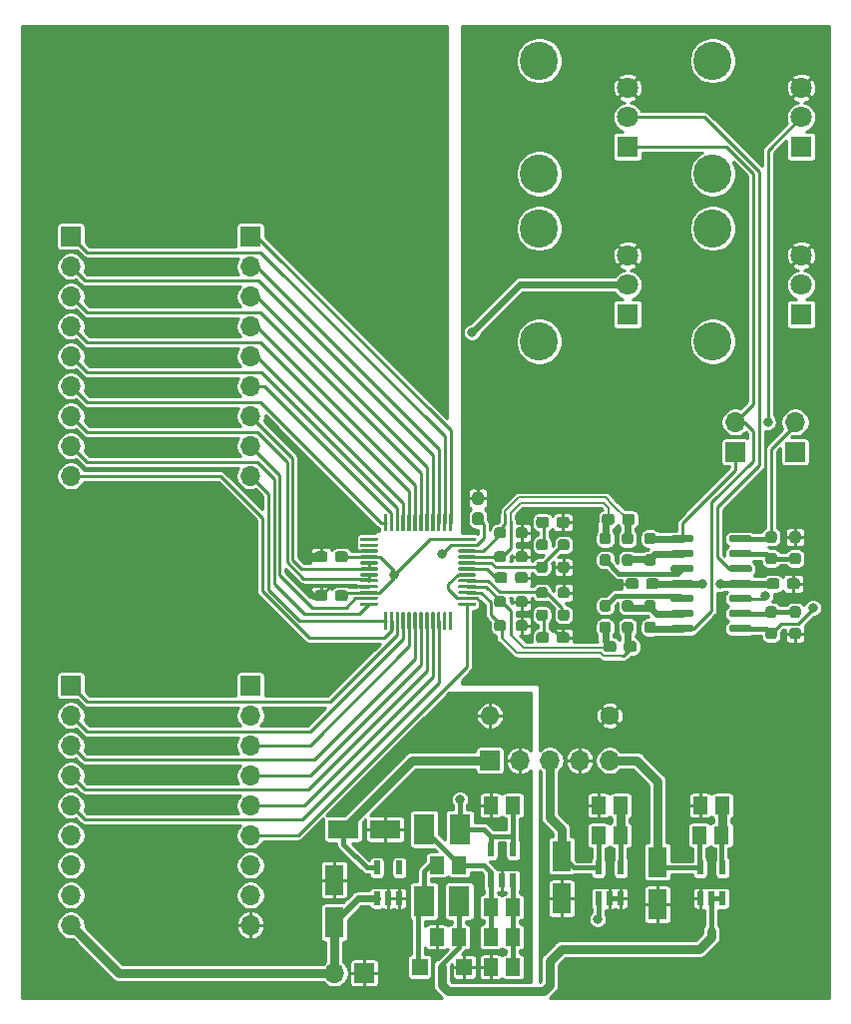
<source format=gbr>
G04 #@! TF.GenerationSoftware,KiCad,Pcbnew,5.1.7*
G04 #@! TF.CreationDate,2020-11-09T12:46:37+01:00*
G04 #@! TF.ProjectId,signal_generator,7369676e-616c-45f6-9765-6e657261746f,rev?*
G04 #@! TF.SameCoordinates,Original*
G04 #@! TF.FileFunction,Copper,L1,Top*
G04 #@! TF.FilePolarity,Positive*
%FSLAX46Y46*%
G04 Gerber Fmt 4.6, Leading zero omitted, Abs format (unit mm)*
G04 Created by KiCad (PCBNEW 5.1.7) date 2020-11-09 12:46:37*
%MOMM*%
%LPD*%
G01*
G04 APERTURE LIST*
G04 #@! TA.AperFunction,ComponentPad*
%ADD10O,1.600000X1.600000*%
G04 #@! TD*
G04 #@! TA.AperFunction,ComponentPad*
%ADD11C,1.600000*%
G04 #@! TD*
G04 #@! TA.AperFunction,SMDPad,CuDef*
%ADD12R,1.800000X2.600000*%
G04 #@! TD*
G04 #@! TA.AperFunction,SMDPad,CuDef*
%ADD13R,0.550000X1.200000*%
G04 #@! TD*
G04 #@! TA.AperFunction,SMDPad,CuDef*
%ADD14R,1.300000X1.500000*%
G04 #@! TD*
G04 #@! TA.AperFunction,ComponentPad*
%ADD15O,1.700000X1.700000*%
G04 #@! TD*
G04 #@! TA.AperFunction,ComponentPad*
%ADD16R,1.700000X1.700000*%
G04 #@! TD*
G04 #@! TA.AperFunction,SMDPad,CuDef*
%ADD17R,1.400000X1.400000*%
G04 #@! TD*
G04 #@! TA.AperFunction,SMDPad,CuDef*
%ADD18R,1.600000X2.600000*%
G04 #@! TD*
G04 #@! TA.AperFunction,SMDPad,CuDef*
%ADD19R,2.600000X1.600000*%
G04 #@! TD*
G04 #@! TA.AperFunction,ComponentPad*
%ADD20C,3.240000*%
G04 #@! TD*
G04 #@! TA.AperFunction,ComponentPad*
%ADD21C,1.800000*%
G04 #@! TD*
G04 #@! TA.AperFunction,ComponentPad*
%ADD22R,1.800000X1.800000*%
G04 #@! TD*
G04 #@! TA.AperFunction,ViaPad*
%ADD23C,0.800000*%
G04 #@! TD*
G04 #@! TA.AperFunction,Conductor*
%ADD24C,0.400000*%
G04 #@! TD*
G04 #@! TA.AperFunction,Conductor*
%ADD25C,0.250000*%
G04 #@! TD*
G04 #@! TA.AperFunction,Conductor*
%ADD26C,0.600000*%
G04 #@! TD*
G04 #@! TA.AperFunction,Conductor*
%ADD27C,0.800000*%
G04 #@! TD*
G04 #@! TA.AperFunction,Conductor*
%ADD28C,0.200000*%
G04 #@! TD*
G04 #@! TA.AperFunction,Conductor*
%ADD29C,0.254000*%
G04 #@! TD*
G04 #@! TA.AperFunction,Conductor*
%ADD30C,0.100000*%
G04 #@! TD*
G04 APERTURE END LIST*
D10*
X230632000Y-113284000D03*
D11*
X240792000Y-113284000D03*
G04 #@! TA.AperFunction,SMDPad,CuDef*
G36*
G01*
X254270500Y-99485000D02*
X254745500Y-99485000D01*
G75*
G02*
X254983000Y-99722500I0J-237500D01*
G01*
X254983000Y-100222500D01*
G75*
G02*
X254745500Y-100460000I-237500J0D01*
G01*
X254270500Y-100460000D01*
G75*
G02*
X254033000Y-100222500I0J237500D01*
G01*
X254033000Y-99722500D01*
G75*
G02*
X254270500Y-99485000I237500J0D01*
G01*
G37*
G04 #@! TD.AperFunction*
G04 #@! TA.AperFunction,SMDPad,CuDef*
G36*
G01*
X254270500Y-97660000D02*
X254745500Y-97660000D01*
G75*
G02*
X254983000Y-97897500I0J-237500D01*
G01*
X254983000Y-98397500D01*
G75*
G02*
X254745500Y-98635000I-237500J0D01*
G01*
X254270500Y-98635000D01*
G75*
G02*
X254033000Y-98397500I0J237500D01*
G01*
X254033000Y-97897500D01*
G75*
G02*
X254270500Y-97660000I237500J0D01*
G01*
G37*
G04 #@! TD.AperFunction*
G04 #@! TA.AperFunction,SMDPad,CuDef*
G36*
G01*
X254745500Y-104985000D02*
X254270500Y-104985000D01*
G75*
G02*
X254033000Y-104747500I0J237500D01*
G01*
X254033000Y-104247500D01*
G75*
G02*
X254270500Y-104010000I237500J0D01*
G01*
X254745500Y-104010000D01*
G75*
G02*
X254983000Y-104247500I0J-237500D01*
G01*
X254983000Y-104747500D01*
G75*
G02*
X254745500Y-104985000I-237500J0D01*
G01*
G37*
G04 #@! TD.AperFunction*
G04 #@! TA.AperFunction,SMDPad,CuDef*
G36*
G01*
X254745500Y-106810000D02*
X254270500Y-106810000D01*
G75*
G02*
X254033000Y-106572500I0J237500D01*
G01*
X254033000Y-106072500D01*
G75*
G02*
X254270500Y-105835000I237500J0D01*
G01*
X254745500Y-105835000D01*
G75*
G02*
X254983000Y-106072500I0J-237500D01*
G01*
X254983000Y-106572500D01*
G75*
G02*
X254745500Y-106810000I-237500J0D01*
G01*
G37*
G04 #@! TD.AperFunction*
G04 #@! TA.AperFunction,SMDPad,CuDef*
G36*
G01*
X244458500Y-104477000D02*
X243983500Y-104477000D01*
G75*
G02*
X243746000Y-104239500I0J237500D01*
G01*
X243746000Y-103739500D01*
G75*
G02*
X243983500Y-103502000I237500J0D01*
G01*
X244458500Y-103502000D01*
G75*
G02*
X244696000Y-103739500I0J-237500D01*
G01*
X244696000Y-104239500D01*
G75*
G02*
X244458500Y-104477000I-237500J0D01*
G01*
G37*
G04 #@! TD.AperFunction*
G04 #@! TA.AperFunction,SMDPad,CuDef*
G36*
G01*
X244458500Y-106302000D02*
X243983500Y-106302000D01*
G75*
G02*
X243746000Y-106064500I0J237500D01*
G01*
X243746000Y-105564500D01*
G75*
G02*
X243983500Y-105327000I237500J0D01*
G01*
X244458500Y-105327000D01*
G75*
G02*
X244696000Y-105564500I0J-237500D01*
G01*
X244696000Y-106064500D01*
G75*
G02*
X244458500Y-106302000I-237500J0D01*
G01*
G37*
G04 #@! TD.AperFunction*
G04 #@! TA.AperFunction,SMDPad,CuDef*
G36*
G01*
X243983500Y-99612000D02*
X244458500Y-99612000D01*
G75*
G02*
X244696000Y-99849500I0J-237500D01*
G01*
X244696000Y-100349500D01*
G75*
G02*
X244458500Y-100587000I-237500J0D01*
G01*
X243983500Y-100587000D01*
G75*
G02*
X243746000Y-100349500I0J237500D01*
G01*
X243746000Y-99849500D01*
G75*
G02*
X243983500Y-99612000I237500J0D01*
G01*
G37*
G04 #@! TD.AperFunction*
G04 #@! TA.AperFunction,SMDPad,CuDef*
G36*
G01*
X243983500Y-97787000D02*
X244458500Y-97787000D01*
G75*
G02*
X244696000Y-98024500I0J-237500D01*
G01*
X244696000Y-98524500D01*
G75*
G02*
X244458500Y-98762000I-237500J0D01*
G01*
X243983500Y-98762000D01*
G75*
G02*
X243746000Y-98524500I0J237500D01*
G01*
X243746000Y-98024500D01*
G75*
G02*
X243983500Y-97787000I237500J0D01*
G01*
G37*
G04 #@! TD.AperFunction*
G04 #@! TA.AperFunction,SMDPad,CuDef*
G36*
G01*
X256777500Y-98635000D02*
X256302500Y-98635000D01*
G75*
G02*
X256065000Y-98397500I0J237500D01*
G01*
X256065000Y-97897500D01*
G75*
G02*
X256302500Y-97660000I237500J0D01*
G01*
X256777500Y-97660000D01*
G75*
G02*
X257015000Y-97897500I0J-237500D01*
G01*
X257015000Y-98397500D01*
G75*
G02*
X256777500Y-98635000I-237500J0D01*
G01*
G37*
G04 #@! TD.AperFunction*
G04 #@! TA.AperFunction,SMDPad,CuDef*
G36*
G01*
X256777500Y-100460000D02*
X256302500Y-100460000D01*
G75*
G02*
X256065000Y-100222500I0J237500D01*
G01*
X256065000Y-99722500D01*
G75*
G02*
X256302500Y-99485000I237500J0D01*
G01*
X256777500Y-99485000D01*
G75*
G02*
X257015000Y-99722500I0J-237500D01*
G01*
X257015000Y-100222500D01*
G75*
G02*
X256777500Y-100460000I-237500J0D01*
G01*
G37*
G04 #@! TD.AperFunction*
G04 #@! TA.AperFunction,SMDPad,CuDef*
G36*
G01*
X256302500Y-105835000D02*
X256777500Y-105835000D01*
G75*
G02*
X257015000Y-106072500I0J-237500D01*
G01*
X257015000Y-106572500D01*
G75*
G02*
X256777500Y-106810000I-237500J0D01*
G01*
X256302500Y-106810000D01*
G75*
G02*
X256065000Y-106572500I0J237500D01*
G01*
X256065000Y-106072500D01*
G75*
G02*
X256302500Y-105835000I237500J0D01*
G01*
G37*
G04 #@! TD.AperFunction*
G04 #@! TA.AperFunction,SMDPad,CuDef*
G36*
G01*
X256302500Y-104010000D02*
X256777500Y-104010000D01*
G75*
G02*
X257015000Y-104247500I0J-237500D01*
G01*
X257015000Y-104747500D01*
G75*
G02*
X256777500Y-104985000I-237500J0D01*
G01*
X256302500Y-104985000D01*
G75*
G02*
X256065000Y-104747500I0J237500D01*
G01*
X256065000Y-104247500D01*
G75*
G02*
X256302500Y-104010000I237500J0D01*
G01*
G37*
G04 #@! TD.AperFunction*
G04 #@! TA.AperFunction,SMDPad,CuDef*
G36*
G01*
X240173500Y-105327000D02*
X240648500Y-105327000D01*
G75*
G02*
X240886000Y-105564500I0J-237500D01*
G01*
X240886000Y-106064500D01*
G75*
G02*
X240648500Y-106302000I-237500J0D01*
G01*
X240173500Y-106302000D01*
G75*
G02*
X239936000Y-106064500I0J237500D01*
G01*
X239936000Y-105564500D01*
G75*
G02*
X240173500Y-105327000I237500J0D01*
G01*
G37*
G04 #@! TD.AperFunction*
G04 #@! TA.AperFunction,SMDPad,CuDef*
G36*
G01*
X240173500Y-103502000D02*
X240648500Y-103502000D01*
G75*
G02*
X240886000Y-103739500I0J-237500D01*
G01*
X240886000Y-104239500D01*
G75*
G02*
X240648500Y-104477000I-237500J0D01*
G01*
X240173500Y-104477000D01*
G75*
G02*
X239936000Y-104239500I0J237500D01*
G01*
X239936000Y-103739500D01*
G75*
G02*
X240173500Y-103502000I237500J0D01*
G01*
G37*
G04 #@! TD.AperFunction*
G04 #@! TA.AperFunction,SMDPad,CuDef*
G36*
G01*
X242078500Y-105327000D02*
X242553500Y-105327000D01*
G75*
G02*
X242791000Y-105564500I0J-237500D01*
G01*
X242791000Y-106064500D01*
G75*
G02*
X242553500Y-106302000I-237500J0D01*
G01*
X242078500Y-106302000D01*
G75*
G02*
X241841000Y-106064500I0J237500D01*
G01*
X241841000Y-105564500D01*
G75*
G02*
X242078500Y-105327000I237500J0D01*
G01*
G37*
G04 #@! TD.AperFunction*
G04 #@! TA.AperFunction,SMDPad,CuDef*
G36*
G01*
X242078500Y-103502000D02*
X242553500Y-103502000D01*
G75*
G02*
X242791000Y-103739500I0J-237500D01*
G01*
X242791000Y-104239500D01*
G75*
G02*
X242553500Y-104477000I-237500J0D01*
G01*
X242078500Y-104477000D01*
G75*
G02*
X241841000Y-104239500I0J237500D01*
G01*
X241841000Y-103739500D01*
G75*
G02*
X242078500Y-103502000I237500J0D01*
G01*
G37*
G04 #@! TD.AperFunction*
G04 #@! TA.AperFunction,SMDPad,CuDef*
G36*
G01*
X240648500Y-98762000D02*
X240173500Y-98762000D01*
G75*
G02*
X239936000Y-98524500I0J237500D01*
G01*
X239936000Y-98024500D01*
G75*
G02*
X240173500Y-97787000I237500J0D01*
G01*
X240648500Y-97787000D01*
G75*
G02*
X240886000Y-98024500I0J-237500D01*
G01*
X240886000Y-98524500D01*
G75*
G02*
X240648500Y-98762000I-237500J0D01*
G01*
G37*
G04 #@! TD.AperFunction*
G04 #@! TA.AperFunction,SMDPad,CuDef*
G36*
G01*
X240648500Y-100587000D02*
X240173500Y-100587000D01*
G75*
G02*
X239936000Y-100349500I0J237500D01*
G01*
X239936000Y-99849500D01*
G75*
G02*
X240173500Y-99612000I237500J0D01*
G01*
X240648500Y-99612000D01*
G75*
G02*
X240886000Y-99849500I0J-237500D01*
G01*
X240886000Y-100349500D01*
G75*
G02*
X240648500Y-100587000I-237500J0D01*
G01*
G37*
G04 #@! TD.AperFunction*
G04 #@! TA.AperFunction,SMDPad,CuDef*
G36*
G01*
X242553500Y-98762000D02*
X242078500Y-98762000D01*
G75*
G02*
X241841000Y-98524500I0J237500D01*
G01*
X241841000Y-98024500D01*
G75*
G02*
X242078500Y-97787000I237500J0D01*
G01*
X242553500Y-97787000D01*
G75*
G02*
X242791000Y-98024500I0J-237500D01*
G01*
X242791000Y-98524500D01*
G75*
G02*
X242553500Y-98762000I-237500J0D01*
G01*
G37*
G04 #@! TD.AperFunction*
G04 #@! TA.AperFunction,SMDPad,CuDef*
G36*
G01*
X242553500Y-100587000D02*
X242078500Y-100587000D01*
G75*
G02*
X241841000Y-100349500I0J237500D01*
G01*
X241841000Y-99849500D01*
G75*
G02*
X242078500Y-99612000I237500J0D01*
G01*
X242553500Y-99612000D01*
G75*
G02*
X242791000Y-99849500I0J-237500D01*
G01*
X242791000Y-100349500D01*
G75*
G02*
X242553500Y-100587000I-237500J0D01*
G01*
G37*
G04 #@! TD.AperFunction*
G04 #@! TA.AperFunction,SMDPad,CuDef*
G36*
G01*
X232835000Y-105901500D02*
X232835000Y-105426500D01*
G75*
G02*
X233072500Y-105189000I237500J0D01*
G01*
X233572500Y-105189000D01*
G75*
G02*
X233810000Y-105426500I0J-237500D01*
G01*
X233810000Y-105901500D01*
G75*
G02*
X233572500Y-106139000I-237500J0D01*
G01*
X233072500Y-106139000D01*
G75*
G02*
X232835000Y-105901500I0J237500D01*
G01*
G37*
G04 #@! TD.AperFunction*
G04 #@! TA.AperFunction,SMDPad,CuDef*
G36*
G01*
X231010000Y-105901500D02*
X231010000Y-105426500D01*
G75*
G02*
X231247500Y-105189000I237500J0D01*
G01*
X231747500Y-105189000D01*
G75*
G02*
X231985000Y-105426500I0J-237500D01*
G01*
X231985000Y-105901500D01*
G75*
G02*
X231747500Y-106139000I-237500J0D01*
G01*
X231247500Y-106139000D01*
G75*
G02*
X231010000Y-105901500I0J237500D01*
G01*
G37*
G04 #@! TD.AperFunction*
G04 #@! TA.AperFunction,SMDPad,CuDef*
G36*
G01*
X232835000Y-98027500D02*
X232835000Y-97552500D01*
G75*
G02*
X233072500Y-97315000I237500J0D01*
G01*
X233572500Y-97315000D01*
G75*
G02*
X233810000Y-97552500I0J-237500D01*
G01*
X233810000Y-98027500D01*
G75*
G02*
X233572500Y-98265000I-237500J0D01*
G01*
X233072500Y-98265000D01*
G75*
G02*
X232835000Y-98027500I0J237500D01*
G01*
G37*
G04 #@! TD.AperFunction*
G04 #@! TA.AperFunction,SMDPad,CuDef*
G36*
G01*
X231010000Y-98027500D02*
X231010000Y-97552500D01*
G75*
G02*
X231247500Y-97315000I237500J0D01*
G01*
X231747500Y-97315000D01*
G75*
G02*
X231985000Y-97552500I0J-237500D01*
G01*
X231985000Y-98027500D01*
G75*
G02*
X231747500Y-98265000I-237500J0D01*
G01*
X231247500Y-98265000D01*
G75*
G02*
X231010000Y-98027500I0J237500D01*
G01*
G37*
G04 #@! TD.AperFunction*
G04 #@! TA.AperFunction,SMDPad,CuDef*
G36*
G01*
X232835000Y-103869500D02*
X232835000Y-103394500D01*
G75*
G02*
X233072500Y-103157000I237500J0D01*
G01*
X233572500Y-103157000D01*
G75*
G02*
X233810000Y-103394500I0J-237500D01*
G01*
X233810000Y-103869500D01*
G75*
G02*
X233572500Y-104107000I-237500J0D01*
G01*
X233072500Y-104107000D01*
G75*
G02*
X232835000Y-103869500I0J237500D01*
G01*
G37*
G04 #@! TD.AperFunction*
G04 #@! TA.AperFunction,SMDPad,CuDef*
G36*
G01*
X231010000Y-103869500D02*
X231010000Y-103394500D01*
G75*
G02*
X231247500Y-103157000I237500J0D01*
G01*
X231747500Y-103157000D01*
G75*
G02*
X231985000Y-103394500I0J-237500D01*
G01*
X231985000Y-103869500D01*
G75*
G02*
X231747500Y-104107000I-237500J0D01*
G01*
X231247500Y-104107000D01*
G75*
G02*
X231010000Y-103869500I0J237500D01*
G01*
G37*
G04 #@! TD.AperFunction*
G04 #@! TA.AperFunction,SMDPad,CuDef*
G36*
G01*
X232835000Y-100059500D02*
X232835000Y-99584500D01*
G75*
G02*
X233072500Y-99347000I237500J0D01*
G01*
X233572500Y-99347000D01*
G75*
G02*
X233810000Y-99584500I0J-237500D01*
G01*
X233810000Y-100059500D01*
G75*
G02*
X233572500Y-100297000I-237500J0D01*
G01*
X233072500Y-100297000D01*
G75*
G02*
X232835000Y-100059500I0J237500D01*
G01*
G37*
G04 #@! TD.AperFunction*
G04 #@! TA.AperFunction,SMDPad,CuDef*
G36*
G01*
X231010000Y-100059500D02*
X231010000Y-99584500D01*
G75*
G02*
X231247500Y-99347000I237500J0D01*
G01*
X231747500Y-99347000D01*
G75*
G02*
X231985000Y-99584500I0J-237500D01*
G01*
X231985000Y-100059500D01*
G75*
G02*
X231747500Y-100297000I-237500J0D01*
G01*
X231247500Y-100297000D01*
G75*
G02*
X231010000Y-100059500I0J237500D01*
G01*
G37*
G04 #@! TD.AperFunction*
G04 #@! TA.AperFunction,SMDPad,CuDef*
G36*
G01*
X236391000Y-100948500D02*
X236391000Y-100473500D01*
G75*
G02*
X236628500Y-100236000I237500J0D01*
G01*
X237128500Y-100236000D01*
G75*
G02*
X237366000Y-100473500I0J-237500D01*
G01*
X237366000Y-100948500D01*
G75*
G02*
X237128500Y-101186000I-237500J0D01*
G01*
X236628500Y-101186000D01*
G75*
G02*
X236391000Y-100948500I0J237500D01*
G01*
G37*
G04 #@! TD.AperFunction*
G04 #@! TA.AperFunction,SMDPad,CuDef*
G36*
G01*
X234566000Y-100948500D02*
X234566000Y-100473500D01*
G75*
G02*
X234803500Y-100236000I237500J0D01*
G01*
X235303500Y-100236000D01*
G75*
G02*
X235541000Y-100473500I0J-237500D01*
G01*
X235541000Y-100948500D01*
G75*
G02*
X235303500Y-101186000I-237500J0D01*
G01*
X234803500Y-101186000D01*
G75*
G02*
X234566000Y-100948500I0J237500D01*
G01*
G37*
G04 #@! TD.AperFunction*
G04 #@! TA.AperFunction,SMDPad,CuDef*
G36*
G01*
X236391000Y-103107500D02*
X236391000Y-102632500D01*
G75*
G02*
X236628500Y-102395000I237500J0D01*
G01*
X237128500Y-102395000D01*
G75*
G02*
X237366000Y-102632500I0J-237500D01*
G01*
X237366000Y-103107500D01*
G75*
G02*
X237128500Y-103345000I-237500J0D01*
G01*
X236628500Y-103345000D01*
G75*
G02*
X236391000Y-103107500I0J237500D01*
G01*
G37*
G04 #@! TD.AperFunction*
G04 #@! TA.AperFunction,SMDPad,CuDef*
G36*
G01*
X234566000Y-103107500D02*
X234566000Y-102632500D01*
G75*
G02*
X234803500Y-102395000I237500J0D01*
G01*
X235303500Y-102395000D01*
G75*
G02*
X235541000Y-102632500I0J-237500D01*
G01*
X235541000Y-103107500D01*
G75*
G02*
X235303500Y-103345000I-237500J0D01*
G01*
X234803500Y-103345000D01*
G75*
G02*
X234566000Y-103107500I0J237500D01*
G01*
G37*
G04 #@! TD.AperFunction*
G04 #@! TA.AperFunction,SMDPad,CuDef*
G36*
G01*
X235541000Y-98568500D02*
X235541000Y-99043500D01*
G75*
G02*
X235303500Y-99281000I-237500J0D01*
G01*
X234803500Y-99281000D01*
G75*
G02*
X234566000Y-99043500I0J237500D01*
G01*
X234566000Y-98568500D01*
G75*
G02*
X234803500Y-98331000I237500J0D01*
G01*
X235303500Y-98331000D01*
G75*
G02*
X235541000Y-98568500I0J-237500D01*
G01*
G37*
G04 #@! TD.AperFunction*
G04 #@! TA.AperFunction,SMDPad,CuDef*
G36*
G01*
X237366000Y-98568500D02*
X237366000Y-99043500D01*
G75*
G02*
X237128500Y-99281000I-237500J0D01*
G01*
X236628500Y-99281000D01*
G75*
G02*
X236391000Y-99043500I0J237500D01*
G01*
X236391000Y-98568500D01*
G75*
G02*
X236628500Y-98331000I237500J0D01*
G01*
X237128500Y-98331000D01*
G75*
G02*
X237366000Y-98568500I0J-237500D01*
G01*
G37*
G04 #@! TD.AperFunction*
G04 #@! TA.AperFunction,SMDPad,CuDef*
G36*
G01*
X235541000Y-104537500D02*
X235541000Y-105012500D01*
G75*
G02*
X235303500Y-105250000I-237500J0D01*
G01*
X234803500Y-105250000D01*
G75*
G02*
X234566000Y-105012500I0J237500D01*
G01*
X234566000Y-104537500D01*
G75*
G02*
X234803500Y-104300000I237500J0D01*
G01*
X235303500Y-104300000D01*
G75*
G02*
X235541000Y-104537500I0J-237500D01*
G01*
G37*
G04 #@! TD.AperFunction*
G04 #@! TA.AperFunction,SMDPad,CuDef*
G36*
G01*
X237366000Y-104537500D02*
X237366000Y-105012500D01*
G75*
G02*
X237128500Y-105250000I-237500J0D01*
G01*
X236628500Y-105250000D01*
G75*
G02*
X236391000Y-105012500I0J237500D01*
G01*
X236391000Y-104537500D01*
G75*
G02*
X236628500Y-104300000I237500J0D01*
G01*
X237128500Y-104300000D01*
G75*
G02*
X237366000Y-104537500I0J-237500D01*
G01*
G37*
G04 #@! TD.AperFunction*
G04 #@! TA.AperFunction,SMDPad,CuDef*
G36*
G01*
X243235500Y-101870500D02*
X243235500Y-102345500D01*
G75*
G02*
X242998000Y-102583000I-237500J0D01*
G01*
X242398000Y-102583000D01*
G75*
G02*
X242160500Y-102345500I0J237500D01*
G01*
X242160500Y-101870500D01*
G75*
G02*
X242398000Y-101633000I237500J0D01*
G01*
X242998000Y-101633000D01*
G75*
G02*
X243235500Y-101870500I0J-237500D01*
G01*
G37*
G04 #@! TD.AperFunction*
G04 #@! TA.AperFunction,SMDPad,CuDef*
G36*
G01*
X244960500Y-101870500D02*
X244960500Y-102345500D01*
G75*
G02*
X244723000Y-102583000I-237500J0D01*
G01*
X244123000Y-102583000D01*
G75*
G02*
X243885500Y-102345500I0J237500D01*
G01*
X243885500Y-101870500D01*
G75*
G02*
X244123000Y-101633000I237500J0D01*
G01*
X244723000Y-101633000D01*
G75*
G02*
X244960500Y-101870500I0J-237500D01*
G01*
G37*
G04 #@! TD.AperFunction*
G04 #@! TA.AperFunction,SMDPad,CuDef*
G36*
G01*
X216845000Y-102886500D02*
X216845000Y-103361500D01*
G75*
G02*
X216607500Y-103599000I-237500J0D01*
G01*
X216007500Y-103599000D01*
G75*
G02*
X215770000Y-103361500I0J237500D01*
G01*
X215770000Y-102886500D01*
G75*
G02*
X216007500Y-102649000I237500J0D01*
G01*
X216607500Y-102649000D01*
G75*
G02*
X216845000Y-102886500I0J-237500D01*
G01*
G37*
G04 #@! TD.AperFunction*
G04 #@! TA.AperFunction,SMDPad,CuDef*
G36*
G01*
X218570000Y-102886500D02*
X218570000Y-103361500D01*
G75*
G02*
X218332500Y-103599000I-237500J0D01*
G01*
X217732500Y-103599000D01*
G75*
G02*
X217495000Y-103361500I0J237500D01*
G01*
X217495000Y-102886500D01*
G75*
G02*
X217732500Y-102649000I237500J0D01*
G01*
X218332500Y-102649000D01*
G75*
G02*
X218570000Y-102886500I0J-237500D01*
G01*
G37*
G04 #@! TD.AperFunction*
G04 #@! TA.AperFunction,SMDPad,CuDef*
G36*
G01*
X216845000Y-99584500D02*
X216845000Y-100059500D01*
G75*
G02*
X216607500Y-100297000I-237500J0D01*
G01*
X216007500Y-100297000D01*
G75*
G02*
X215770000Y-100059500I0J237500D01*
G01*
X215770000Y-99584500D01*
G75*
G02*
X216007500Y-99347000I237500J0D01*
G01*
X216607500Y-99347000D01*
G75*
G02*
X216845000Y-99584500I0J-237500D01*
G01*
G37*
G04 #@! TD.AperFunction*
G04 #@! TA.AperFunction,SMDPad,CuDef*
G36*
G01*
X218570000Y-99584500D02*
X218570000Y-100059500D01*
G75*
G02*
X218332500Y-100297000I-237500J0D01*
G01*
X217732500Y-100297000D01*
G75*
G02*
X217495000Y-100059500I0J237500D01*
G01*
X217495000Y-99584500D01*
G75*
G02*
X217732500Y-99347000I237500J0D01*
G01*
X218332500Y-99347000D01*
G75*
G02*
X218570000Y-99584500I0J-237500D01*
G01*
G37*
G04 #@! TD.AperFunction*
G04 #@! TA.AperFunction,SMDPad,CuDef*
G36*
G01*
X255199000Y-101870500D02*
X255199000Y-102345500D01*
G75*
G02*
X254961500Y-102583000I-237500J0D01*
G01*
X254361500Y-102583000D01*
G75*
G02*
X254124000Y-102345500I0J237500D01*
G01*
X254124000Y-101870500D01*
G75*
G02*
X254361500Y-101633000I237500J0D01*
G01*
X254961500Y-101633000D01*
G75*
G02*
X255199000Y-101870500I0J-237500D01*
G01*
G37*
G04 #@! TD.AperFunction*
G04 #@! TA.AperFunction,SMDPad,CuDef*
G36*
G01*
X256924000Y-101870500D02*
X256924000Y-102345500D01*
G75*
G02*
X256686500Y-102583000I-237500J0D01*
G01*
X256086500Y-102583000D01*
G75*
G02*
X255849000Y-102345500I0J237500D01*
G01*
X255849000Y-101870500D01*
G75*
G02*
X256086500Y-101633000I237500J0D01*
G01*
X256686500Y-101633000D01*
G75*
G02*
X256924000Y-101870500I0J-237500D01*
G01*
G37*
G04 #@! TD.AperFunction*
G04 #@! TA.AperFunction,SMDPad,CuDef*
G36*
G01*
X229853500Y-95407500D02*
X229378500Y-95407500D01*
G75*
G02*
X229141000Y-95170000I0J237500D01*
G01*
X229141000Y-94570000D01*
G75*
G02*
X229378500Y-94332500I237500J0D01*
G01*
X229853500Y-94332500D01*
G75*
G02*
X230091000Y-94570000I0J-237500D01*
G01*
X230091000Y-95170000D01*
G75*
G02*
X229853500Y-95407500I-237500J0D01*
G01*
G37*
G04 #@! TD.AperFunction*
G04 #@! TA.AperFunction,SMDPad,CuDef*
G36*
G01*
X229853500Y-97132500D02*
X229378500Y-97132500D01*
G75*
G02*
X229141000Y-96895000I0J237500D01*
G01*
X229141000Y-96295000D01*
G75*
G02*
X229378500Y-96057500I237500J0D01*
G01*
X229853500Y-96057500D01*
G75*
G02*
X230091000Y-96295000I0J-237500D01*
G01*
X230091000Y-96895000D01*
G75*
G02*
X229853500Y-97132500I-237500J0D01*
G01*
G37*
G04 #@! TD.AperFunction*
G04 #@! TA.AperFunction,SMDPad,CuDef*
G36*
G01*
X242006000Y-107679500D02*
X242006000Y-107204500D01*
G75*
G02*
X242243500Y-106967000I237500J0D01*
G01*
X242843500Y-106967000D01*
G75*
G02*
X243081000Y-107204500I0J-237500D01*
G01*
X243081000Y-107679500D01*
G75*
G02*
X242843500Y-107917000I-237500J0D01*
G01*
X242243500Y-107917000D01*
G75*
G02*
X242006000Y-107679500I0J237500D01*
G01*
G37*
G04 #@! TD.AperFunction*
G04 #@! TA.AperFunction,SMDPad,CuDef*
G36*
G01*
X240281000Y-107679500D02*
X240281000Y-107204500D01*
G75*
G02*
X240518500Y-106967000I237500J0D01*
G01*
X241118500Y-106967000D01*
G75*
G02*
X241356000Y-107204500I0J-237500D01*
G01*
X241356000Y-107679500D01*
G75*
G02*
X241118500Y-107917000I-237500J0D01*
G01*
X240518500Y-107917000D01*
G75*
G02*
X240281000Y-107679500I0J237500D01*
G01*
G37*
G04 #@! TD.AperFunction*
G04 #@! TA.AperFunction,SMDPad,CuDef*
G36*
G01*
X241853500Y-96884500D02*
X241853500Y-96409500D01*
G75*
G02*
X242091000Y-96172000I237500J0D01*
G01*
X242691000Y-96172000D01*
G75*
G02*
X242928500Y-96409500I0J-237500D01*
G01*
X242928500Y-96884500D01*
G75*
G02*
X242691000Y-97122000I-237500J0D01*
G01*
X242091000Y-97122000D01*
G75*
G02*
X241853500Y-96884500I0J237500D01*
G01*
G37*
G04 #@! TD.AperFunction*
G04 #@! TA.AperFunction,SMDPad,CuDef*
G36*
G01*
X240128500Y-96884500D02*
X240128500Y-96409500D01*
G75*
G02*
X240366000Y-96172000I237500J0D01*
G01*
X240966000Y-96172000D01*
G75*
G02*
X241203500Y-96409500I0J-237500D01*
G01*
X241203500Y-96884500D01*
G75*
G02*
X240966000Y-97122000I-237500J0D01*
G01*
X240366000Y-97122000D01*
G75*
G02*
X240128500Y-96884500I0J237500D01*
G01*
G37*
G04 #@! TD.AperFunction*
G04 #@! TA.AperFunction,SMDPad,CuDef*
G36*
G01*
X232760500Y-101837500D02*
X232760500Y-101362500D01*
G75*
G02*
X232998000Y-101125000I237500J0D01*
G01*
X233598000Y-101125000D01*
G75*
G02*
X233835500Y-101362500I0J-237500D01*
G01*
X233835500Y-101837500D01*
G75*
G02*
X233598000Y-102075000I-237500J0D01*
G01*
X232998000Y-102075000D01*
G75*
G02*
X232760500Y-101837500I0J237500D01*
G01*
G37*
G04 #@! TD.AperFunction*
G04 #@! TA.AperFunction,SMDPad,CuDef*
G36*
G01*
X231035500Y-101837500D02*
X231035500Y-101362500D01*
G75*
G02*
X231273000Y-101125000I237500J0D01*
G01*
X231873000Y-101125000D01*
G75*
G02*
X232110500Y-101362500I0J-237500D01*
G01*
X232110500Y-101837500D01*
G75*
G02*
X231873000Y-102075000I-237500J0D01*
G01*
X231273000Y-102075000D01*
G75*
G02*
X231035500Y-101837500I0J237500D01*
G01*
G37*
G04 #@! TD.AperFunction*
G04 #@! TA.AperFunction,SMDPad,CuDef*
G36*
G01*
X236291000Y-97138500D02*
X236291000Y-96663500D01*
G75*
G02*
X236528500Y-96426000I237500J0D01*
G01*
X237128500Y-96426000D01*
G75*
G02*
X237366000Y-96663500I0J-237500D01*
G01*
X237366000Y-97138500D01*
G75*
G02*
X237128500Y-97376000I-237500J0D01*
G01*
X236528500Y-97376000D01*
G75*
G02*
X236291000Y-97138500I0J237500D01*
G01*
G37*
G04 #@! TD.AperFunction*
G04 #@! TA.AperFunction,SMDPad,CuDef*
G36*
G01*
X234566000Y-97138500D02*
X234566000Y-96663500D01*
G75*
G02*
X234803500Y-96426000I237500J0D01*
G01*
X235403500Y-96426000D01*
G75*
G02*
X235641000Y-96663500I0J-237500D01*
G01*
X235641000Y-97138500D01*
G75*
G02*
X235403500Y-97376000I-237500J0D01*
G01*
X234803500Y-97376000D01*
G75*
G02*
X234566000Y-97138500I0J237500D01*
G01*
G37*
G04 #@! TD.AperFunction*
G04 #@! TA.AperFunction,SMDPad,CuDef*
G36*
G01*
X236291000Y-106917500D02*
X236291000Y-106442500D01*
G75*
G02*
X236528500Y-106205000I237500J0D01*
G01*
X237128500Y-106205000D01*
G75*
G02*
X237366000Y-106442500I0J-237500D01*
G01*
X237366000Y-106917500D01*
G75*
G02*
X237128500Y-107155000I-237500J0D01*
G01*
X236528500Y-107155000D01*
G75*
G02*
X236291000Y-106917500I0J237500D01*
G01*
G37*
G04 #@! TD.AperFunction*
G04 #@! TA.AperFunction,SMDPad,CuDef*
G36*
G01*
X234566000Y-106917500D02*
X234566000Y-106442500D01*
G75*
G02*
X234803500Y-106205000I237500J0D01*
G01*
X235403500Y-106205000D01*
G75*
G02*
X235641000Y-106442500I0J-237500D01*
G01*
X235641000Y-106917500D01*
G75*
G02*
X235403500Y-107155000I-237500J0D01*
G01*
X234803500Y-107155000D01*
G75*
G02*
X234566000Y-106917500I0J237500D01*
G01*
G37*
G04 #@! TD.AperFunction*
D12*
X225044000Y-129032000D03*
X228044000Y-129032000D03*
X228068000Y-122936000D03*
X225068000Y-122936000D03*
G04 #@! TA.AperFunction,SMDPad,CuDef*
G36*
G01*
X250928000Y-98448000D02*
X250928000Y-98148000D01*
G75*
G02*
X251078000Y-97998000I150000J0D01*
G01*
X252728000Y-97998000D01*
G75*
G02*
X252878000Y-98148000I0J-150000D01*
G01*
X252878000Y-98448000D01*
G75*
G02*
X252728000Y-98598000I-150000J0D01*
G01*
X251078000Y-98598000D01*
G75*
G02*
X250928000Y-98448000I0J150000D01*
G01*
G37*
G04 #@! TD.AperFunction*
G04 #@! TA.AperFunction,SMDPad,CuDef*
G36*
G01*
X250928000Y-99718000D02*
X250928000Y-99418000D01*
G75*
G02*
X251078000Y-99268000I150000J0D01*
G01*
X252728000Y-99268000D01*
G75*
G02*
X252878000Y-99418000I0J-150000D01*
G01*
X252878000Y-99718000D01*
G75*
G02*
X252728000Y-99868000I-150000J0D01*
G01*
X251078000Y-99868000D01*
G75*
G02*
X250928000Y-99718000I0J150000D01*
G01*
G37*
G04 #@! TD.AperFunction*
G04 #@! TA.AperFunction,SMDPad,CuDef*
G36*
G01*
X250928000Y-100988000D02*
X250928000Y-100688000D01*
G75*
G02*
X251078000Y-100538000I150000J0D01*
G01*
X252728000Y-100538000D01*
G75*
G02*
X252878000Y-100688000I0J-150000D01*
G01*
X252878000Y-100988000D01*
G75*
G02*
X252728000Y-101138000I-150000J0D01*
G01*
X251078000Y-101138000D01*
G75*
G02*
X250928000Y-100988000I0J150000D01*
G01*
G37*
G04 #@! TD.AperFunction*
G04 #@! TA.AperFunction,SMDPad,CuDef*
G36*
G01*
X250928000Y-102258000D02*
X250928000Y-101958000D01*
G75*
G02*
X251078000Y-101808000I150000J0D01*
G01*
X252728000Y-101808000D01*
G75*
G02*
X252878000Y-101958000I0J-150000D01*
G01*
X252878000Y-102258000D01*
G75*
G02*
X252728000Y-102408000I-150000J0D01*
G01*
X251078000Y-102408000D01*
G75*
G02*
X250928000Y-102258000I0J150000D01*
G01*
G37*
G04 #@! TD.AperFunction*
G04 #@! TA.AperFunction,SMDPad,CuDef*
G36*
G01*
X250928000Y-103528000D02*
X250928000Y-103228000D01*
G75*
G02*
X251078000Y-103078000I150000J0D01*
G01*
X252728000Y-103078000D01*
G75*
G02*
X252878000Y-103228000I0J-150000D01*
G01*
X252878000Y-103528000D01*
G75*
G02*
X252728000Y-103678000I-150000J0D01*
G01*
X251078000Y-103678000D01*
G75*
G02*
X250928000Y-103528000I0J150000D01*
G01*
G37*
G04 #@! TD.AperFunction*
G04 #@! TA.AperFunction,SMDPad,CuDef*
G36*
G01*
X250928000Y-104798000D02*
X250928000Y-104498000D01*
G75*
G02*
X251078000Y-104348000I150000J0D01*
G01*
X252728000Y-104348000D01*
G75*
G02*
X252878000Y-104498000I0J-150000D01*
G01*
X252878000Y-104798000D01*
G75*
G02*
X252728000Y-104948000I-150000J0D01*
G01*
X251078000Y-104948000D01*
G75*
G02*
X250928000Y-104798000I0J150000D01*
G01*
G37*
G04 #@! TD.AperFunction*
G04 #@! TA.AperFunction,SMDPad,CuDef*
G36*
G01*
X250928000Y-106068000D02*
X250928000Y-105768000D01*
G75*
G02*
X251078000Y-105618000I150000J0D01*
G01*
X252728000Y-105618000D01*
G75*
G02*
X252878000Y-105768000I0J-150000D01*
G01*
X252878000Y-106068000D01*
G75*
G02*
X252728000Y-106218000I-150000J0D01*
G01*
X251078000Y-106218000D01*
G75*
G02*
X250928000Y-106068000I0J150000D01*
G01*
G37*
G04 #@! TD.AperFunction*
G04 #@! TA.AperFunction,SMDPad,CuDef*
G36*
G01*
X245978000Y-106068000D02*
X245978000Y-105768000D01*
G75*
G02*
X246128000Y-105618000I150000J0D01*
G01*
X247778000Y-105618000D01*
G75*
G02*
X247928000Y-105768000I0J-150000D01*
G01*
X247928000Y-106068000D01*
G75*
G02*
X247778000Y-106218000I-150000J0D01*
G01*
X246128000Y-106218000D01*
G75*
G02*
X245978000Y-106068000I0J150000D01*
G01*
G37*
G04 #@! TD.AperFunction*
G04 #@! TA.AperFunction,SMDPad,CuDef*
G36*
G01*
X245978000Y-104798000D02*
X245978000Y-104498000D01*
G75*
G02*
X246128000Y-104348000I150000J0D01*
G01*
X247778000Y-104348000D01*
G75*
G02*
X247928000Y-104498000I0J-150000D01*
G01*
X247928000Y-104798000D01*
G75*
G02*
X247778000Y-104948000I-150000J0D01*
G01*
X246128000Y-104948000D01*
G75*
G02*
X245978000Y-104798000I0J150000D01*
G01*
G37*
G04 #@! TD.AperFunction*
G04 #@! TA.AperFunction,SMDPad,CuDef*
G36*
G01*
X245978000Y-103528000D02*
X245978000Y-103228000D01*
G75*
G02*
X246128000Y-103078000I150000J0D01*
G01*
X247778000Y-103078000D01*
G75*
G02*
X247928000Y-103228000I0J-150000D01*
G01*
X247928000Y-103528000D01*
G75*
G02*
X247778000Y-103678000I-150000J0D01*
G01*
X246128000Y-103678000D01*
G75*
G02*
X245978000Y-103528000I0J150000D01*
G01*
G37*
G04 #@! TD.AperFunction*
G04 #@! TA.AperFunction,SMDPad,CuDef*
G36*
G01*
X245978000Y-102258000D02*
X245978000Y-101958000D01*
G75*
G02*
X246128000Y-101808000I150000J0D01*
G01*
X247778000Y-101808000D01*
G75*
G02*
X247928000Y-101958000I0J-150000D01*
G01*
X247928000Y-102258000D01*
G75*
G02*
X247778000Y-102408000I-150000J0D01*
G01*
X246128000Y-102408000D01*
G75*
G02*
X245978000Y-102258000I0J150000D01*
G01*
G37*
G04 #@! TD.AperFunction*
G04 #@! TA.AperFunction,SMDPad,CuDef*
G36*
G01*
X245978000Y-100988000D02*
X245978000Y-100688000D01*
G75*
G02*
X246128000Y-100538000I150000J0D01*
G01*
X247778000Y-100538000D01*
G75*
G02*
X247928000Y-100688000I0J-150000D01*
G01*
X247928000Y-100988000D01*
G75*
G02*
X247778000Y-101138000I-150000J0D01*
G01*
X246128000Y-101138000D01*
G75*
G02*
X245978000Y-100988000I0J150000D01*
G01*
G37*
G04 #@! TD.AperFunction*
G04 #@! TA.AperFunction,SMDPad,CuDef*
G36*
G01*
X245978000Y-99718000D02*
X245978000Y-99418000D01*
G75*
G02*
X246128000Y-99268000I150000J0D01*
G01*
X247778000Y-99268000D01*
G75*
G02*
X247928000Y-99418000I0J-150000D01*
G01*
X247928000Y-99718000D01*
G75*
G02*
X247778000Y-99868000I-150000J0D01*
G01*
X246128000Y-99868000D01*
G75*
G02*
X245978000Y-99718000I0J150000D01*
G01*
G37*
G04 #@! TD.AperFunction*
G04 #@! TA.AperFunction,SMDPad,CuDef*
G36*
G01*
X245978000Y-98448000D02*
X245978000Y-98148000D01*
G75*
G02*
X246128000Y-97998000I150000J0D01*
G01*
X247778000Y-97998000D01*
G75*
G02*
X247928000Y-98148000I0J-150000D01*
G01*
X247928000Y-98448000D01*
G75*
G02*
X247778000Y-98598000I-150000J0D01*
G01*
X246128000Y-98598000D01*
G75*
G02*
X245978000Y-98448000I0J150000D01*
G01*
G37*
G04 #@! TD.AperFunction*
D13*
X248478000Y-126208000D03*
X250378000Y-126208000D03*
X250378000Y-128808000D03*
X249428000Y-128808000D03*
X248478000Y-128808000D03*
X239842000Y-126208000D03*
X241742000Y-126208000D03*
X241742000Y-128808000D03*
X240792000Y-128808000D03*
X239842000Y-128808000D03*
X230698000Y-124684000D03*
X232598000Y-124684000D03*
X232598000Y-127284000D03*
X231648000Y-127284000D03*
X230698000Y-127284000D03*
X221046000Y-126208000D03*
X222946000Y-126208000D03*
X222946000Y-128808000D03*
X221996000Y-128808000D03*
X221046000Y-128808000D03*
D14*
X248478000Y-120904000D03*
X250378000Y-120904000D03*
X250312000Y-123444000D03*
X248412000Y-123444000D03*
X239842000Y-120904000D03*
X241742000Y-120904000D03*
X241742000Y-123444000D03*
X239842000Y-123444000D03*
X230698000Y-134620000D03*
X232598000Y-134620000D03*
X232598000Y-129540000D03*
X230698000Y-129540000D03*
D15*
X240792000Y-117094000D03*
X238252000Y-117094000D03*
X235712000Y-117094000D03*
X233172000Y-117094000D03*
D16*
X230632000Y-117094000D03*
D15*
X217424000Y-135128000D03*
D16*
X219964000Y-135128000D03*
D17*
X224668000Y-134620000D03*
X228468000Y-134620000D03*
D18*
X244856000Y-125708000D03*
X244856000Y-129308000D03*
X236728000Y-128800000D03*
X236728000Y-125200000D03*
D14*
X228026000Y-132080000D03*
X226126000Y-132080000D03*
X232598000Y-132080000D03*
X230698000Y-132080000D03*
X228026000Y-125984000D03*
X226126000Y-125984000D03*
D19*
X221764000Y-122936000D03*
X218164000Y-122936000D03*
D14*
X232598000Y-120904000D03*
X230698000Y-120904000D03*
D18*
X217424000Y-127232000D03*
X217424000Y-130832000D03*
D15*
X195072000Y-85344000D03*
X195072000Y-87884000D03*
X195072000Y-82804000D03*
X195072000Y-92964000D03*
X195072000Y-80264000D03*
X195072000Y-75184000D03*
X195072000Y-90424000D03*
X195072000Y-77724000D03*
D16*
X195072000Y-72644000D03*
D15*
X210312000Y-85344000D03*
X210312000Y-87884000D03*
X210312000Y-82804000D03*
X210312000Y-92964000D03*
X210312000Y-80264000D03*
X210312000Y-75184000D03*
X210312000Y-90424000D03*
X210312000Y-77724000D03*
D16*
X210312000Y-72644000D03*
D15*
X195072000Y-123444000D03*
X195072000Y-125984000D03*
X195072000Y-120904000D03*
X195072000Y-131064000D03*
X195072000Y-118364000D03*
X195072000Y-113284000D03*
X195072000Y-128524000D03*
X195072000Y-115824000D03*
D16*
X195072000Y-110744000D03*
D15*
X210312000Y-123444000D03*
X210312000Y-125984000D03*
X210312000Y-120904000D03*
X210312000Y-131064000D03*
X210312000Y-118364000D03*
X210312000Y-113284000D03*
X210312000Y-128524000D03*
X210312000Y-115824000D03*
D16*
X210312000Y-110744000D03*
D20*
X234816000Y-67324000D03*
X234816000Y-57724000D03*
D21*
X242316000Y-60024000D03*
X242316000Y-62524000D03*
D22*
X242316000Y-65024000D03*
D20*
X249548000Y-67324000D03*
X249548000Y-57724000D03*
D21*
X257048000Y-60024000D03*
X257048000Y-62524000D03*
D22*
X257048000Y-65024000D03*
D20*
X234816000Y-81548000D03*
X234816000Y-71948000D03*
D21*
X242316000Y-74248000D03*
X242316000Y-76748000D03*
D22*
X242316000Y-79248000D03*
D20*
X249548000Y-81548000D03*
X249548000Y-71948000D03*
D21*
X257048000Y-74248000D03*
X257048000Y-76748000D03*
D22*
X257048000Y-79248000D03*
D15*
X256540000Y-88392000D03*
D16*
X256540000Y-90932000D03*
G04 #@! TA.AperFunction,SMDPad,CuDef*
G36*
G01*
X228036000Y-98192000D02*
X229361000Y-98192000D01*
G75*
G02*
X229436000Y-98267000I0J-75000D01*
G01*
X229436000Y-98417000D01*
G75*
G02*
X229361000Y-98492000I-75000J0D01*
G01*
X228036000Y-98492000D01*
G75*
G02*
X227961000Y-98417000I0J75000D01*
G01*
X227961000Y-98267000D01*
G75*
G02*
X228036000Y-98192000I75000J0D01*
G01*
G37*
G04 #@! TD.AperFunction*
G04 #@! TA.AperFunction,SMDPad,CuDef*
G36*
G01*
X228036000Y-98692000D02*
X229361000Y-98692000D01*
G75*
G02*
X229436000Y-98767000I0J-75000D01*
G01*
X229436000Y-98917000D01*
G75*
G02*
X229361000Y-98992000I-75000J0D01*
G01*
X228036000Y-98992000D01*
G75*
G02*
X227961000Y-98917000I0J75000D01*
G01*
X227961000Y-98767000D01*
G75*
G02*
X228036000Y-98692000I75000J0D01*
G01*
G37*
G04 #@! TD.AperFunction*
G04 #@! TA.AperFunction,SMDPad,CuDef*
G36*
G01*
X228036000Y-99192000D02*
X229361000Y-99192000D01*
G75*
G02*
X229436000Y-99267000I0J-75000D01*
G01*
X229436000Y-99417000D01*
G75*
G02*
X229361000Y-99492000I-75000J0D01*
G01*
X228036000Y-99492000D01*
G75*
G02*
X227961000Y-99417000I0J75000D01*
G01*
X227961000Y-99267000D01*
G75*
G02*
X228036000Y-99192000I75000J0D01*
G01*
G37*
G04 #@! TD.AperFunction*
G04 #@! TA.AperFunction,SMDPad,CuDef*
G36*
G01*
X228036000Y-99692000D02*
X229361000Y-99692000D01*
G75*
G02*
X229436000Y-99767000I0J-75000D01*
G01*
X229436000Y-99917000D01*
G75*
G02*
X229361000Y-99992000I-75000J0D01*
G01*
X228036000Y-99992000D01*
G75*
G02*
X227961000Y-99917000I0J75000D01*
G01*
X227961000Y-99767000D01*
G75*
G02*
X228036000Y-99692000I75000J0D01*
G01*
G37*
G04 #@! TD.AperFunction*
G04 #@! TA.AperFunction,SMDPad,CuDef*
G36*
G01*
X228036000Y-100192000D02*
X229361000Y-100192000D01*
G75*
G02*
X229436000Y-100267000I0J-75000D01*
G01*
X229436000Y-100417000D01*
G75*
G02*
X229361000Y-100492000I-75000J0D01*
G01*
X228036000Y-100492000D01*
G75*
G02*
X227961000Y-100417000I0J75000D01*
G01*
X227961000Y-100267000D01*
G75*
G02*
X228036000Y-100192000I75000J0D01*
G01*
G37*
G04 #@! TD.AperFunction*
G04 #@! TA.AperFunction,SMDPad,CuDef*
G36*
G01*
X228036000Y-100692000D02*
X229361000Y-100692000D01*
G75*
G02*
X229436000Y-100767000I0J-75000D01*
G01*
X229436000Y-100917000D01*
G75*
G02*
X229361000Y-100992000I-75000J0D01*
G01*
X228036000Y-100992000D01*
G75*
G02*
X227961000Y-100917000I0J75000D01*
G01*
X227961000Y-100767000D01*
G75*
G02*
X228036000Y-100692000I75000J0D01*
G01*
G37*
G04 #@! TD.AperFunction*
G04 #@! TA.AperFunction,SMDPad,CuDef*
G36*
G01*
X228036000Y-101192000D02*
X229361000Y-101192000D01*
G75*
G02*
X229436000Y-101267000I0J-75000D01*
G01*
X229436000Y-101417000D01*
G75*
G02*
X229361000Y-101492000I-75000J0D01*
G01*
X228036000Y-101492000D01*
G75*
G02*
X227961000Y-101417000I0J75000D01*
G01*
X227961000Y-101267000D01*
G75*
G02*
X228036000Y-101192000I75000J0D01*
G01*
G37*
G04 #@! TD.AperFunction*
G04 #@! TA.AperFunction,SMDPad,CuDef*
G36*
G01*
X228036000Y-101692000D02*
X229361000Y-101692000D01*
G75*
G02*
X229436000Y-101767000I0J-75000D01*
G01*
X229436000Y-101917000D01*
G75*
G02*
X229361000Y-101992000I-75000J0D01*
G01*
X228036000Y-101992000D01*
G75*
G02*
X227961000Y-101917000I0J75000D01*
G01*
X227961000Y-101767000D01*
G75*
G02*
X228036000Y-101692000I75000J0D01*
G01*
G37*
G04 #@! TD.AperFunction*
G04 #@! TA.AperFunction,SMDPad,CuDef*
G36*
G01*
X228036000Y-102192000D02*
X229361000Y-102192000D01*
G75*
G02*
X229436000Y-102267000I0J-75000D01*
G01*
X229436000Y-102417000D01*
G75*
G02*
X229361000Y-102492000I-75000J0D01*
G01*
X228036000Y-102492000D01*
G75*
G02*
X227961000Y-102417000I0J75000D01*
G01*
X227961000Y-102267000D01*
G75*
G02*
X228036000Y-102192000I75000J0D01*
G01*
G37*
G04 #@! TD.AperFunction*
G04 #@! TA.AperFunction,SMDPad,CuDef*
G36*
G01*
X228036000Y-102692000D02*
X229361000Y-102692000D01*
G75*
G02*
X229436000Y-102767000I0J-75000D01*
G01*
X229436000Y-102917000D01*
G75*
G02*
X229361000Y-102992000I-75000J0D01*
G01*
X228036000Y-102992000D01*
G75*
G02*
X227961000Y-102917000I0J75000D01*
G01*
X227961000Y-102767000D01*
G75*
G02*
X228036000Y-102692000I75000J0D01*
G01*
G37*
G04 #@! TD.AperFunction*
G04 #@! TA.AperFunction,SMDPad,CuDef*
G36*
G01*
X228036000Y-103192000D02*
X229361000Y-103192000D01*
G75*
G02*
X229436000Y-103267000I0J-75000D01*
G01*
X229436000Y-103417000D01*
G75*
G02*
X229361000Y-103492000I-75000J0D01*
G01*
X228036000Y-103492000D01*
G75*
G02*
X227961000Y-103417000I0J75000D01*
G01*
X227961000Y-103267000D01*
G75*
G02*
X228036000Y-103192000I75000J0D01*
G01*
G37*
G04 #@! TD.AperFunction*
G04 #@! TA.AperFunction,SMDPad,CuDef*
G36*
G01*
X228036000Y-103692000D02*
X229361000Y-103692000D01*
G75*
G02*
X229436000Y-103767000I0J-75000D01*
G01*
X229436000Y-103917000D01*
G75*
G02*
X229361000Y-103992000I-75000J0D01*
G01*
X228036000Y-103992000D01*
G75*
G02*
X227961000Y-103917000I0J75000D01*
G01*
X227961000Y-103767000D01*
G75*
G02*
X228036000Y-103692000I75000J0D01*
G01*
G37*
G04 #@! TD.AperFunction*
G04 #@! TA.AperFunction,SMDPad,CuDef*
G36*
G01*
X227211000Y-104517000D02*
X227361000Y-104517000D01*
G75*
G02*
X227436000Y-104592000I0J-75000D01*
G01*
X227436000Y-105917000D01*
G75*
G02*
X227361000Y-105992000I-75000J0D01*
G01*
X227211000Y-105992000D01*
G75*
G02*
X227136000Y-105917000I0J75000D01*
G01*
X227136000Y-104592000D01*
G75*
G02*
X227211000Y-104517000I75000J0D01*
G01*
G37*
G04 #@! TD.AperFunction*
G04 #@! TA.AperFunction,SMDPad,CuDef*
G36*
G01*
X226711000Y-104517000D02*
X226861000Y-104517000D01*
G75*
G02*
X226936000Y-104592000I0J-75000D01*
G01*
X226936000Y-105917000D01*
G75*
G02*
X226861000Y-105992000I-75000J0D01*
G01*
X226711000Y-105992000D01*
G75*
G02*
X226636000Y-105917000I0J75000D01*
G01*
X226636000Y-104592000D01*
G75*
G02*
X226711000Y-104517000I75000J0D01*
G01*
G37*
G04 #@! TD.AperFunction*
G04 #@! TA.AperFunction,SMDPad,CuDef*
G36*
G01*
X226211000Y-104517000D02*
X226361000Y-104517000D01*
G75*
G02*
X226436000Y-104592000I0J-75000D01*
G01*
X226436000Y-105917000D01*
G75*
G02*
X226361000Y-105992000I-75000J0D01*
G01*
X226211000Y-105992000D01*
G75*
G02*
X226136000Y-105917000I0J75000D01*
G01*
X226136000Y-104592000D01*
G75*
G02*
X226211000Y-104517000I75000J0D01*
G01*
G37*
G04 #@! TD.AperFunction*
G04 #@! TA.AperFunction,SMDPad,CuDef*
G36*
G01*
X225711000Y-104517000D02*
X225861000Y-104517000D01*
G75*
G02*
X225936000Y-104592000I0J-75000D01*
G01*
X225936000Y-105917000D01*
G75*
G02*
X225861000Y-105992000I-75000J0D01*
G01*
X225711000Y-105992000D01*
G75*
G02*
X225636000Y-105917000I0J75000D01*
G01*
X225636000Y-104592000D01*
G75*
G02*
X225711000Y-104517000I75000J0D01*
G01*
G37*
G04 #@! TD.AperFunction*
G04 #@! TA.AperFunction,SMDPad,CuDef*
G36*
G01*
X225211000Y-104517000D02*
X225361000Y-104517000D01*
G75*
G02*
X225436000Y-104592000I0J-75000D01*
G01*
X225436000Y-105917000D01*
G75*
G02*
X225361000Y-105992000I-75000J0D01*
G01*
X225211000Y-105992000D01*
G75*
G02*
X225136000Y-105917000I0J75000D01*
G01*
X225136000Y-104592000D01*
G75*
G02*
X225211000Y-104517000I75000J0D01*
G01*
G37*
G04 #@! TD.AperFunction*
G04 #@! TA.AperFunction,SMDPad,CuDef*
G36*
G01*
X224711000Y-104517000D02*
X224861000Y-104517000D01*
G75*
G02*
X224936000Y-104592000I0J-75000D01*
G01*
X224936000Y-105917000D01*
G75*
G02*
X224861000Y-105992000I-75000J0D01*
G01*
X224711000Y-105992000D01*
G75*
G02*
X224636000Y-105917000I0J75000D01*
G01*
X224636000Y-104592000D01*
G75*
G02*
X224711000Y-104517000I75000J0D01*
G01*
G37*
G04 #@! TD.AperFunction*
G04 #@! TA.AperFunction,SMDPad,CuDef*
G36*
G01*
X224211000Y-104517000D02*
X224361000Y-104517000D01*
G75*
G02*
X224436000Y-104592000I0J-75000D01*
G01*
X224436000Y-105917000D01*
G75*
G02*
X224361000Y-105992000I-75000J0D01*
G01*
X224211000Y-105992000D01*
G75*
G02*
X224136000Y-105917000I0J75000D01*
G01*
X224136000Y-104592000D01*
G75*
G02*
X224211000Y-104517000I75000J0D01*
G01*
G37*
G04 #@! TD.AperFunction*
G04 #@! TA.AperFunction,SMDPad,CuDef*
G36*
G01*
X223711000Y-104517000D02*
X223861000Y-104517000D01*
G75*
G02*
X223936000Y-104592000I0J-75000D01*
G01*
X223936000Y-105917000D01*
G75*
G02*
X223861000Y-105992000I-75000J0D01*
G01*
X223711000Y-105992000D01*
G75*
G02*
X223636000Y-105917000I0J75000D01*
G01*
X223636000Y-104592000D01*
G75*
G02*
X223711000Y-104517000I75000J0D01*
G01*
G37*
G04 #@! TD.AperFunction*
G04 #@! TA.AperFunction,SMDPad,CuDef*
G36*
G01*
X223211000Y-104517000D02*
X223361000Y-104517000D01*
G75*
G02*
X223436000Y-104592000I0J-75000D01*
G01*
X223436000Y-105917000D01*
G75*
G02*
X223361000Y-105992000I-75000J0D01*
G01*
X223211000Y-105992000D01*
G75*
G02*
X223136000Y-105917000I0J75000D01*
G01*
X223136000Y-104592000D01*
G75*
G02*
X223211000Y-104517000I75000J0D01*
G01*
G37*
G04 #@! TD.AperFunction*
G04 #@! TA.AperFunction,SMDPad,CuDef*
G36*
G01*
X222711000Y-104517000D02*
X222861000Y-104517000D01*
G75*
G02*
X222936000Y-104592000I0J-75000D01*
G01*
X222936000Y-105917000D01*
G75*
G02*
X222861000Y-105992000I-75000J0D01*
G01*
X222711000Y-105992000D01*
G75*
G02*
X222636000Y-105917000I0J75000D01*
G01*
X222636000Y-104592000D01*
G75*
G02*
X222711000Y-104517000I75000J0D01*
G01*
G37*
G04 #@! TD.AperFunction*
G04 #@! TA.AperFunction,SMDPad,CuDef*
G36*
G01*
X222211000Y-104517000D02*
X222361000Y-104517000D01*
G75*
G02*
X222436000Y-104592000I0J-75000D01*
G01*
X222436000Y-105917000D01*
G75*
G02*
X222361000Y-105992000I-75000J0D01*
G01*
X222211000Y-105992000D01*
G75*
G02*
X222136000Y-105917000I0J75000D01*
G01*
X222136000Y-104592000D01*
G75*
G02*
X222211000Y-104517000I75000J0D01*
G01*
G37*
G04 #@! TD.AperFunction*
G04 #@! TA.AperFunction,SMDPad,CuDef*
G36*
G01*
X221711000Y-104517000D02*
X221861000Y-104517000D01*
G75*
G02*
X221936000Y-104592000I0J-75000D01*
G01*
X221936000Y-105917000D01*
G75*
G02*
X221861000Y-105992000I-75000J0D01*
G01*
X221711000Y-105992000D01*
G75*
G02*
X221636000Y-105917000I0J75000D01*
G01*
X221636000Y-104592000D01*
G75*
G02*
X221711000Y-104517000I75000J0D01*
G01*
G37*
G04 #@! TD.AperFunction*
G04 #@! TA.AperFunction,SMDPad,CuDef*
G36*
G01*
X219711000Y-103692000D02*
X221036000Y-103692000D01*
G75*
G02*
X221111000Y-103767000I0J-75000D01*
G01*
X221111000Y-103917000D01*
G75*
G02*
X221036000Y-103992000I-75000J0D01*
G01*
X219711000Y-103992000D01*
G75*
G02*
X219636000Y-103917000I0J75000D01*
G01*
X219636000Y-103767000D01*
G75*
G02*
X219711000Y-103692000I75000J0D01*
G01*
G37*
G04 #@! TD.AperFunction*
G04 #@! TA.AperFunction,SMDPad,CuDef*
G36*
G01*
X219711000Y-103192000D02*
X221036000Y-103192000D01*
G75*
G02*
X221111000Y-103267000I0J-75000D01*
G01*
X221111000Y-103417000D01*
G75*
G02*
X221036000Y-103492000I-75000J0D01*
G01*
X219711000Y-103492000D01*
G75*
G02*
X219636000Y-103417000I0J75000D01*
G01*
X219636000Y-103267000D01*
G75*
G02*
X219711000Y-103192000I75000J0D01*
G01*
G37*
G04 #@! TD.AperFunction*
G04 #@! TA.AperFunction,SMDPad,CuDef*
G36*
G01*
X219711000Y-102692000D02*
X221036000Y-102692000D01*
G75*
G02*
X221111000Y-102767000I0J-75000D01*
G01*
X221111000Y-102917000D01*
G75*
G02*
X221036000Y-102992000I-75000J0D01*
G01*
X219711000Y-102992000D01*
G75*
G02*
X219636000Y-102917000I0J75000D01*
G01*
X219636000Y-102767000D01*
G75*
G02*
X219711000Y-102692000I75000J0D01*
G01*
G37*
G04 #@! TD.AperFunction*
G04 #@! TA.AperFunction,SMDPad,CuDef*
G36*
G01*
X219711000Y-102192000D02*
X221036000Y-102192000D01*
G75*
G02*
X221111000Y-102267000I0J-75000D01*
G01*
X221111000Y-102417000D01*
G75*
G02*
X221036000Y-102492000I-75000J0D01*
G01*
X219711000Y-102492000D01*
G75*
G02*
X219636000Y-102417000I0J75000D01*
G01*
X219636000Y-102267000D01*
G75*
G02*
X219711000Y-102192000I75000J0D01*
G01*
G37*
G04 #@! TD.AperFunction*
G04 #@! TA.AperFunction,SMDPad,CuDef*
G36*
G01*
X219711000Y-101692000D02*
X221036000Y-101692000D01*
G75*
G02*
X221111000Y-101767000I0J-75000D01*
G01*
X221111000Y-101917000D01*
G75*
G02*
X221036000Y-101992000I-75000J0D01*
G01*
X219711000Y-101992000D01*
G75*
G02*
X219636000Y-101917000I0J75000D01*
G01*
X219636000Y-101767000D01*
G75*
G02*
X219711000Y-101692000I75000J0D01*
G01*
G37*
G04 #@! TD.AperFunction*
G04 #@! TA.AperFunction,SMDPad,CuDef*
G36*
G01*
X219711000Y-101192000D02*
X221036000Y-101192000D01*
G75*
G02*
X221111000Y-101267000I0J-75000D01*
G01*
X221111000Y-101417000D01*
G75*
G02*
X221036000Y-101492000I-75000J0D01*
G01*
X219711000Y-101492000D01*
G75*
G02*
X219636000Y-101417000I0J75000D01*
G01*
X219636000Y-101267000D01*
G75*
G02*
X219711000Y-101192000I75000J0D01*
G01*
G37*
G04 #@! TD.AperFunction*
G04 #@! TA.AperFunction,SMDPad,CuDef*
G36*
G01*
X219711000Y-100692000D02*
X221036000Y-100692000D01*
G75*
G02*
X221111000Y-100767000I0J-75000D01*
G01*
X221111000Y-100917000D01*
G75*
G02*
X221036000Y-100992000I-75000J0D01*
G01*
X219711000Y-100992000D01*
G75*
G02*
X219636000Y-100917000I0J75000D01*
G01*
X219636000Y-100767000D01*
G75*
G02*
X219711000Y-100692000I75000J0D01*
G01*
G37*
G04 #@! TD.AperFunction*
G04 #@! TA.AperFunction,SMDPad,CuDef*
G36*
G01*
X219711000Y-100192000D02*
X221036000Y-100192000D01*
G75*
G02*
X221111000Y-100267000I0J-75000D01*
G01*
X221111000Y-100417000D01*
G75*
G02*
X221036000Y-100492000I-75000J0D01*
G01*
X219711000Y-100492000D01*
G75*
G02*
X219636000Y-100417000I0J75000D01*
G01*
X219636000Y-100267000D01*
G75*
G02*
X219711000Y-100192000I75000J0D01*
G01*
G37*
G04 #@! TD.AperFunction*
G04 #@! TA.AperFunction,SMDPad,CuDef*
G36*
G01*
X219711000Y-99692000D02*
X221036000Y-99692000D01*
G75*
G02*
X221111000Y-99767000I0J-75000D01*
G01*
X221111000Y-99917000D01*
G75*
G02*
X221036000Y-99992000I-75000J0D01*
G01*
X219711000Y-99992000D01*
G75*
G02*
X219636000Y-99917000I0J75000D01*
G01*
X219636000Y-99767000D01*
G75*
G02*
X219711000Y-99692000I75000J0D01*
G01*
G37*
G04 #@! TD.AperFunction*
G04 #@! TA.AperFunction,SMDPad,CuDef*
G36*
G01*
X219711000Y-99192000D02*
X221036000Y-99192000D01*
G75*
G02*
X221111000Y-99267000I0J-75000D01*
G01*
X221111000Y-99417000D01*
G75*
G02*
X221036000Y-99492000I-75000J0D01*
G01*
X219711000Y-99492000D01*
G75*
G02*
X219636000Y-99417000I0J75000D01*
G01*
X219636000Y-99267000D01*
G75*
G02*
X219711000Y-99192000I75000J0D01*
G01*
G37*
G04 #@! TD.AperFunction*
G04 #@! TA.AperFunction,SMDPad,CuDef*
G36*
G01*
X219711000Y-98692000D02*
X221036000Y-98692000D01*
G75*
G02*
X221111000Y-98767000I0J-75000D01*
G01*
X221111000Y-98917000D01*
G75*
G02*
X221036000Y-98992000I-75000J0D01*
G01*
X219711000Y-98992000D01*
G75*
G02*
X219636000Y-98917000I0J75000D01*
G01*
X219636000Y-98767000D01*
G75*
G02*
X219711000Y-98692000I75000J0D01*
G01*
G37*
G04 #@! TD.AperFunction*
G04 #@! TA.AperFunction,SMDPad,CuDef*
G36*
G01*
X219711000Y-98192000D02*
X221036000Y-98192000D01*
G75*
G02*
X221111000Y-98267000I0J-75000D01*
G01*
X221111000Y-98417000D01*
G75*
G02*
X221036000Y-98492000I-75000J0D01*
G01*
X219711000Y-98492000D01*
G75*
G02*
X219636000Y-98417000I0J75000D01*
G01*
X219636000Y-98267000D01*
G75*
G02*
X219711000Y-98192000I75000J0D01*
G01*
G37*
G04 #@! TD.AperFunction*
G04 #@! TA.AperFunction,SMDPad,CuDef*
G36*
G01*
X221711000Y-96192000D02*
X221861000Y-96192000D01*
G75*
G02*
X221936000Y-96267000I0J-75000D01*
G01*
X221936000Y-97592000D01*
G75*
G02*
X221861000Y-97667000I-75000J0D01*
G01*
X221711000Y-97667000D01*
G75*
G02*
X221636000Y-97592000I0J75000D01*
G01*
X221636000Y-96267000D01*
G75*
G02*
X221711000Y-96192000I75000J0D01*
G01*
G37*
G04 #@! TD.AperFunction*
G04 #@! TA.AperFunction,SMDPad,CuDef*
G36*
G01*
X222211000Y-96192000D02*
X222361000Y-96192000D01*
G75*
G02*
X222436000Y-96267000I0J-75000D01*
G01*
X222436000Y-97592000D01*
G75*
G02*
X222361000Y-97667000I-75000J0D01*
G01*
X222211000Y-97667000D01*
G75*
G02*
X222136000Y-97592000I0J75000D01*
G01*
X222136000Y-96267000D01*
G75*
G02*
X222211000Y-96192000I75000J0D01*
G01*
G37*
G04 #@! TD.AperFunction*
G04 #@! TA.AperFunction,SMDPad,CuDef*
G36*
G01*
X222711000Y-96192000D02*
X222861000Y-96192000D01*
G75*
G02*
X222936000Y-96267000I0J-75000D01*
G01*
X222936000Y-97592000D01*
G75*
G02*
X222861000Y-97667000I-75000J0D01*
G01*
X222711000Y-97667000D01*
G75*
G02*
X222636000Y-97592000I0J75000D01*
G01*
X222636000Y-96267000D01*
G75*
G02*
X222711000Y-96192000I75000J0D01*
G01*
G37*
G04 #@! TD.AperFunction*
G04 #@! TA.AperFunction,SMDPad,CuDef*
G36*
G01*
X223211000Y-96192000D02*
X223361000Y-96192000D01*
G75*
G02*
X223436000Y-96267000I0J-75000D01*
G01*
X223436000Y-97592000D01*
G75*
G02*
X223361000Y-97667000I-75000J0D01*
G01*
X223211000Y-97667000D01*
G75*
G02*
X223136000Y-97592000I0J75000D01*
G01*
X223136000Y-96267000D01*
G75*
G02*
X223211000Y-96192000I75000J0D01*
G01*
G37*
G04 #@! TD.AperFunction*
G04 #@! TA.AperFunction,SMDPad,CuDef*
G36*
G01*
X223711000Y-96192000D02*
X223861000Y-96192000D01*
G75*
G02*
X223936000Y-96267000I0J-75000D01*
G01*
X223936000Y-97592000D01*
G75*
G02*
X223861000Y-97667000I-75000J0D01*
G01*
X223711000Y-97667000D01*
G75*
G02*
X223636000Y-97592000I0J75000D01*
G01*
X223636000Y-96267000D01*
G75*
G02*
X223711000Y-96192000I75000J0D01*
G01*
G37*
G04 #@! TD.AperFunction*
G04 #@! TA.AperFunction,SMDPad,CuDef*
G36*
G01*
X224211000Y-96192000D02*
X224361000Y-96192000D01*
G75*
G02*
X224436000Y-96267000I0J-75000D01*
G01*
X224436000Y-97592000D01*
G75*
G02*
X224361000Y-97667000I-75000J0D01*
G01*
X224211000Y-97667000D01*
G75*
G02*
X224136000Y-97592000I0J75000D01*
G01*
X224136000Y-96267000D01*
G75*
G02*
X224211000Y-96192000I75000J0D01*
G01*
G37*
G04 #@! TD.AperFunction*
G04 #@! TA.AperFunction,SMDPad,CuDef*
G36*
G01*
X224711000Y-96192000D02*
X224861000Y-96192000D01*
G75*
G02*
X224936000Y-96267000I0J-75000D01*
G01*
X224936000Y-97592000D01*
G75*
G02*
X224861000Y-97667000I-75000J0D01*
G01*
X224711000Y-97667000D01*
G75*
G02*
X224636000Y-97592000I0J75000D01*
G01*
X224636000Y-96267000D01*
G75*
G02*
X224711000Y-96192000I75000J0D01*
G01*
G37*
G04 #@! TD.AperFunction*
G04 #@! TA.AperFunction,SMDPad,CuDef*
G36*
G01*
X225211000Y-96192000D02*
X225361000Y-96192000D01*
G75*
G02*
X225436000Y-96267000I0J-75000D01*
G01*
X225436000Y-97592000D01*
G75*
G02*
X225361000Y-97667000I-75000J0D01*
G01*
X225211000Y-97667000D01*
G75*
G02*
X225136000Y-97592000I0J75000D01*
G01*
X225136000Y-96267000D01*
G75*
G02*
X225211000Y-96192000I75000J0D01*
G01*
G37*
G04 #@! TD.AperFunction*
G04 #@! TA.AperFunction,SMDPad,CuDef*
G36*
G01*
X225711000Y-96192000D02*
X225861000Y-96192000D01*
G75*
G02*
X225936000Y-96267000I0J-75000D01*
G01*
X225936000Y-97592000D01*
G75*
G02*
X225861000Y-97667000I-75000J0D01*
G01*
X225711000Y-97667000D01*
G75*
G02*
X225636000Y-97592000I0J75000D01*
G01*
X225636000Y-96267000D01*
G75*
G02*
X225711000Y-96192000I75000J0D01*
G01*
G37*
G04 #@! TD.AperFunction*
G04 #@! TA.AperFunction,SMDPad,CuDef*
G36*
G01*
X226211000Y-96192000D02*
X226361000Y-96192000D01*
G75*
G02*
X226436000Y-96267000I0J-75000D01*
G01*
X226436000Y-97592000D01*
G75*
G02*
X226361000Y-97667000I-75000J0D01*
G01*
X226211000Y-97667000D01*
G75*
G02*
X226136000Y-97592000I0J75000D01*
G01*
X226136000Y-96267000D01*
G75*
G02*
X226211000Y-96192000I75000J0D01*
G01*
G37*
G04 #@! TD.AperFunction*
G04 #@! TA.AperFunction,SMDPad,CuDef*
G36*
G01*
X226711000Y-96192000D02*
X226861000Y-96192000D01*
G75*
G02*
X226936000Y-96267000I0J-75000D01*
G01*
X226936000Y-97592000D01*
G75*
G02*
X226861000Y-97667000I-75000J0D01*
G01*
X226711000Y-97667000D01*
G75*
G02*
X226636000Y-97592000I0J75000D01*
G01*
X226636000Y-96267000D01*
G75*
G02*
X226711000Y-96192000I75000J0D01*
G01*
G37*
G04 #@! TD.AperFunction*
G04 #@! TA.AperFunction,SMDPad,CuDef*
G36*
G01*
X227211000Y-96192000D02*
X227361000Y-96192000D01*
G75*
G02*
X227436000Y-96267000I0J-75000D01*
G01*
X227436000Y-97592000D01*
G75*
G02*
X227361000Y-97667000I-75000J0D01*
G01*
X227211000Y-97667000D01*
G75*
G02*
X227136000Y-97592000I0J75000D01*
G01*
X227136000Y-96267000D01*
G75*
G02*
X227211000Y-96192000I75000J0D01*
G01*
G37*
G04 #@! TD.AperFunction*
X251460000Y-90932000D03*
D15*
X251460000Y-88392000D03*
D23*
X242824000Y-84836000D03*
X237236000Y-110490000D03*
X239776000Y-110490000D03*
X242316000Y-110490000D03*
X248920000Y-112268000D03*
X251460000Y-112268000D03*
X254000000Y-112268000D03*
X256540000Y-112268000D03*
X248920000Y-114808000D03*
X251460000Y-114808000D03*
X254000000Y-114808000D03*
X256540000Y-114808000D03*
X248920000Y-117348000D03*
X251460000Y-117348000D03*
X254000000Y-117348000D03*
X256540000Y-117348000D03*
X230108678Y-105167047D03*
X242824000Y-87376000D03*
X240284000Y-89916000D03*
X242824000Y-89916000D03*
X245364000Y-89916000D03*
X240284000Y-92456000D03*
X242824000Y-92456000D03*
X245364000Y-92456000D03*
X231648000Y-84582000D03*
X229616000Y-86360000D03*
X232918000Y-85852000D03*
X230886000Y-87630000D03*
X247650000Y-84836000D03*
X247650000Y-89662000D03*
X247650000Y-93472000D03*
X255778000Y-93726000D03*
X252222000Y-95504000D03*
X258318000Y-105410000D03*
X255778000Y-96520000D03*
X222504000Y-101346000D03*
X258064000Y-104140000D03*
X203200000Y-95504000D03*
X200660000Y-98044000D03*
X205740000Y-100584000D03*
X200660000Y-95504000D03*
X198120000Y-98044000D03*
X200660000Y-100584000D03*
X198120000Y-100584000D03*
X198120000Y-95504000D03*
X205740000Y-98044000D03*
X203200000Y-100584000D03*
X203200000Y-98044000D03*
X205740000Y-95504000D03*
X203200000Y-102616000D03*
X200660000Y-105156000D03*
X205740000Y-107696000D03*
X200660000Y-102616000D03*
X198120000Y-105156000D03*
X200660000Y-107696000D03*
X198120000Y-107696000D03*
X198120000Y-102616000D03*
X205740000Y-105156000D03*
X203200000Y-107696000D03*
X203200000Y-105156000D03*
X205740000Y-102616000D03*
X203708000Y-124968000D03*
X201168000Y-127508000D03*
X206248000Y-130048000D03*
X201168000Y-124968000D03*
X198628000Y-127508000D03*
X201168000Y-130048000D03*
X198628000Y-130048000D03*
X198628000Y-124968000D03*
X206248000Y-127508000D03*
X203708000Y-130048000D03*
X203708000Y-127508000D03*
X206248000Y-124968000D03*
X215138000Y-99822000D03*
X215138000Y-107950000D03*
X215138000Y-102616000D03*
X227076000Y-115570000D03*
X224790000Y-115570000D03*
X214884000Y-113284000D03*
X239776000Y-130556000D03*
X228092000Y-120396000D03*
X226568000Y-99568000D03*
X248666000Y-102108000D03*
X250190004Y-102108000D03*
X229107996Y-80772000D03*
X254000000Y-103124000D03*
X254217010Y-88392000D03*
D24*
X241742000Y-128808000D02*
X240792000Y-128808000D01*
D25*
X227895298Y-101342000D02*
X227076000Y-102161298D01*
X228698500Y-101342000D02*
X227895298Y-101342000D01*
X227845318Y-103342000D02*
X228698500Y-103342000D01*
X227076000Y-102572682D02*
X227845318Y-103342000D01*
X227076000Y-102161298D02*
X227076000Y-102572682D01*
X235990990Y-105917490D02*
X236753500Y-106680000D01*
X235990990Y-104343496D02*
X235990990Y-105917490D01*
X233235510Y-103670010D02*
X235317504Y-103670010D01*
X235317504Y-103670010D02*
X235990990Y-104343496D01*
X233197500Y-103632000D02*
X233235510Y-103670010D01*
X229501702Y-103342000D02*
X230108678Y-103948976D01*
X228698500Y-103342000D02*
X229501702Y-103342000D01*
X230108678Y-103948976D02*
X230108678Y-105167047D01*
D26*
X244322500Y-98298000D02*
X244221000Y-98399500D01*
X246953000Y-98298000D02*
X244322500Y-98298000D01*
D25*
X251460000Y-92456000D02*
X251460000Y-90932000D01*
X246953000Y-96963000D02*
X251460000Y-92456000D01*
X246953000Y-98298000D02*
X246953000Y-96963000D01*
X224286000Y-93730000D02*
X224286000Y-96929500D01*
X210820000Y-80264000D02*
X224286000Y-93730000D01*
X210312000Y-80264000D02*
X210820000Y-80264000D01*
X224786000Y-96778000D02*
X224786000Y-96929500D01*
X224810990Y-96753010D02*
X224786000Y-96778000D01*
X224810990Y-92730990D02*
X224810990Y-96753010D01*
X211168999Y-79088999D02*
X224810990Y-92730990D01*
X196436999Y-79088999D02*
X211168999Y-79088999D01*
X195072000Y-77724000D02*
X196436999Y-79088999D01*
X195072000Y-80264000D02*
X196436999Y-81628999D01*
X196436999Y-81628999D02*
X211168999Y-81628999D01*
X211168999Y-81628999D02*
X223786000Y-94246000D01*
X223786000Y-94246000D02*
X223786000Y-96929500D01*
X196247001Y-76359001D02*
X195072000Y-75184000D01*
X210979001Y-76359001D02*
X196247001Y-76359001D01*
X225786000Y-91166000D02*
X210979001Y-76359001D01*
X225786000Y-96929500D02*
X225786000Y-91166000D01*
X223286000Y-95270000D02*
X223286000Y-96929500D01*
X210820000Y-82804000D02*
X223286000Y-95270000D01*
X210312000Y-82804000D02*
X210820000Y-82804000D01*
X211503702Y-85344000D02*
X210312000Y-85344000D01*
X222286000Y-96126298D02*
X211503702Y-85344000D01*
X222286000Y-96929500D02*
X222286000Y-96126298D01*
X225310990Y-92214990D02*
X225310990Y-96904510D01*
X225310990Y-96904510D02*
X225286000Y-96929500D01*
X210820000Y-77724000D02*
X225310990Y-92214990D01*
X210312000Y-77724000D02*
X210820000Y-77724000D01*
X222786000Y-96929500D02*
X222786000Y-95721794D01*
X196436999Y-84168999D02*
X195072000Y-82804000D01*
X222786000Y-95721794D02*
X211233205Y-84168999D01*
X211233205Y-84168999D02*
X196436999Y-84168999D01*
X221389500Y-96929500D02*
X221786000Y-96929500D01*
X211168999Y-86708999D02*
X221389500Y-96929500D01*
X196436999Y-86708999D02*
X211168999Y-86708999D01*
X195072000Y-85344000D02*
X196436999Y-86708999D01*
X228698500Y-109121500D02*
X228698500Y-103842000D01*
X214376000Y-123444000D02*
X228698500Y-109121500D01*
X210312000Y-123444000D02*
X214376000Y-123444000D01*
X225786000Y-110002000D02*
X225786000Y-105254500D01*
X214884000Y-120904000D02*
X225786000Y-110002000D01*
X210312000Y-120904000D02*
X214884000Y-120904000D01*
X226286000Y-110518000D02*
X226286000Y-105254500D01*
X214724999Y-122079001D02*
X226286000Y-110518000D01*
X196247001Y-122079001D02*
X214724999Y-122079001D01*
X195072000Y-120904000D02*
X196247001Y-122079001D01*
X196427990Y-73999990D02*
X195072000Y-72644000D01*
X226786000Y-89626000D02*
X211159990Y-73999990D01*
X211159990Y-73999990D02*
X196427990Y-73999990D01*
X226786000Y-96929500D02*
X226786000Y-89626000D01*
X210820000Y-72644000D02*
X210312000Y-72644000D01*
X227286000Y-89110000D02*
X210820000Y-72644000D01*
X227286000Y-96929500D02*
X227286000Y-89110000D01*
X226286000Y-90650000D02*
X226286000Y-96929500D01*
X210820000Y-75184000D02*
X226286000Y-90650000D01*
X210312000Y-75184000D02*
X210820000Y-75184000D01*
X195072000Y-92964000D02*
X207772000Y-92964000D01*
X207772000Y-92964000D02*
X211328000Y-96520000D01*
X211328000Y-102744410D02*
X215263590Y-106680000D01*
X211328000Y-96520000D02*
X211328000Y-102744410D01*
X221663702Y-106680000D02*
X222310990Y-106032712D01*
X215263590Y-106680000D02*
X221663702Y-106680000D01*
X222310990Y-105279490D02*
X222286000Y-105254500D01*
X222310990Y-106032712D02*
X222310990Y-105279490D01*
X222786000Y-106398000D02*
X222786000Y-105254500D01*
X217075001Y-112108999D02*
X222786000Y-106398000D01*
X196436999Y-112108999D02*
X217075001Y-112108999D01*
X195072000Y-110744000D02*
X196436999Y-112108999D01*
X211836000Y-102616000D02*
X211836000Y-94488000D01*
X214474500Y-105254500D02*
X211836000Y-102616000D01*
X211836000Y-94488000D02*
X210312000Y-92964000D01*
X221786000Y-105254500D02*
X214474500Y-105254500D01*
X223810990Y-105279490D02*
X223786000Y-105254500D01*
X223810990Y-107405010D02*
X223810990Y-105279490D01*
X215392000Y-115824000D02*
X223810990Y-107405010D01*
X210312000Y-115824000D02*
X215392000Y-115824000D01*
X219567500Y-104648000D02*
X220373500Y-103842000D01*
X214884000Y-104648000D02*
X219567500Y-104648000D01*
X212344000Y-93256998D02*
X212344000Y-102108000D01*
X210876001Y-91788999D02*
X212344000Y-93256998D01*
X212344000Y-102108000D02*
X214884000Y-104648000D01*
X196436999Y-91788999D02*
X210876001Y-91788999D01*
X195072000Y-90424000D02*
X196436999Y-91788999D01*
X223286000Y-106739851D02*
X223286000Y-105254500D01*
X215376852Y-114648999D02*
X223286000Y-106739851D01*
X196436999Y-114648999D02*
X215376852Y-114648999D01*
X195072000Y-113284000D02*
X196436999Y-114648999D01*
X212794010Y-92906010D02*
X210312000Y-90424000D01*
X215588998Y-104140000D02*
X212794010Y-101345012D01*
X212794010Y-101345012D02*
X212794010Y-92906010D01*
X218440000Y-104140000D02*
X215588998Y-104140000D01*
X219238000Y-103342000D02*
X218440000Y-104140000D01*
X220373500Y-103342000D02*
X219238000Y-103342000D01*
X225286000Y-109486000D02*
X225286000Y-105254500D01*
X215232999Y-119539001D02*
X225286000Y-109486000D01*
X196247001Y-119539001D02*
X215232999Y-119539001D01*
X195072000Y-118364000D02*
X196247001Y-119539001D01*
X224786000Y-108970000D02*
X224786000Y-105254500D01*
X215392000Y-118364000D02*
X224786000Y-108970000D01*
X210312000Y-118364000D02*
X215392000Y-118364000D01*
X224286000Y-108454000D02*
X224286000Y-105254500D01*
X215740999Y-116999001D02*
X224286000Y-108454000D01*
X196247001Y-116999001D02*
X215740999Y-116999001D01*
X195072000Y-115824000D02*
X196247001Y-116999001D01*
X221311685Y-99842000D02*
X220373500Y-99842000D01*
X222504000Y-101034315D02*
X221311685Y-99842000D01*
X221262000Y-102842000D02*
X220373500Y-102842000D01*
X222504000Y-101600000D02*
X221262000Y-102842000D01*
X222504000Y-101346000D02*
X222504000Y-101034315D01*
X222504000Y-101600000D02*
X222504000Y-101346000D01*
X220353500Y-99822000D02*
X220373500Y-99842000D01*
X217957500Y-99822000D02*
X220353500Y-99822000D01*
X217985500Y-102842000D02*
X220373500Y-102842000D01*
X217957500Y-102870000D02*
X217985500Y-102842000D01*
X225508000Y-98342000D02*
X228698500Y-98342000D01*
X222504000Y-101346000D02*
X225508000Y-98342000D01*
D24*
X221046000Y-126208000D02*
X220188000Y-126208000D01*
X218164000Y-124184000D02*
X218164000Y-122936000D01*
X220188000Y-126208000D02*
X218164000Y-124184000D01*
D27*
X224006000Y-117094000D02*
X218164000Y-122936000D01*
X230632000Y-117094000D02*
X224006000Y-117094000D01*
D26*
X244449500Y-105918000D02*
X244221000Y-105689500D01*
X246953000Y-105918000D02*
X244449500Y-105918000D01*
D25*
X249465003Y-95211999D02*
X252984000Y-91693002D01*
X249465003Y-104380997D02*
X249465003Y-95211999D01*
X247928000Y-105918000D02*
X249465003Y-104380997D01*
X246953000Y-105918000D02*
X247928000Y-105918000D01*
X252984000Y-91693002D02*
X252984000Y-89154000D01*
X252222000Y-88392000D02*
X251460000Y-88392000D01*
X252984000Y-89154000D02*
X252222000Y-88392000D01*
X251460000Y-88392000D02*
X252984000Y-86868000D01*
X252984000Y-86868000D02*
X252984000Y-67309999D01*
X250698001Y-65024000D02*
X242316000Y-65024000D01*
X252984000Y-67309999D02*
X250698001Y-65024000D01*
D24*
X254357500Y-98298000D02*
X254508000Y-98147500D01*
X251903000Y-98298000D02*
X254357500Y-98298000D01*
D25*
X256540000Y-88646998D02*
X256540000Y-88392000D01*
X254508000Y-90678998D02*
X256540000Y-88646998D01*
X254508000Y-98147500D02*
X254508000Y-90678998D01*
D24*
X254103500Y-105918000D02*
X254508000Y-106322500D01*
X251903000Y-105918000D02*
X254103500Y-105918000D01*
D25*
X258064000Y-104256510D02*
X258064000Y-104140000D01*
X256810520Y-105509990D02*
X258064000Y-104256510D01*
X255320510Y-105509990D02*
X256810520Y-105509990D01*
X254508000Y-106322500D02*
X255320510Y-105509990D01*
X220373500Y-100342000D02*
X220373500Y-100842000D01*
X214634000Y-100842000D02*
X220373500Y-100842000D01*
X213868000Y-100076000D02*
X214634000Y-100842000D01*
X213868000Y-91440000D02*
X213868000Y-100076000D01*
X210312000Y-87884000D02*
X213868000Y-91440000D01*
X220373500Y-101342000D02*
X220373500Y-101842000D01*
X220189489Y-101657989D02*
X220373500Y-101842000D01*
X214813579Y-101657989D02*
X220189489Y-101657989D01*
X196436999Y-89248999D02*
X210876001Y-89248999D01*
X213417991Y-100262401D02*
X214813579Y-101657989D01*
X213417990Y-91790988D02*
X213417991Y-100262401D01*
X195072000Y-87884000D02*
X196436999Y-89248999D01*
X210876001Y-89248999D02*
X213417990Y-91790988D01*
D27*
X216382500Y-99822000D02*
X215138000Y-99822000D01*
D26*
X215138000Y-102616000D02*
X215646000Y-103124000D01*
X215646000Y-103124000D02*
X216382500Y-103124000D01*
D25*
X217107510Y-102323990D02*
X216307500Y-103124000D01*
X219544990Y-102323990D02*
X217107510Y-102323990D01*
X219563000Y-102342000D02*
X219544990Y-102323990D01*
X220373500Y-102342000D02*
X219563000Y-102342000D01*
X220373500Y-99342000D02*
X219484000Y-99342000D01*
X219484000Y-99342000D02*
X218694000Y-98552000D01*
X218694000Y-98552000D02*
X217577500Y-98552000D01*
D24*
X239842000Y-130490000D02*
X239776000Y-130556000D01*
X239842000Y-128808000D02*
X239842000Y-130490000D01*
X232598000Y-122870000D02*
X232598000Y-120904000D01*
X230698000Y-124684000D02*
X230698000Y-123510000D01*
X232598000Y-123510000D02*
X230698000Y-123510000D01*
X232598000Y-124684000D02*
X232598000Y-123510000D01*
X232598000Y-123510000D02*
X232598000Y-122870000D01*
X230124000Y-122936000D02*
X230698000Y-123510000D01*
X228068000Y-122936000D02*
X230124000Y-122936000D01*
X228068000Y-120420000D02*
X228092000Y-120396000D01*
X228068000Y-122936000D02*
X228068000Y-120420000D01*
D27*
X217424000Y-130832000D02*
X217424000Y-135128000D01*
X199136000Y-135128000D02*
X195072000Y-131064000D01*
X217424000Y-135128000D02*
X199136000Y-135128000D01*
D26*
X219448000Y-128808000D02*
X217424000Y-130832000D01*
X221046000Y-128808000D02*
X219448000Y-128808000D01*
D24*
X250378000Y-128808000D02*
X249428000Y-128808000D01*
X249428000Y-128808000D02*
X249428000Y-131572000D01*
D27*
X249428000Y-131572000D02*
X249428000Y-132080000D01*
X235712000Y-136144000D02*
X235204000Y-136652000D01*
X227076000Y-136652000D02*
X226568000Y-136144000D01*
X249428000Y-132080000D02*
X248412000Y-133096000D01*
X248412000Y-133096000D02*
X236728000Y-133096000D01*
X236728000Y-133096000D02*
X235712000Y-134112000D01*
X235712000Y-134112000D02*
X235712000Y-136144000D01*
X235204000Y-136652000D02*
X229108000Y-136652000D01*
X229108000Y-136652000D02*
X227076000Y-136652000D01*
X226568000Y-136144000D02*
X226568000Y-134620000D01*
D24*
X228026000Y-129050000D02*
X228044000Y-129032000D01*
X228026000Y-132080000D02*
X228026000Y-129050000D01*
X226568000Y-134399998D02*
X228026000Y-132941998D01*
X228026000Y-132941998D02*
X228026000Y-132080000D01*
X226568000Y-134620000D02*
X226568000Y-134399998D01*
D25*
X228818000Y-98842000D02*
X228828500Y-98831500D01*
X228698500Y-98842000D02*
X228818000Y-98842000D01*
D24*
X239842000Y-123444000D02*
X239842000Y-126208000D01*
X237736000Y-126208000D02*
X236728000Y-125200000D01*
X239842000Y-126208000D02*
X237736000Y-126208000D01*
D27*
X236728000Y-125200000D02*
X236728000Y-122936000D01*
X235712000Y-121920000D02*
X235712000Y-117094000D01*
X236728000Y-122936000D02*
X235712000Y-121920000D01*
D26*
X246953000Y-102108000D02*
X244348000Y-102108000D01*
D25*
X230124000Y-97028000D02*
X229616000Y-96520000D01*
X230124000Y-98219702D02*
X230124000Y-97028000D01*
X229501702Y-98842000D02*
X230124000Y-98219702D01*
X228698500Y-98842000D02*
X229501702Y-98842000D01*
X227294000Y-98842000D02*
X228698500Y-98842000D01*
X226568000Y-99568000D02*
X227294000Y-98842000D01*
D26*
X246953000Y-102108000D02*
X248666000Y-102108000D01*
X251903000Y-102108000D02*
X254736500Y-102108000D01*
D24*
X248412000Y-126142000D02*
X248478000Y-126208000D01*
X248412000Y-123444000D02*
X248412000Y-126142000D01*
X245356000Y-126208000D02*
X244856000Y-125708000D01*
X248478000Y-126208000D02*
X245356000Y-126208000D01*
D27*
X244856000Y-125708000D02*
X244856000Y-118872000D01*
X243078000Y-117094000D02*
X240792000Y-117094000D01*
X244856000Y-118872000D02*
X243078000Y-117094000D01*
D26*
X251903000Y-102108000D02*
X250190004Y-102108000D01*
D25*
X235178500Y-104775000D02*
X235178500Y-106680000D01*
X235178500Y-96901000D02*
X235178500Y-98806000D01*
X231140000Y-101600000D02*
X231648000Y-101600000D01*
X230406990Y-100866990D02*
X231140000Y-101600000D01*
X228882990Y-100866990D02*
X230406990Y-100866990D01*
X228858000Y-100842000D02*
X228882990Y-100866990D01*
X228698500Y-100842000D02*
X228858000Y-100842000D01*
X236753500Y-104165500D02*
X236753500Y-104775000D01*
X235458000Y-102870000D02*
X236753500Y-104165500D01*
X235178500Y-102870000D02*
X235458000Y-102870000D01*
X235140490Y-102831990D02*
X235178500Y-102870000D01*
X235015490Y-102831990D02*
X235053500Y-102870000D01*
X231471980Y-102831990D02*
X235015490Y-102831990D01*
X230481990Y-101842000D02*
X231471980Y-102831990D01*
X228698500Y-101842000D02*
X230481990Y-101842000D01*
X235178500Y-100381000D02*
X236753500Y-98806000D01*
X235178500Y-100711000D02*
X235178500Y-100381000D01*
X231103490Y-100711000D02*
X235053500Y-100711000D01*
X230734490Y-100342000D02*
X231103490Y-100711000D01*
X228698500Y-100342000D02*
X230734490Y-100342000D01*
D26*
X244627500Y-99568000D02*
X244221000Y-99974500D01*
X246953000Y-99568000D02*
X244627500Y-99568000D01*
X244221000Y-99974500D02*
X242316000Y-99974500D01*
D24*
X241544490Y-101232990D02*
X240411000Y-100099500D01*
X246558010Y-101232990D02*
X241544490Y-101232990D01*
X246953000Y-100838000D02*
X246558010Y-101232990D01*
D26*
X242316000Y-104114500D02*
X244221000Y-104114500D01*
X244754500Y-104648000D02*
X246953000Y-104648000D01*
X244221000Y-104114500D02*
X244754500Y-104648000D01*
D24*
X241298510Y-103101990D02*
X240411000Y-103989500D01*
X246676990Y-103101990D02*
X241298510Y-103101990D01*
X246953000Y-103378000D02*
X246676990Y-103101990D01*
X254357500Y-104648000D02*
X254508000Y-104497500D01*
X251903000Y-104648000D02*
X254357500Y-104648000D01*
X254508000Y-104497500D02*
X256540000Y-104497500D01*
X254508000Y-99972500D02*
X256540000Y-99972500D01*
X254103500Y-99568000D02*
X254508000Y-99972500D01*
X251903000Y-99568000D02*
X254103500Y-99568000D01*
X241742000Y-123444000D02*
X241742000Y-126208000D01*
D27*
X241742000Y-120904000D02*
X241742000Y-123444000D01*
X250378000Y-123378000D02*
X250312000Y-123444000D01*
X250378000Y-120904000D02*
X250378000Y-123378000D01*
D24*
X250312000Y-126142000D02*
X250378000Y-126208000D01*
X250312000Y-123444000D02*
X250312000Y-126142000D01*
D26*
X242316000Y-76748000D02*
X233131996Y-76748000D01*
X233131996Y-76748000D02*
X229107996Y-80772000D01*
D25*
X253746000Y-103378000D02*
X254000000Y-103124000D01*
X251903000Y-103378000D02*
X253746000Y-103378000D01*
X257048000Y-62524000D02*
X254217010Y-65354990D01*
X254217010Y-65354990D02*
X254217010Y-88392000D01*
X249936000Y-95632410D02*
X253492000Y-92076410D01*
X248834411Y-62524000D02*
X243588792Y-62524000D01*
X251903000Y-100838000D02*
X250928000Y-100838000D01*
X253492000Y-92076410D02*
X253492000Y-67181589D01*
X250928000Y-100838000D02*
X249936000Y-99846000D01*
X253492000Y-67181589D02*
X248834411Y-62524000D01*
X243588792Y-62524000D02*
X242316000Y-62524000D01*
X249936000Y-99846000D02*
X249936000Y-95632410D01*
D24*
X228026000Y-125984000D02*
X229616000Y-125984000D01*
X230698000Y-127284000D02*
X230698000Y-126558000D01*
X230124000Y-125984000D02*
X229616000Y-125984000D01*
X230698000Y-126558000D02*
X230124000Y-125984000D01*
X230698000Y-127284000D02*
X230698000Y-129540000D01*
X230698000Y-129540000D02*
X230698000Y-132080000D01*
X228026000Y-125894000D02*
X228026000Y-125984000D01*
X225068000Y-122936000D02*
X228026000Y-125894000D01*
X226126000Y-125984000D02*
X225552000Y-125984000D01*
X225044000Y-126492000D02*
X225044000Y-129032000D01*
X225552000Y-125984000D02*
X225044000Y-126492000D01*
X224536000Y-134488000D02*
X224668000Y-134620000D01*
X224536000Y-129540000D02*
X224536000Y-134488000D01*
X225044000Y-129032000D02*
X224536000Y-129540000D01*
X232598000Y-127284000D02*
X232598000Y-129540000D01*
X232598000Y-132080000D02*
X232598000Y-134620000D01*
X232598000Y-129540000D02*
X232598000Y-132080000D01*
D26*
X242316000Y-96647000D02*
X242316000Y-98399500D01*
D25*
X230070500Y-99342000D02*
X231622500Y-97790000D01*
X228698500Y-99342000D02*
X230070500Y-99342000D01*
X231935000Y-97002500D02*
X231935000Y-96233000D01*
X231622500Y-97315000D02*
X231935000Y-97002500D01*
X231622500Y-97790000D02*
X231622500Y-97315000D01*
D28*
X231935000Y-96233000D02*
X231935000Y-95914800D01*
X231935000Y-95914800D02*
X233078800Y-94771000D01*
X241059198Y-95390198D02*
X242316000Y-96647000D01*
X240440000Y-94771000D02*
X241059198Y-95390198D01*
X233078800Y-94771000D02*
X240440000Y-94771000D01*
D26*
X240411000Y-96977000D02*
X240741000Y-96647000D01*
X240411000Y-98399500D02*
X240411000Y-96977000D01*
D25*
X231602500Y-99842000D02*
X231622500Y-99822000D01*
X228698500Y-99842000D02*
X231602500Y-99842000D01*
X231622500Y-99822000D02*
X232385010Y-99059490D01*
X232385010Y-99059490D02*
X232385010Y-96798990D01*
D28*
X232385010Y-96798990D02*
X232385010Y-96101190D01*
X232385010Y-96101190D02*
X233265200Y-95221000D01*
X240741000Y-95708397D02*
X240741000Y-96647000D01*
X240253603Y-95221000D02*
X240741000Y-95708397D01*
X233265200Y-95221000D02*
X240253603Y-95221000D01*
D26*
X242316000Y-107289500D02*
X242468500Y-107442000D01*
X242316000Y-105689500D02*
X242316000Y-107289500D01*
D25*
X241794990Y-108217010D02*
X241984551Y-108217010D01*
X242468500Y-107733061D02*
X242468500Y-107442000D01*
X241984551Y-108217010D02*
X242468500Y-107733061D01*
X231622500Y-105664000D02*
X231622500Y-106654500D01*
X229866990Y-102866990D02*
X230682800Y-103682800D01*
X228850990Y-102866990D02*
X229866990Y-102866990D01*
X230682800Y-104724300D02*
X231622500Y-105664000D01*
X228826000Y-102842000D02*
X228850990Y-102866990D01*
X228698500Y-102842000D02*
X228826000Y-102842000D01*
X230682800Y-103682800D02*
X230682800Y-104724300D01*
D28*
X240295854Y-108217010D02*
X241794990Y-108217010D01*
X240028844Y-107950000D02*
X240295854Y-108217010D01*
X232918000Y-107950000D02*
X240028844Y-107950000D01*
X231622500Y-106654500D02*
X232918000Y-107950000D01*
D26*
X240411000Y-106959500D02*
X240893500Y-107442000D01*
X240411000Y-105689500D02*
X240411000Y-106959500D01*
D25*
X230332500Y-102342000D02*
X231622500Y-103632000D01*
X228698500Y-102342000D02*
X230332500Y-102342000D01*
X232385010Y-104394510D02*
X232385010Y-106401010D01*
X231622500Y-103632000D02*
X232385010Y-104394510D01*
D28*
X240443500Y-107442000D02*
X240893500Y-107442000D01*
X232385010Y-106401010D02*
X233527600Y-107543600D01*
X240341900Y-107543600D02*
X240443500Y-107442000D01*
X233527600Y-107543600D02*
X240341900Y-107543600D01*
D29*
X259436001Y-137262000D02*
X235691809Y-137262000D01*
X235758922Y-137206922D01*
X235783378Y-137177122D01*
X236237122Y-136723378D01*
X236266922Y-136698922D01*
X236327456Y-136625160D01*
X236364519Y-136580000D01*
X236437040Y-136444322D01*
X236465143Y-136351680D01*
X236481699Y-136297103D01*
X236493000Y-136182360D01*
X236493000Y-136182350D01*
X236496777Y-136144001D01*
X236493000Y-136105652D01*
X236493000Y-134435500D01*
X237051501Y-133877000D01*
X248373643Y-133877000D01*
X248412000Y-133880778D01*
X248450357Y-133877000D01*
X248450360Y-133877000D01*
X248565103Y-133865699D01*
X248712322Y-133821040D01*
X248847999Y-133748519D01*
X248966922Y-133650922D01*
X248991378Y-133621122D01*
X249953127Y-132659374D01*
X249982922Y-132634922D01*
X250039960Y-132565421D01*
X250080519Y-132516000D01*
X250119281Y-132443481D01*
X250153040Y-132380322D01*
X250197699Y-132233103D01*
X250209000Y-132118360D01*
X250209000Y-132118357D01*
X250212778Y-132080000D01*
X250209000Y-132041643D01*
X250209000Y-131533640D01*
X250197699Y-131418897D01*
X250153040Y-131271678D01*
X250080519Y-131136001D01*
X250009000Y-131048854D01*
X250009000Y-129777629D01*
X250028311Y-129783487D01*
X250103000Y-129790843D01*
X250653000Y-129790843D01*
X250727689Y-129783487D01*
X250799508Y-129761701D01*
X250865696Y-129726322D01*
X250923711Y-129678711D01*
X250971322Y-129620696D01*
X251006701Y-129554508D01*
X251028487Y-129482689D01*
X251035843Y-129408000D01*
X251035843Y-128208000D01*
X251028487Y-128133311D01*
X251006701Y-128061492D01*
X250971322Y-127995304D01*
X250923711Y-127937289D01*
X250865696Y-127889678D01*
X250799508Y-127854299D01*
X250727689Y-127832513D01*
X250653000Y-127825157D01*
X250103000Y-127825157D01*
X250028311Y-127832513D01*
X249956492Y-127854299D01*
X249903000Y-127882892D01*
X249849508Y-127854299D01*
X249777689Y-127832513D01*
X249703000Y-127825157D01*
X249153000Y-127825157D01*
X249078311Y-127832513D01*
X249006492Y-127854299D01*
X248954061Y-127882324D01*
X248899892Y-127853371D01*
X248827885Y-127831528D01*
X248753000Y-127824152D01*
X248574000Y-127826000D01*
X248478500Y-127921500D01*
X248478500Y-128807500D01*
X248498500Y-128807500D01*
X248498500Y-128808500D01*
X248478500Y-128808500D01*
X248478500Y-129694500D01*
X248574000Y-129790000D01*
X248753000Y-129791848D01*
X248827885Y-129784472D01*
X248847000Y-129778673D01*
X248847001Y-131048854D01*
X248775481Y-131136002D01*
X248702960Y-131271679D01*
X248658301Y-131418898D01*
X248647000Y-131533641D01*
X248647000Y-131756499D01*
X248088500Y-132315000D01*
X236766357Y-132315000D01*
X236728000Y-132311222D01*
X236689643Y-132315000D01*
X236689640Y-132315000D01*
X236574897Y-132326301D01*
X236427678Y-132370960D01*
X236365214Y-132404348D01*
X236292000Y-132443481D01*
X236203637Y-132515999D01*
X236173078Y-132541078D01*
X236148626Y-132570873D01*
X235186878Y-133532622D01*
X235157078Y-133557078D01*
X235132625Y-133586875D01*
X235059481Y-133676001D01*
X235034097Y-133723492D01*
X234986960Y-133811679D01*
X234942301Y-133958898D01*
X234931000Y-134073640D01*
X234927222Y-134112000D01*
X234931000Y-134150357D01*
X234931001Y-135820499D01*
X234880500Y-135871000D01*
X234823000Y-135871000D01*
X234823000Y-130100000D01*
X235544152Y-130100000D01*
X235551528Y-130174885D01*
X235573371Y-130246892D01*
X235608842Y-130313255D01*
X235656578Y-130371422D01*
X235714745Y-130419158D01*
X235781108Y-130454629D01*
X235853115Y-130476472D01*
X235928000Y-130483848D01*
X236632000Y-130482000D01*
X236727500Y-130386500D01*
X236727500Y-128800500D01*
X236728500Y-128800500D01*
X236728500Y-130386500D01*
X236824000Y-130482000D01*
X237528000Y-130483848D01*
X237576427Y-130479078D01*
X238995000Y-130479078D01*
X238995000Y-130632922D01*
X239025013Y-130783809D01*
X239083887Y-130925942D01*
X239169358Y-131053859D01*
X239278141Y-131162642D01*
X239406058Y-131248113D01*
X239548191Y-131306987D01*
X239699078Y-131337000D01*
X239852922Y-131337000D01*
X240003809Y-131306987D01*
X240145942Y-131248113D01*
X240273859Y-131162642D01*
X240382642Y-131053859D01*
X240468113Y-130925942D01*
X240526987Y-130783809D01*
X240557000Y-130632922D01*
X240557000Y-130608000D01*
X243672152Y-130608000D01*
X243679528Y-130682885D01*
X243701371Y-130754892D01*
X243736842Y-130821255D01*
X243784578Y-130879422D01*
X243842745Y-130927158D01*
X243909108Y-130962629D01*
X243981115Y-130984472D01*
X244056000Y-130991848D01*
X244760000Y-130990000D01*
X244855500Y-130894500D01*
X244855500Y-129308500D01*
X244856500Y-129308500D01*
X244856500Y-130894500D01*
X244952000Y-130990000D01*
X245656000Y-130991848D01*
X245730885Y-130984472D01*
X245802892Y-130962629D01*
X245869255Y-130927158D01*
X245927422Y-130879422D01*
X245975158Y-130821255D01*
X246010629Y-130754892D01*
X246032472Y-130682885D01*
X246039848Y-130608000D01*
X246038007Y-129408000D01*
X247819152Y-129408000D01*
X247826528Y-129482885D01*
X247848371Y-129554892D01*
X247883842Y-129621255D01*
X247931578Y-129679422D01*
X247989745Y-129727158D01*
X248056108Y-129762629D01*
X248128115Y-129784472D01*
X248203000Y-129791848D01*
X248382000Y-129790000D01*
X248477500Y-129694500D01*
X248477500Y-128808500D01*
X247916500Y-128808500D01*
X247821000Y-128904000D01*
X247819152Y-129408000D01*
X246038007Y-129408000D01*
X246038000Y-129404000D01*
X245942500Y-129308500D01*
X244856500Y-129308500D01*
X244855500Y-129308500D01*
X243769500Y-129308500D01*
X243674000Y-129404000D01*
X243672152Y-130608000D01*
X240557000Y-130608000D01*
X240557000Y-130479078D01*
X240526987Y-130328191D01*
X240468113Y-130186058D01*
X240423000Y-130118541D01*
X240423000Y-129778674D01*
X240442115Y-129784472D01*
X240517000Y-129791848D01*
X240696000Y-129790000D01*
X240791500Y-129694500D01*
X240791500Y-128808500D01*
X240792500Y-128808500D01*
X240792500Y-129694500D01*
X240888000Y-129790000D01*
X241067000Y-129791848D01*
X241141885Y-129784472D01*
X241213892Y-129762629D01*
X241267000Y-129734243D01*
X241320108Y-129762629D01*
X241392115Y-129784472D01*
X241467000Y-129791848D01*
X241646000Y-129790000D01*
X241741500Y-129694500D01*
X241741500Y-128808500D01*
X241742500Y-128808500D01*
X241742500Y-129694500D01*
X241838000Y-129790000D01*
X242017000Y-129791848D01*
X242091885Y-129784472D01*
X242163892Y-129762629D01*
X242230255Y-129727158D01*
X242288422Y-129679422D01*
X242336158Y-129621255D01*
X242371629Y-129554892D01*
X242393472Y-129482885D01*
X242400848Y-129408000D01*
X242399000Y-128904000D01*
X242303500Y-128808500D01*
X241742500Y-128808500D01*
X241741500Y-128808500D01*
X240792500Y-128808500D01*
X240791500Y-128808500D01*
X240771500Y-128808500D01*
X240771500Y-128807500D01*
X240791500Y-128807500D01*
X240791500Y-127921500D01*
X240792500Y-127921500D01*
X240792500Y-128807500D01*
X241741500Y-128807500D01*
X241741500Y-127921500D01*
X241742500Y-127921500D01*
X241742500Y-128807500D01*
X242303500Y-128807500D01*
X242399000Y-128712000D01*
X242400848Y-128208000D01*
X242393472Y-128133115D01*
X242371629Y-128061108D01*
X242343243Y-128008000D01*
X243672152Y-128008000D01*
X243674000Y-129212000D01*
X243769500Y-129307500D01*
X244855500Y-129307500D01*
X244855500Y-127721500D01*
X244856500Y-127721500D01*
X244856500Y-129307500D01*
X245942500Y-129307500D01*
X246038000Y-129212000D01*
X246039541Y-128208000D01*
X247819152Y-128208000D01*
X247821000Y-128712000D01*
X247916500Y-128807500D01*
X248477500Y-128807500D01*
X248477500Y-127921500D01*
X248382000Y-127826000D01*
X248203000Y-127824152D01*
X248128115Y-127831528D01*
X248056108Y-127853371D01*
X247989745Y-127888842D01*
X247931578Y-127936578D01*
X247883842Y-127994745D01*
X247848371Y-128061108D01*
X247826528Y-128133115D01*
X247819152Y-128208000D01*
X246039541Y-128208000D01*
X246039848Y-128008000D01*
X246032472Y-127933115D01*
X246010629Y-127861108D01*
X245975158Y-127794745D01*
X245927422Y-127736578D01*
X245869255Y-127688842D01*
X245802892Y-127653371D01*
X245730885Y-127631528D01*
X245656000Y-127624152D01*
X244952000Y-127626000D01*
X244856500Y-127721500D01*
X244855500Y-127721500D01*
X244760000Y-127626000D01*
X244056000Y-127624152D01*
X243981115Y-127631528D01*
X243909108Y-127653371D01*
X243842745Y-127688842D01*
X243784578Y-127736578D01*
X243736842Y-127794745D01*
X243701371Y-127861108D01*
X243679528Y-127933115D01*
X243672152Y-128008000D01*
X242343243Y-128008000D01*
X242336158Y-127994745D01*
X242288422Y-127936578D01*
X242230255Y-127888842D01*
X242163892Y-127853371D01*
X242091885Y-127831528D01*
X242017000Y-127824152D01*
X241838000Y-127826000D01*
X241742500Y-127921500D01*
X241741500Y-127921500D01*
X241646000Y-127826000D01*
X241467000Y-127824152D01*
X241392115Y-127831528D01*
X241320108Y-127853371D01*
X241267000Y-127881757D01*
X241213892Y-127853371D01*
X241141885Y-127831528D01*
X241067000Y-127824152D01*
X240888000Y-127826000D01*
X240792500Y-127921500D01*
X240791500Y-127921500D01*
X240696000Y-127826000D01*
X240517000Y-127824152D01*
X240442115Y-127831528D01*
X240370108Y-127853371D01*
X240315939Y-127882324D01*
X240263508Y-127854299D01*
X240191689Y-127832513D01*
X240117000Y-127825157D01*
X239567000Y-127825157D01*
X239492311Y-127832513D01*
X239420492Y-127854299D01*
X239354304Y-127889678D01*
X239296289Y-127937289D01*
X239248678Y-127995304D01*
X239213299Y-128061492D01*
X239191513Y-128133311D01*
X239184157Y-128208000D01*
X239184157Y-129408000D01*
X239191513Y-129482689D01*
X239213299Y-129554508D01*
X239248678Y-129620696D01*
X239261000Y-129635711D01*
X239261001Y-129966498D01*
X239169358Y-130058141D01*
X239083887Y-130186058D01*
X239025013Y-130328191D01*
X238995000Y-130479078D01*
X237576427Y-130479078D01*
X237602885Y-130476472D01*
X237674892Y-130454629D01*
X237741255Y-130419158D01*
X237799422Y-130371422D01*
X237847158Y-130313255D01*
X237882629Y-130246892D01*
X237904472Y-130174885D01*
X237911848Y-130100000D01*
X237910000Y-128896000D01*
X237814500Y-128800500D01*
X236728500Y-128800500D01*
X236727500Y-128800500D01*
X235641500Y-128800500D01*
X235546000Y-128896000D01*
X235544152Y-130100000D01*
X234823000Y-130100000D01*
X234823000Y-127500000D01*
X235544152Y-127500000D01*
X235546000Y-128704000D01*
X235641500Y-128799500D01*
X236727500Y-128799500D01*
X236727500Y-127213500D01*
X236728500Y-127213500D01*
X236728500Y-128799500D01*
X237814500Y-128799500D01*
X237910000Y-128704000D01*
X237911848Y-127500000D01*
X237904472Y-127425115D01*
X237882629Y-127353108D01*
X237847158Y-127286745D01*
X237799422Y-127228578D01*
X237741255Y-127180842D01*
X237674892Y-127145371D01*
X237602885Y-127123528D01*
X237528000Y-127116152D01*
X236824000Y-127118000D01*
X236728500Y-127213500D01*
X236727500Y-127213500D01*
X236632000Y-127118000D01*
X235928000Y-127116152D01*
X235853115Y-127123528D01*
X235781108Y-127145371D01*
X235714745Y-127180842D01*
X235656578Y-127228578D01*
X235608842Y-127286745D01*
X235573371Y-127353108D01*
X235551528Y-127425115D01*
X235544152Y-127500000D01*
X234823000Y-127500000D01*
X234823000Y-117945897D01*
X234927283Y-118050180D01*
X234931001Y-118052664D01*
X234931000Y-121881643D01*
X234927222Y-121920000D01*
X234931000Y-121958357D01*
X234931000Y-121958359D01*
X234942301Y-122073102D01*
X234986960Y-122220321D01*
X234986961Y-122220322D01*
X235059481Y-122355999D01*
X235104516Y-122410874D01*
X235157078Y-122474922D01*
X235186878Y-122499378D01*
X235947001Y-123259502D01*
X235947001Y-123517157D01*
X235928000Y-123517157D01*
X235853311Y-123524513D01*
X235781492Y-123546299D01*
X235715304Y-123581678D01*
X235657289Y-123629289D01*
X235609678Y-123687304D01*
X235574299Y-123753492D01*
X235552513Y-123825311D01*
X235545157Y-123900000D01*
X235545157Y-126500000D01*
X235552513Y-126574689D01*
X235574299Y-126646508D01*
X235609678Y-126712696D01*
X235657289Y-126770711D01*
X235715304Y-126818322D01*
X235781492Y-126853701D01*
X235853311Y-126875487D01*
X235928000Y-126882843D01*
X237528000Y-126882843D01*
X237602689Y-126875487D01*
X237674508Y-126853701D01*
X237740696Y-126818322D01*
X237776425Y-126789000D01*
X239184157Y-126789000D01*
X239184157Y-126808000D01*
X239191513Y-126882689D01*
X239213299Y-126954508D01*
X239248678Y-127020696D01*
X239296289Y-127078711D01*
X239354304Y-127126322D01*
X239420492Y-127161701D01*
X239492311Y-127183487D01*
X239567000Y-127190843D01*
X240117000Y-127190843D01*
X240191689Y-127183487D01*
X240263508Y-127161701D01*
X240329696Y-127126322D01*
X240387711Y-127078711D01*
X240435322Y-127020696D01*
X240470701Y-126954508D01*
X240492487Y-126882689D01*
X240499843Y-126808000D01*
X240499843Y-125608000D01*
X240492487Y-125533311D01*
X240470701Y-125461492D01*
X240435322Y-125395304D01*
X240423000Y-125380289D01*
X240423000Y-124576843D01*
X240492000Y-124576843D01*
X240566689Y-124569487D01*
X240638508Y-124547701D01*
X240704696Y-124512322D01*
X240762711Y-124464711D01*
X240792000Y-124429022D01*
X240821289Y-124464711D01*
X240879304Y-124512322D01*
X240945492Y-124547701D01*
X241017311Y-124569487D01*
X241092000Y-124576843D01*
X241161000Y-124576843D01*
X241161001Y-125380289D01*
X241148678Y-125395304D01*
X241113299Y-125461492D01*
X241091513Y-125533311D01*
X241084157Y-125608000D01*
X241084157Y-126808000D01*
X241091513Y-126882689D01*
X241113299Y-126954508D01*
X241148678Y-127020696D01*
X241196289Y-127078711D01*
X241254304Y-127126322D01*
X241320492Y-127161701D01*
X241392311Y-127183487D01*
X241467000Y-127190843D01*
X242017000Y-127190843D01*
X242091689Y-127183487D01*
X242163508Y-127161701D01*
X242229696Y-127126322D01*
X242287711Y-127078711D01*
X242335322Y-127020696D01*
X242370701Y-126954508D01*
X242392487Y-126882689D01*
X242399843Y-126808000D01*
X242399843Y-125608000D01*
X242392487Y-125533311D01*
X242370701Y-125461492D01*
X242335322Y-125395304D01*
X242323000Y-125380289D01*
X242323000Y-124576843D01*
X242392000Y-124576843D01*
X242466689Y-124569487D01*
X242538508Y-124547701D01*
X242604696Y-124512322D01*
X242662711Y-124464711D01*
X242710322Y-124406696D01*
X242745701Y-124340508D01*
X242767487Y-124268689D01*
X242774843Y-124194000D01*
X242774843Y-122694000D01*
X242767487Y-122619311D01*
X242745701Y-122547492D01*
X242710322Y-122481304D01*
X242662711Y-122423289D01*
X242604696Y-122375678D01*
X242538508Y-122340299D01*
X242523000Y-122335595D01*
X242523000Y-122012405D01*
X242538508Y-122007701D01*
X242604696Y-121972322D01*
X242662711Y-121924711D01*
X242710322Y-121866696D01*
X242745701Y-121800508D01*
X242767487Y-121728689D01*
X242774843Y-121654000D01*
X242774843Y-120154000D01*
X242767487Y-120079311D01*
X242745701Y-120007492D01*
X242710322Y-119941304D01*
X242662711Y-119883289D01*
X242604696Y-119835678D01*
X242538508Y-119800299D01*
X242466689Y-119778513D01*
X242392000Y-119771157D01*
X241092000Y-119771157D01*
X241017311Y-119778513D01*
X240945492Y-119800299D01*
X240879304Y-119835678D01*
X240821289Y-119883289D01*
X240792647Y-119918189D01*
X240763422Y-119882578D01*
X240705255Y-119834842D01*
X240638892Y-119799371D01*
X240566885Y-119777528D01*
X240492000Y-119770152D01*
X239938000Y-119772000D01*
X239842500Y-119867500D01*
X239842500Y-120903500D01*
X239862500Y-120903500D01*
X239862500Y-120904500D01*
X239842500Y-120904500D01*
X239842500Y-121940500D01*
X239938000Y-122036000D01*
X240492000Y-122037848D01*
X240566885Y-122030472D01*
X240638892Y-122008629D01*
X240705255Y-121973158D01*
X240763422Y-121925422D01*
X240792647Y-121889811D01*
X240821289Y-121924711D01*
X240879304Y-121972322D01*
X240945492Y-122007701D01*
X240961000Y-122012405D01*
X240961001Y-122335595D01*
X240945492Y-122340299D01*
X240879304Y-122375678D01*
X240821289Y-122423289D01*
X240792000Y-122458978D01*
X240762711Y-122423289D01*
X240704696Y-122375678D01*
X240638508Y-122340299D01*
X240566689Y-122318513D01*
X240492000Y-122311157D01*
X239192000Y-122311157D01*
X239117311Y-122318513D01*
X239045492Y-122340299D01*
X238979304Y-122375678D01*
X238921289Y-122423289D01*
X238873678Y-122481304D01*
X238838299Y-122547492D01*
X238816513Y-122619311D01*
X238809157Y-122694000D01*
X238809157Y-124194000D01*
X238816513Y-124268689D01*
X238838299Y-124340508D01*
X238873678Y-124406696D01*
X238921289Y-124464711D01*
X238979304Y-124512322D01*
X239045492Y-124547701D01*
X239117311Y-124569487D01*
X239192000Y-124576843D01*
X239261000Y-124576843D01*
X239261001Y-125380289D01*
X239248678Y-125395304D01*
X239213299Y-125461492D01*
X239191513Y-125533311D01*
X239184157Y-125608000D01*
X239184157Y-125627000D01*
X237976658Y-125627000D01*
X237910843Y-125561185D01*
X237910843Y-123900000D01*
X237903487Y-123825311D01*
X237881701Y-123753492D01*
X237846322Y-123687304D01*
X237798711Y-123629289D01*
X237740696Y-123581678D01*
X237674508Y-123546299D01*
X237602689Y-123524513D01*
X237528000Y-123517157D01*
X237509000Y-123517157D01*
X237509000Y-122974357D01*
X237512778Y-122936000D01*
X237505311Y-122860189D01*
X237497699Y-122782897D01*
X237453040Y-122635678D01*
X237392910Y-122523183D01*
X237380519Y-122500000D01*
X237307375Y-122410874D01*
X237307374Y-122410873D01*
X237282922Y-122381078D01*
X237253127Y-122356626D01*
X236550501Y-121654000D01*
X238808152Y-121654000D01*
X238815528Y-121728885D01*
X238837371Y-121800892D01*
X238872842Y-121867255D01*
X238920578Y-121925422D01*
X238978745Y-121973158D01*
X239045108Y-122008629D01*
X239117115Y-122030472D01*
X239192000Y-122037848D01*
X239746000Y-122036000D01*
X239841500Y-121940500D01*
X239841500Y-120904500D01*
X238905500Y-120904500D01*
X238810000Y-121000000D01*
X238808152Y-121654000D01*
X236550501Y-121654000D01*
X236493000Y-121596500D01*
X236493000Y-120154000D01*
X238808152Y-120154000D01*
X238810000Y-120808000D01*
X238905500Y-120903500D01*
X239841500Y-120903500D01*
X239841500Y-119867500D01*
X239746000Y-119772000D01*
X239192000Y-119770152D01*
X239117115Y-119777528D01*
X239045108Y-119799371D01*
X238978745Y-119834842D01*
X238920578Y-119882578D01*
X238872842Y-119940745D01*
X238837371Y-120007108D01*
X238815528Y-120079115D01*
X238808152Y-120154000D01*
X236493000Y-120154000D01*
X236493000Y-118052664D01*
X236496717Y-118050180D01*
X236668180Y-117878717D01*
X236802898Y-117677097D01*
X236895693Y-117453069D01*
X236928682Y-117287221D01*
X237035246Y-117287221D01*
X237096321Y-117520885D01*
X237201808Y-117738144D01*
X237347653Y-117930649D01*
X237528252Y-118091002D01*
X237736664Y-118213041D01*
X237964880Y-118292076D01*
X238058779Y-118310754D01*
X238251500Y-118230500D01*
X238251500Y-117094500D01*
X238252500Y-117094500D01*
X238252500Y-118230500D01*
X238445221Y-118310754D01*
X238539120Y-118292076D01*
X238767336Y-118213041D01*
X238975748Y-118091002D01*
X239156347Y-117930649D01*
X239302192Y-117738144D01*
X239407679Y-117520885D01*
X239468754Y-117287221D01*
X239388500Y-117094500D01*
X238252500Y-117094500D01*
X238251500Y-117094500D01*
X237115500Y-117094500D01*
X237035246Y-117287221D01*
X236928682Y-117287221D01*
X236943000Y-117215243D01*
X236943000Y-116972757D01*
X236928683Y-116900779D01*
X237035246Y-116900779D01*
X237115500Y-117093500D01*
X238251500Y-117093500D01*
X238251500Y-115957500D01*
X238252500Y-115957500D01*
X238252500Y-117093500D01*
X239388500Y-117093500D01*
X239438780Y-116972757D01*
X239561000Y-116972757D01*
X239561000Y-117215243D01*
X239608307Y-117453069D01*
X239701102Y-117677097D01*
X239835820Y-117878717D01*
X240007283Y-118050180D01*
X240208903Y-118184898D01*
X240432931Y-118277693D01*
X240670757Y-118325000D01*
X240913243Y-118325000D01*
X241151069Y-118277693D01*
X241375097Y-118184898D01*
X241576717Y-118050180D01*
X241748180Y-117878717D01*
X241750664Y-117875000D01*
X242754500Y-117875000D01*
X244075001Y-119195502D01*
X244075000Y-124025157D01*
X244056000Y-124025157D01*
X243981311Y-124032513D01*
X243909492Y-124054299D01*
X243843304Y-124089678D01*
X243785289Y-124137289D01*
X243737678Y-124195304D01*
X243702299Y-124261492D01*
X243680513Y-124333311D01*
X243673157Y-124408000D01*
X243673157Y-127008000D01*
X243680513Y-127082689D01*
X243702299Y-127154508D01*
X243737678Y-127220696D01*
X243785289Y-127278711D01*
X243843304Y-127326322D01*
X243909492Y-127361701D01*
X243981311Y-127383487D01*
X244056000Y-127390843D01*
X245656000Y-127390843D01*
X245730689Y-127383487D01*
X245802508Y-127361701D01*
X245868696Y-127326322D01*
X245926711Y-127278711D01*
X245974322Y-127220696D01*
X246009701Y-127154508D01*
X246031487Y-127082689D01*
X246038843Y-127008000D01*
X246038843Y-126789000D01*
X247820157Y-126789000D01*
X247820157Y-126808000D01*
X247827513Y-126882689D01*
X247849299Y-126954508D01*
X247884678Y-127020696D01*
X247932289Y-127078711D01*
X247990304Y-127126322D01*
X248056492Y-127161701D01*
X248128311Y-127183487D01*
X248203000Y-127190843D01*
X248753000Y-127190843D01*
X248827689Y-127183487D01*
X248899508Y-127161701D01*
X248965696Y-127126322D01*
X249023711Y-127078711D01*
X249071322Y-127020696D01*
X249106701Y-126954508D01*
X249128487Y-126882689D01*
X249135843Y-126808000D01*
X249135843Y-125608000D01*
X249128487Y-125533311D01*
X249106701Y-125461492D01*
X249071322Y-125395304D01*
X249023711Y-125337289D01*
X248993000Y-125312085D01*
X248993000Y-124576843D01*
X249062000Y-124576843D01*
X249136689Y-124569487D01*
X249208508Y-124547701D01*
X249274696Y-124512322D01*
X249332711Y-124464711D01*
X249362000Y-124429022D01*
X249391289Y-124464711D01*
X249449304Y-124512322D01*
X249515492Y-124547701D01*
X249587311Y-124569487D01*
X249662000Y-124576843D01*
X249731000Y-124576843D01*
X249731001Y-125521813D01*
X249727513Y-125533311D01*
X249720157Y-125608000D01*
X249720157Y-126808000D01*
X249727513Y-126882689D01*
X249749299Y-126954508D01*
X249784678Y-127020696D01*
X249832289Y-127078711D01*
X249890304Y-127126322D01*
X249956492Y-127161701D01*
X250028311Y-127183487D01*
X250103000Y-127190843D01*
X250653000Y-127190843D01*
X250727689Y-127183487D01*
X250799508Y-127161701D01*
X250865696Y-127126322D01*
X250923711Y-127078711D01*
X250971322Y-127020696D01*
X251006701Y-126954508D01*
X251028487Y-126882689D01*
X251035843Y-126808000D01*
X251035843Y-125608000D01*
X251028487Y-125533311D01*
X251006701Y-125461492D01*
X250971322Y-125395304D01*
X250923711Y-125337289D01*
X250893000Y-125312085D01*
X250893000Y-124576843D01*
X250962000Y-124576843D01*
X251036689Y-124569487D01*
X251108508Y-124547701D01*
X251174696Y-124512322D01*
X251232711Y-124464711D01*
X251280322Y-124406696D01*
X251315701Y-124340508D01*
X251337487Y-124268689D01*
X251344843Y-124194000D01*
X251344843Y-122694000D01*
X251337487Y-122619311D01*
X251315701Y-122547492D01*
X251280322Y-122481304D01*
X251232711Y-122423289D01*
X251174696Y-122375678D01*
X251159000Y-122367288D01*
X251159000Y-122012405D01*
X251174508Y-122007701D01*
X251240696Y-121972322D01*
X251298711Y-121924711D01*
X251346322Y-121866696D01*
X251381701Y-121800508D01*
X251403487Y-121728689D01*
X251410843Y-121654000D01*
X251410843Y-120154000D01*
X251403487Y-120079311D01*
X251381701Y-120007492D01*
X251346322Y-119941304D01*
X251298711Y-119883289D01*
X251240696Y-119835678D01*
X251174508Y-119800299D01*
X251102689Y-119778513D01*
X251028000Y-119771157D01*
X249728000Y-119771157D01*
X249653311Y-119778513D01*
X249581492Y-119800299D01*
X249515304Y-119835678D01*
X249457289Y-119883289D01*
X249428647Y-119918189D01*
X249399422Y-119882578D01*
X249341255Y-119834842D01*
X249274892Y-119799371D01*
X249202885Y-119777528D01*
X249128000Y-119770152D01*
X248574000Y-119772000D01*
X248478500Y-119867500D01*
X248478500Y-120903500D01*
X248498500Y-120903500D01*
X248498500Y-120904500D01*
X248478500Y-120904500D01*
X248478500Y-121940500D01*
X248574000Y-122036000D01*
X249128000Y-122037848D01*
X249202885Y-122030472D01*
X249274892Y-122008629D01*
X249341255Y-121973158D01*
X249399422Y-121925422D01*
X249428647Y-121889811D01*
X249457289Y-121924711D01*
X249515304Y-121972322D01*
X249581492Y-122007701D01*
X249597000Y-122012405D01*
X249597001Y-122317559D01*
X249587311Y-122318513D01*
X249515492Y-122340299D01*
X249449304Y-122375678D01*
X249391289Y-122423289D01*
X249362000Y-122458978D01*
X249332711Y-122423289D01*
X249274696Y-122375678D01*
X249208508Y-122340299D01*
X249136689Y-122318513D01*
X249062000Y-122311157D01*
X247762000Y-122311157D01*
X247687311Y-122318513D01*
X247615492Y-122340299D01*
X247549304Y-122375678D01*
X247491289Y-122423289D01*
X247443678Y-122481304D01*
X247408299Y-122547492D01*
X247386513Y-122619311D01*
X247379157Y-122694000D01*
X247379157Y-124194000D01*
X247386513Y-124268689D01*
X247408299Y-124340508D01*
X247443678Y-124406696D01*
X247491289Y-124464711D01*
X247549304Y-124512322D01*
X247615492Y-124547701D01*
X247687311Y-124569487D01*
X247762000Y-124576843D01*
X247831000Y-124576843D01*
X247831001Y-125521813D01*
X247827513Y-125533311D01*
X247820157Y-125608000D01*
X247820157Y-125627000D01*
X246038843Y-125627000D01*
X246038843Y-124408000D01*
X246031487Y-124333311D01*
X246009701Y-124261492D01*
X245974322Y-124195304D01*
X245926711Y-124137289D01*
X245868696Y-124089678D01*
X245802508Y-124054299D01*
X245730689Y-124032513D01*
X245656000Y-124025157D01*
X245637000Y-124025157D01*
X245637000Y-121654000D01*
X247444152Y-121654000D01*
X247451528Y-121728885D01*
X247473371Y-121800892D01*
X247508842Y-121867255D01*
X247556578Y-121925422D01*
X247614745Y-121973158D01*
X247681108Y-122008629D01*
X247753115Y-122030472D01*
X247828000Y-122037848D01*
X248382000Y-122036000D01*
X248477500Y-121940500D01*
X248477500Y-120904500D01*
X247541500Y-120904500D01*
X247446000Y-121000000D01*
X247444152Y-121654000D01*
X245637000Y-121654000D01*
X245637000Y-120154000D01*
X247444152Y-120154000D01*
X247446000Y-120808000D01*
X247541500Y-120903500D01*
X248477500Y-120903500D01*
X248477500Y-119867500D01*
X248382000Y-119772000D01*
X247828000Y-119770152D01*
X247753115Y-119777528D01*
X247681108Y-119799371D01*
X247614745Y-119834842D01*
X247556578Y-119882578D01*
X247508842Y-119940745D01*
X247473371Y-120007108D01*
X247451528Y-120079115D01*
X247444152Y-120154000D01*
X245637000Y-120154000D01*
X245637000Y-118910357D01*
X245640778Y-118872000D01*
X245637000Y-118833640D01*
X245625699Y-118718897D01*
X245581040Y-118571678D01*
X245544779Y-118503839D01*
X245508519Y-118436000D01*
X245435375Y-118346874D01*
X245435374Y-118346873D01*
X245410922Y-118317078D01*
X245381127Y-118292626D01*
X243657378Y-116568878D01*
X243632922Y-116539078D01*
X243513999Y-116441481D01*
X243378322Y-116368960D01*
X243231103Y-116324301D01*
X243116360Y-116313000D01*
X243116357Y-116313000D01*
X243078000Y-116309222D01*
X243039643Y-116313000D01*
X241750664Y-116313000D01*
X241748180Y-116309283D01*
X241576717Y-116137820D01*
X241375097Y-116003102D01*
X241151069Y-115910307D01*
X240913243Y-115863000D01*
X240670757Y-115863000D01*
X240432931Y-115910307D01*
X240208903Y-116003102D01*
X240007283Y-116137820D01*
X239835820Y-116309283D01*
X239701102Y-116510903D01*
X239608307Y-116734931D01*
X239561000Y-116972757D01*
X239438780Y-116972757D01*
X239468754Y-116900779D01*
X239407679Y-116667115D01*
X239302192Y-116449856D01*
X239156347Y-116257351D01*
X238975748Y-116096998D01*
X238767336Y-115974959D01*
X238539120Y-115895924D01*
X238445221Y-115877246D01*
X238252500Y-115957500D01*
X238251500Y-115957500D01*
X238058779Y-115877246D01*
X237964880Y-115895924D01*
X237736664Y-115974959D01*
X237528252Y-116096998D01*
X237347653Y-116257351D01*
X237201808Y-116449856D01*
X237096321Y-116667115D01*
X237035246Y-116900779D01*
X236928683Y-116900779D01*
X236895693Y-116734931D01*
X236802898Y-116510903D01*
X236668180Y-116309283D01*
X236496717Y-116137820D01*
X236295097Y-116003102D01*
X236071069Y-115910307D01*
X235833243Y-115863000D01*
X235590757Y-115863000D01*
X235352931Y-115910307D01*
X235128903Y-116003102D01*
X234927283Y-116137820D01*
X234823000Y-116242103D01*
X234823000Y-114056669D01*
X240020038Y-114056669D01*
X240094281Y-114245179D01*
X240295204Y-114362829D01*
X240515219Y-114439019D01*
X240745870Y-114470824D01*
X240978294Y-114457019D01*
X241203559Y-114398136D01*
X241413008Y-114296437D01*
X241489719Y-114245179D01*
X241563962Y-114056669D01*
X240792000Y-113284707D01*
X240020038Y-114056669D01*
X234823000Y-114056669D01*
X234823000Y-113237870D01*
X239605176Y-113237870D01*
X239618981Y-113470294D01*
X239677864Y-113695559D01*
X239779563Y-113905008D01*
X239830821Y-113981719D01*
X240019331Y-114055962D01*
X240791293Y-113284000D01*
X240792707Y-113284000D01*
X241564669Y-114055962D01*
X241753179Y-113981719D01*
X241870829Y-113780796D01*
X241947019Y-113560781D01*
X241978824Y-113330130D01*
X241965019Y-113097706D01*
X241906136Y-112872441D01*
X241804437Y-112662992D01*
X241753179Y-112586281D01*
X241564669Y-112512038D01*
X240792707Y-113284000D01*
X240791293Y-113284000D01*
X240019331Y-112512038D01*
X239830821Y-112586281D01*
X239713171Y-112787204D01*
X239636981Y-113007219D01*
X239605176Y-113237870D01*
X234823000Y-113237870D01*
X234823000Y-112511331D01*
X240020038Y-112511331D01*
X240792000Y-113283293D01*
X241563962Y-112511331D01*
X241489719Y-112322821D01*
X241288796Y-112205171D01*
X241068781Y-112128981D01*
X240838130Y-112097176D01*
X240605706Y-112110981D01*
X240380441Y-112169864D01*
X240170992Y-112271563D01*
X240094281Y-112322821D01*
X240020038Y-112511331D01*
X234823000Y-112511331D01*
X234823000Y-110744000D01*
X234820560Y-110719224D01*
X234813333Y-110695399D01*
X234801597Y-110673443D01*
X234785803Y-110654197D01*
X234766557Y-110638403D01*
X234744601Y-110626667D01*
X234720776Y-110619440D01*
X234696000Y-110617000D01*
X228219000Y-110617000D01*
X228219000Y-110316592D01*
X229038720Y-109496872D01*
X229058027Y-109481027D01*
X229121259Y-109403979D01*
X229168245Y-109316075D01*
X229197178Y-109220693D01*
X229204500Y-109146354D01*
X229204500Y-109146353D01*
X229206948Y-109121500D01*
X229204500Y-109096646D01*
X229204500Y-104374843D01*
X229361000Y-104374843D01*
X229450321Y-104366046D01*
X229536209Y-104339992D01*
X229615364Y-104297683D01*
X229684744Y-104240744D01*
X229741683Y-104171364D01*
X229783992Y-104092209D01*
X229810046Y-104006321D01*
X229818843Y-103917000D01*
X229818843Y-103767000D01*
X229810046Y-103677679D01*
X229794454Y-103626281D01*
X229812472Y-103566885D01*
X229815953Y-103531544D01*
X230176800Y-103892392D01*
X230176801Y-104699444D01*
X230174353Y-104724300D01*
X230184122Y-104823492D01*
X230213055Y-104918874D01*
X230232941Y-104956077D01*
X230260042Y-105006779D01*
X230323274Y-105083827D01*
X230342580Y-105099671D01*
X230630945Y-105388037D01*
X230627157Y-105426500D01*
X230627157Y-105901500D01*
X230639077Y-106022523D01*
X230674378Y-106138895D01*
X230731704Y-106246144D01*
X230808851Y-106340149D01*
X230902856Y-106417296D01*
X231010105Y-106474622D01*
X231116501Y-106506897D01*
X231116501Y-106679354D01*
X231123823Y-106753693D01*
X231152756Y-106849075D01*
X231199742Y-106936979D01*
X231262974Y-107014027D01*
X231340022Y-107077259D01*
X231393731Y-107105967D01*
X232561175Y-108273412D01*
X232576236Y-108291764D01*
X232649478Y-108351872D01*
X232688374Y-108372662D01*
X232733038Y-108396536D01*
X232823707Y-108424040D01*
X232918000Y-108433327D01*
X232941626Y-108431000D01*
X239829608Y-108431000D01*
X239939024Y-108540416D01*
X239954090Y-108558774D01*
X240027332Y-108618882D01*
X240110893Y-108663546D01*
X240174057Y-108682706D01*
X240201561Y-108691050D01*
X240295853Y-108700337D01*
X240319480Y-108698010D01*
X241637519Y-108698010D01*
X241695797Y-108715688D01*
X241770136Y-108723010D01*
X241959705Y-108723010D01*
X241984551Y-108725457D01*
X242009397Y-108723010D01*
X242009405Y-108723010D01*
X242083744Y-108715688D01*
X242179126Y-108686755D01*
X242267030Y-108639769D01*
X242344078Y-108576537D01*
X242359927Y-108557225D01*
X242617310Y-108299843D01*
X242843500Y-108299843D01*
X242964523Y-108287923D01*
X243080895Y-108252622D01*
X243188144Y-108195296D01*
X243282149Y-108118149D01*
X243359296Y-108024144D01*
X243416622Y-107916895D01*
X243451923Y-107800523D01*
X243463843Y-107679500D01*
X243463843Y-107204500D01*
X243451923Y-107083477D01*
X243416622Y-106967105D01*
X243359296Y-106859856D01*
X243282149Y-106765851D01*
X243188144Y-106688704D01*
X243080895Y-106631378D01*
X242997000Y-106605929D01*
X242997000Y-106497238D01*
X243069296Y-106409144D01*
X243126622Y-106301895D01*
X243161923Y-106185523D01*
X243173843Y-106064500D01*
X243173843Y-105564500D01*
X243161923Y-105443477D01*
X243126622Y-105327105D01*
X243069296Y-105219856D01*
X242992149Y-105125851D01*
X242898144Y-105048704D01*
X242790895Y-104991378D01*
X242674523Y-104956077D01*
X242553500Y-104944157D01*
X242078500Y-104944157D01*
X241957477Y-104956077D01*
X241841105Y-104991378D01*
X241733856Y-105048704D01*
X241639851Y-105125851D01*
X241562704Y-105219856D01*
X241505378Y-105327105D01*
X241470077Y-105443477D01*
X241458157Y-105564500D01*
X241458157Y-106064500D01*
X241470077Y-106185523D01*
X241505378Y-106301895D01*
X241562704Y-106409144D01*
X241635001Y-106497239D01*
X241635001Y-106861174D01*
X241634296Y-106859856D01*
X241557149Y-106765851D01*
X241463144Y-106688704D01*
X241355895Y-106631378D01*
X241239523Y-106596077D01*
X241118500Y-106584157D01*
X241092000Y-106584157D01*
X241092000Y-106497238D01*
X241164296Y-106409144D01*
X241221622Y-106301895D01*
X241256923Y-106185523D01*
X241268843Y-106064500D01*
X241268843Y-105564500D01*
X241256923Y-105443477D01*
X241221622Y-105327105D01*
X241164296Y-105219856D01*
X241087149Y-105125851D01*
X240993144Y-105048704D01*
X240885895Y-104991378D01*
X240769523Y-104956077D01*
X240648500Y-104944157D01*
X240173500Y-104944157D01*
X240052477Y-104956077D01*
X239936105Y-104991378D01*
X239828856Y-105048704D01*
X239734851Y-105125851D01*
X239657704Y-105219856D01*
X239600378Y-105327105D01*
X239565077Y-105443477D01*
X239553157Y-105564500D01*
X239553157Y-106064500D01*
X239565077Y-106185523D01*
X239600378Y-106301895D01*
X239657704Y-106409144D01*
X239730001Y-106497239D01*
X239730001Y-106926037D01*
X239726705Y-106959500D01*
X239736860Y-107062600D01*
X237749397Y-107062600D01*
X237748000Y-106776000D01*
X237652500Y-106680500D01*
X236829000Y-106680500D01*
X236829000Y-106700500D01*
X236828000Y-106700500D01*
X236828000Y-106680500D01*
X236808000Y-106680500D01*
X236808000Y-106679500D01*
X236828000Y-106679500D01*
X236828000Y-105918500D01*
X236829000Y-105918500D01*
X236829000Y-106679500D01*
X237652500Y-106679500D01*
X237748000Y-106584000D01*
X237749848Y-106205000D01*
X237742472Y-106130115D01*
X237720629Y-106058108D01*
X237685158Y-105991745D01*
X237637422Y-105933578D01*
X237579255Y-105885842D01*
X237512892Y-105850371D01*
X237440885Y-105828528D01*
X237366000Y-105821152D01*
X236924500Y-105823000D01*
X236829000Y-105918500D01*
X236828000Y-105918500D01*
X236732500Y-105823000D01*
X236291000Y-105821152D01*
X236216115Y-105828528D01*
X236144108Y-105850371D01*
X236077745Y-105885842D01*
X236019578Y-105933578D01*
X235971842Y-105991745D01*
X235936371Y-106058108D01*
X235922497Y-106103845D01*
X235919296Y-106097856D01*
X235842149Y-106003851D01*
X235748144Y-105926704D01*
X235684500Y-105892685D01*
X235684500Y-105498460D01*
X235742149Y-105451149D01*
X235819296Y-105357144D01*
X235876622Y-105249895D01*
X235911923Y-105133523D01*
X235923843Y-105012500D01*
X235923843Y-104537500D01*
X235911923Y-104416477D01*
X235876622Y-104300105D01*
X235819296Y-104192856D01*
X235742149Y-104098851D01*
X235648144Y-104021704D01*
X235540895Y-103964378D01*
X235424523Y-103929077D01*
X235303500Y-103917157D01*
X234803500Y-103917157D01*
X234682477Y-103929077D01*
X234566105Y-103964378D01*
X234458856Y-104021704D01*
X234364851Y-104098851D01*
X234287704Y-104192856D01*
X234230378Y-104300105D01*
X234195077Y-104416477D01*
X234183157Y-104537500D01*
X234183157Y-105012500D01*
X234195077Y-105133523D01*
X234230378Y-105249895D01*
X234287704Y-105357144D01*
X234364851Y-105451149D01*
X234458856Y-105528296D01*
X234566105Y-105585622D01*
X234672500Y-105617897D01*
X234672501Y-105837103D01*
X234566105Y-105869378D01*
X234458856Y-105926704D01*
X234364851Y-106003851D01*
X234287704Y-106097856D01*
X234230378Y-106205105D01*
X234195077Y-106321477D01*
X234183157Y-106442500D01*
X234183157Y-106917500D01*
X234195077Y-107038523D01*
X234202381Y-107062600D01*
X233726837Y-107062600D01*
X233185430Y-106521194D01*
X233226500Y-106521000D01*
X233322000Y-106425500D01*
X233322000Y-105664500D01*
X233323000Y-105664500D01*
X233323000Y-106425500D01*
X233418500Y-106521000D01*
X233810000Y-106522848D01*
X233884885Y-106515472D01*
X233956892Y-106493629D01*
X234023255Y-106458158D01*
X234081422Y-106410422D01*
X234129158Y-106352255D01*
X234164629Y-106285892D01*
X234186472Y-106213885D01*
X234193848Y-106139000D01*
X234192000Y-105760000D01*
X234096500Y-105664500D01*
X233323000Y-105664500D01*
X233322000Y-105664500D01*
X233302000Y-105664500D01*
X233302000Y-105663500D01*
X233322000Y-105663500D01*
X233322000Y-104902500D01*
X233323000Y-104902500D01*
X233323000Y-105663500D01*
X234096500Y-105663500D01*
X234192000Y-105568000D01*
X234193848Y-105189000D01*
X234186472Y-105114115D01*
X234164629Y-105042108D01*
X234129158Y-104975745D01*
X234081422Y-104917578D01*
X234023255Y-104869842D01*
X233956892Y-104834371D01*
X233884885Y-104812528D01*
X233810000Y-104805152D01*
X233418500Y-104807000D01*
X233323000Y-104902500D01*
X233322000Y-104902500D01*
X233226500Y-104807000D01*
X232891010Y-104805416D01*
X232891010Y-104490584D01*
X233226500Y-104489000D01*
X233322000Y-104393500D01*
X233322000Y-103632500D01*
X233323000Y-103632500D01*
X233323000Y-104393500D01*
X233418500Y-104489000D01*
X233810000Y-104490848D01*
X233884885Y-104483472D01*
X233956892Y-104461629D01*
X234023255Y-104426158D01*
X234081422Y-104378422D01*
X234129158Y-104320255D01*
X234164629Y-104253892D01*
X234186472Y-104181885D01*
X234193848Y-104107000D01*
X234192000Y-103728000D01*
X234096500Y-103632500D01*
X233323000Y-103632500D01*
X233322000Y-103632500D01*
X232548500Y-103632500D01*
X232453000Y-103728000D01*
X232452908Y-103746817D01*
X232367843Y-103661751D01*
X232367843Y-103394500D01*
X232362277Y-103337990D01*
X232452035Y-103337990D01*
X232453000Y-103536000D01*
X232548500Y-103631500D01*
X233322000Y-103631500D01*
X233322000Y-103611500D01*
X233323000Y-103611500D01*
X233323000Y-103631500D01*
X234096500Y-103631500D01*
X234192000Y-103536000D01*
X234192965Y-103337990D01*
X234228283Y-103337990D01*
X234230378Y-103344895D01*
X234287704Y-103452144D01*
X234364851Y-103546149D01*
X234458856Y-103623296D01*
X234566105Y-103680622D01*
X234682477Y-103715923D01*
X234803500Y-103727843D01*
X235303500Y-103727843D01*
X235424523Y-103715923D01*
X235540895Y-103680622D01*
X235548803Y-103676395D01*
X236096179Y-104223771D01*
X236055378Y-104300105D01*
X236020077Y-104416477D01*
X236008157Y-104537500D01*
X236008157Y-105012500D01*
X236020077Y-105133523D01*
X236055378Y-105249895D01*
X236112704Y-105357144D01*
X236189851Y-105451149D01*
X236283856Y-105528296D01*
X236391105Y-105585622D01*
X236507477Y-105620923D01*
X236628500Y-105632843D01*
X237128500Y-105632843D01*
X237249523Y-105620923D01*
X237365895Y-105585622D01*
X237473144Y-105528296D01*
X237567149Y-105451149D01*
X237644296Y-105357144D01*
X237701622Y-105249895D01*
X237736923Y-105133523D01*
X237748843Y-105012500D01*
X237748843Y-104537500D01*
X237736923Y-104416477D01*
X237701622Y-104300105D01*
X237644296Y-104192856D01*
X237567149Y-104098851D01*
X237473144Y-104021704D01*
X237365895Y-103964378D01*
X237249523Y-103929077D01*
X237198173Y-103924019D01*
X237176259Y-103883021D01*
X237113027Y-103805973D01*
X237093720Y-103790128D01*
X237030858Y-103727266D01*
X237366000Y-103728848D01*
X237440885Y-103721472D01*
X237512892Y-103699629D01*
X237579255Y-103664158D01*
X237637422Y-103616422D01*
X237685158Y-103558255D01*
X237720629Y-103491892D01*
X237742472Y-103419885D01*
X237749848Y-103345000D01*
X237748000Y-102966000D01*
X237652500Y-102870500D01*
X236879000Y-102870500D01*
X236879000Y-102890500D01*
X236878000Y-102890500D01*
X236878000Y-102870500D01*
X236858000Y-102870500D01*
X236858000Y-102869500D01*
X236878000Y-102869500D01*
X236878000Y-102108500D01*
X236879000Y-102108500D01*
X236879000Y-102869500D01*
X237652500Y-102869500D01*
X237748000Y-102774000D01*
X237749848Y-102395000D01*
X237742472Y-102320115D01*
X237720629Y-102248108D01*
X237685158Y-102181745D01*
X237637422Y-102123578D01*
X237579255Y-102075842D01*
X237512892Y-102040371D01*
X237440885Y-102018528D01*
X237366000Y-102011152D01*
X236974500Y-102013000D01*
X236879000Y-102108500D01*
X236878000Y-102108500D01*
X236782500Y-102013000D01*
X236391000Y-102011152D01*
X236316115Y-102018528D01*
X236244108Y-102040371D01*
X236177745Y-102075842D01*
X236119578Y-102123578D01*
X236071842Y-102181745D01*
X236036371Y-102248108D01*
X236014528Y-102320115D01*
X236007152Y-102395000D01*
X236008664Y-102705073D01*
X235922505Y-102618914D01*
X235911923Y-102511477D01*
X235876622Y-102395105D01*
X235819296Y-102287856D01*
X235742149Y-102193851D01*
X235648144Y-102116704D01*
X235540895Y-102059378D01*
X235424523Y-102024077D01*
X235303500Y-102012157D01*
X234803500Y-102012157D01*
X234682477Y-102024077D01*
X234566105Y-102059378D01*
X234458856Y-102116704D01*
X234364851Y-102193851D01*
X234287704Y-102287856D01*
X234267321Y-102325990D01*
X234123690Y-102325990D01*
X234154658Y-102288255D01*
X234190129Y-102221892D01*
X234211972Y-102149885D01*
X234219348Y-102075000D01*
X234217500Y-101696000D01*
X234122000Y-101600500D01*
X233298500Y-101600500D01*
X233298500Y-101620500D01*
X233297500Y-101620500D01*
X233297500Y-101600500D01*
X233277500Y-101600500D01*
X233277500Y-101599500D01*
X233297500Y-101599500D01*
X233297500Y-101579500D01*
X233298500Y-101579500D01*
X233298500Y-101599500D01*
X234122000Y-101599500D01*
X234217500Y-101504000D01*
X234218899Y-101217000D01*
X234247004Y-101217000D01*
X234287704Y-101293144D01*
X234364851Y-101387149D01*
X234458856Y-101464296D01*
X234566105Y-101521622D01*
X234682477Y-101556923D01*
X234803500Y-101568843D01*
X235303500Y-101568843D01*
X235424523Y-101556923D01*
X235540895Y-101521622D01*
X235648144Y-101464296D01*
X235742149Y-101387149D01*
X235819296Y-101293144D01*
X235876565Y-101186000D01*
X236007152Y-101186000D01*
X236014528Y-101260885D01*
X236036371Y-101332892D01*
X236071842Y-101399255D01*
X236119578Y-101457422D01*
X236177745Y-101505158D01*
X236244108Y-101540629D01*
X236316115Y-101562472D01*
X236391000Y-101569848D01*
X236782500Y-101568000D01*
X236878000Y-101472500D01*
X236878000Y-100711500D01*
X236879000Y-100711500D01*
X236879000Y-101472500D01*
X236974500Y-101568000D01*
X237366000Y-101569848D01*
X237440885Y-101562472D01*
X237512892Y-101540629D01*
X237579255Y-101505158D01*
X237637422Y-101457422D01*
X237685158Y-101399255D01*
X237720629Y-101332892D01*
X237742472Y-101260885D01*
X237749848Y-101186000D01*
X237748000Y-100807000D01*
X237652500Y-100711500D01*
X236879000Y-100711500D01*
X236878000Y-100711500D01*
X236104500Y-100711500D01*
X236009000Y-100807000D01*
X236007152Y-101186000D01*
X235876565Y-101186000D01*
X235876622Y-101185895D01*
X235911923Y-101069523D01*
X235923843Y-100948500D01*
X235923843Y-100473500D01*
X235912882Y-100362210D01*
X236007307Y-100267784D01*
X236009000Y-100615000D01*
X236104500Y-100710500D01*
X236878000Y-100710500D01*
X236878000Y-99949500D01*
X236879000Y-99949500D01*
X236879000Y-100710500D01*
X237652500Y-100710500D01*
X237748000Y-100615000D01*
X237749848Y-100236000D01*
X237742472Y-100161115D01*
X237720629Y-100089108D01*
X237685158Y-100022745D01*
X237637422Y-99964578D01*
X237579255Y-99916842D01*
X237512892Y-99881371D01*
X237440885Y-99859528D01*
X237366000Y-99852152D01*
X236974500Y-99854000D01*
X236879000Y-99949500D01*
X236878000Y-99949500D01*
X236782500Y-99854000D01*
X236422790Y-99852302D01*
X236425591Y-99849500D01*
X239553157Y-99849500D01*
X239553157Y-100349500D01*
X239565077Y-100470523D01*
X239600378Y-100586895D01*
X239657704Y-100694144D01*
X239734851Y-100788149D01*
X239828856Y-100865296D01*
X239936105Y-100922622D01*
X240052477Y-100957923D01*
X240173500Y-100969843D01*
X240459686Y-100969843D01*
X241113477Y-101623635D01*
X241131673Y-101645807D01*
X241192834Y-101696000D01*
X241220142Y-101718411D01*
X241321075Y-101772361D01*
X241430594Y-101805583D01*
X241544490Y-101816801D01*
X241573030Y-101813990D01*
X241777535Y-101813990D01*
X241778500Y-102012000D01*
X241874000Y-102107500D01*
X242697500Y-102107500D01*
X242697500Y-102087500D01*
X242698500Y-102087500D01*
X242698500Y-102107500D01*
X242718500Y-102107500D01*
X242718500Y-102108500D01*
X242698500Y-102108500D01*
X242698500Y-102128500D01*
X242697500Y-102128500D01*
X242697500Y-102108500D01*
X241874000Y-102108500D01*
X241778500Y-102204000D01*
X241776954Y-102520990D01*
X241327050Y-102520990D01*
X241298510Y-102518179D01*
X241269970Y-102520990D01*
X241184614Y-102529397D01*
X241075095Y-102562619D01*
X240974162Y-102616569D01*
X240885693Y-102689173D01*
X240867497Y-102711345D01*
X240459685Y-103119157D01*
X240173500Y-103119157D01*
X240052477Y-103131077D01*
X239936105Y-103166378D01*
X239828856Y-103223704D01*
X239734851Y-103300851D01*
X239657704Y-103394856D01*
X239600378Y-103502105D01*
X239565077Y-103618477D01*
X239553157Y-103739500D01*
X239553157Y-104239500D01*
X239565077Y-104360523D01*
X239600378Y-104476895D01*
X239657704Y-104584144D01*
X239734851Y-104678149D01*
X239828856Y-104755296D01*
X239936105Y-104812622D01*
X240052477Y-104847923D01*
X240173500Y-104859843D01*
X240648500Y-104859843D01*
X240769523Y-104847923D01*
X240885895Y-104812622D01*
X240993144Y-104755296D01*
X241087149Y-104678149D01*
X241164296Y-104584144D01*
X241221622Y-104476895D01*
X241256923Y-104360523D01*
X241268843Y-104239500D01*
X241268843Y-103953315D01*
X241458157Y-103764001D01*
X241458157Y-104239500D01*
X241470077Y-104360523D01*
X241505378Y-104476895D01*
X241562704Y-104584144D01*
X241639851Y-104678149D01*
X241733856Y-104755296D01*
X241841105Y-104812622D01*
X241957477Y-104847923D01*
X242078500Y-104859843D01*
X242553500Y-104859843D01*
X242674523Y-104847923D01*
X242790895Y-104812622D01*
X242822928Y-104795500D01*
X243714072Y-104795500D01*
X243746105Y-104812622D01*
X243862477Y-104847923D01*
X243983500Y-104859843D01*
X244003265Y-104859843D01*
X244087578Y-104944157D01*
X243983500Y-104944157D01*
X243862477Y-104956077D01*
X243746105Y-104991378D01*
X243638856Y-105048704D01*
X243544851Y-105125851D01*
X243467704Y-105219856D01*
X243410378Y-105327105D01*
X243375077Y-105443477D01*
X243363157Y-105564500D01*
X243363157Y-106064500D01*
X243375077Y-106185523D01*
X243410378Y-106301895D01*
X243467704Y-106409144D01*
X243544851Y-106503149D01*
X243638856Y-106580296D01*
X243746105Y-106637622D01*
X243862477Y-106672923D01*
X243983500Y-106684843D01*
X244458500Y-106684843D01*
X244579523Y-106672923D01*
X244695895Y-106637622D01*
X244768151Y-106599000D01*
X246109287Y-106599000D01*
X246128000Y-106600843D01*
X247778000Y-106600843D01*
X247881953Y-106590605D01*
X247981910Y-106560283D01*
X248074032Y-106511043D01*
X248154777Y-106444777D01*
X248221043Y-106364032D01*
X248251459Y-106307127D01*
X248287527Y-106277527D01*
X248303376Y-106258215D01*
X249805223Y-104756369D01*
X249824530Y-104740524D01*
X249887762Y-104663476D01*
X249934748Y-104575572D01*
X249958430Y-104497500D01*
X249963681Y-104480191D01*
X249965509Y-104461629D01*
X249971003Y-104405851D01*
X249971003Y-104405844D01*
X249973450Y-104380998D01*
X249971003Y-104356152D01*
X249971003Y-102860739D01*
X250113082Y-102889000D01*
X250266926Y-102889000D01*
X250417813Y-102858987D01*
X250559946Y-102800113D01*
X250576578Y-102789000D01*
X250777042Y-102789000D01*
X250701223Y-102851223D01*
X250634957Y-102931968D01*
X250585717Y-103024090D01*
X250555395Y-103124047D01*
X250545157Y-103228000D01*
X250545157Y-103528000D01*
X250555395Y-103631953D01*
X250585717Y-103731910D01*
X250634957Y-103824032D01*
X250701223Y-103904777D01*
X250781968Y-103971043D01*
X250860464Y-104013000D01*
X250781968Y-104054957D01*
X250701223Y-104121223D01*
X250634957Y-104201968D01*
X250585717Y-104294090D01*
X250555395Y-104394047D01*
X250545157Y-104498000D01*
X250545157Y-104798000D01*
X250555395Y-104901953D01*
X250585717Y-105001910D01*
X250634957Y-105094032D01*
X250701223Y-105174777D01*
X250781968Y-105241043D01*
X250860464Y-105283000D01*
X250781968Y-105324957D01*
X250701223Y-105391223D01*
X250634957Y-105471968D01*
X250585717Y-105564090D01*
X250555395Y-105664047D01*
X250545157Y-105768000D01*
X250545157Y-106068000D01*
X250555395Y-106171953D01*
X250585717Y-106271910D01*
X250634957Y-106364032D01*
X250701223Y-106444777D01*
X250781968Y-106511043D01*
X250874090Y-106560283D01*
X250974047Y-106590605D01*
X251078000Y-106600843D01*
X252728000Y-106600843D01*
X252831953Y-106590605D01*
X252931910Y-106560283D01*
X253024032Y-106511043D01*
X253038706Y-106499000D01*
X253650157Y-106499000D01*
X253650157Y-106572500D01*
X253662077Y-106693523D01*
X253697378Y-106809895D01*
X253754704Y-106917144D01*
X253831851Y-107011149D01*
X253925856Y-107088296D01*
X254033105Y-107145622D01*
X254149477Y-107180923D01*
X254270500Y-107192843D01*
X254745500Y-107192843D01*
X254866523Y-107180923D01*
X254982895Y-107145622D01*
X255090144Y-107088296D01*
X255184149Y-107011149D01*
X255261296Y-106917144D01*
X255318565Y-106810000D01*
X255681152Y-106810000D01*
X255688528Y-106884885D01*
X255710371Y-106956892D01*
X255745842Y-107023255D01*
X255793578Y-107081422D01*
X255851745Y-107129158D01*
X255918108Y-107164629D01*
X255990115Y-107186472D01*
X256065000Y-107193848D01*
X256444000Y-107192000D01*
X256539500Y-107096500D01*
X256539500Y-106323000D01*
X256540500Y-106323000D01*
X256540500Y-107096500D01*
X256636000Y-107192000D01*
X257015000Y-107193848D01*
X257089885Y-107186472D01*
X257161892Y-107164629D01*
X257228255Y-107129158D01*
X257286422Y-107081422D01*
X257334158Y-107023255D01*
X257369629Y-106956892D01*
X257391472Y-106884885D01*
X257398848Y-106810000D01*
X257397000Y-106418500D01*
X257301500Y-106323000D01*
X256540500Y-106323000D01*
X256539500Y-106323000D01*
X255778500Y-106323000D01*
X255683000Y-106418500D01*
X255681152Y-106810000D01*
X255318565Y-106810000D01*
X255318622Y-106809895D01*
X255353923Y-106693523D01*
X255365843Y-106572500D01*
X255365843Y-106180249D01*
X255530102Y-106015990D01*
X255682006Y-106015990D01*
X255683000Y-106226500D01*
X255778500Y-106322000D01*
X256539500Y-106322000D01*
X256539500Y-106302000D01*
X256540500Y-106302000D01*
X256540500Y-106322000D01*
X257301500Y-106322000D01*
X257397000Y-106226500D01*
X257398848Y-105835000D01*
X257391472Y-105760115D01*
X257369629Y-105688108D01*
X257362093Y-105674008D01*
X258115102Y-104921000D01*
X258140922Y-104921000D01*
X258291809Y-104890987D01*
X258433942Y-104832113D01*
X258561859Y-104746642D01*
X258670642Y-104637859D01*
X258756113Y-104509942D01*
X258814987Y-104367809D01*
X258845000Y-104216922D01*
X258845000Y-104063078D01*
X258814987Y-103912191D01*
X258756113Y-103770058D01*
X258670642Y-103642141D01*
X258561859Y-103533358D01*
X258433942Y-103447887D01*
X258291809Y-103389013D01*
X258140922Y-103359000D01*
X257987078Y-103359000D01*
X257836191Y-103389013D01*
X257694058Y-103447887D01*
X257566141Y-103533358D01*
X257457358Y-103642141D01*
X257371887Y-103770058D01*
X257313013Y-103912191D01*
X257309019Y-103932271D01*
X257293296Y-103902856D01*
X257216149Y-103808851D01*
X257122144Y-103731704D01*
X257014895Y-103674378D01*
X256898523Y-103639077D01*
X256777500Y-103627157D01*
X256302500Y-103627157D01*
X256181477Y-103639077D01*
X256065105Y-103674378D01*
X255957856Y-103731704D01*
X255863851Y-103808851D01*
X255786704Y-103902856D01*
X255779411Y-103916500D01*
X255268589Y-103916500D01*
X255261296Y-103902856D01*
X255184149Y-103808851D01*
X255090144Y-103731704D01*
X254982895Y-103674378D01*
X254866523Y-103639077D01*
X254745500Y-103627157D01*
X254601344Y-103627157D01*
X254606642Y-103621859D01*
X254692113Y-103493942D01*
X254750987Y-103351809D01*
X254781000Y-103200922D01*
X254781000Y-103047078D01*
X254764842Y-102965843D01*
X254961500Y-102965843D01*
X255082523Y-102953923D01*
X255198895Y-102918622D01*
X255306144Y-102861296D01*
X255400149Y-102784149D01*
X255477296Y-102690144D01*
X255480497Y-102684155D01*
X255494371Y-102729892D01*
X255529842Y-102796255D01*
X255577578Y-102854422D01*
X255635745Y-102902158D01*
X255702108Y-102937629D01*
X255774115Y-102959472D01*
X255849000Y-102966848D01*
X256290500Y-102965000D01*
X256386000Y-102869500D01*
X256386000Y-102108500D01*
X256387000Y-102108500D01*
X256387000Y-102869500D01*
X256482500Y-102965000D01*
X256924000Y-102966848D01*
X256998885Y-102959472D01*
X257070892Y-102937629D01*
X257137255Y-102902158D01*
X257195422Y-102854422D01*
X257243158Y-102796255D01*
X257278629Y-102729892D01*
X257300472Y-102657885D01*
X257307848Y-102583000D01*
X257306000Y-102204000D01*
X257210500Y-102108500D01*
X256387000Y-102108500D01*
X256386000Y-102108500D01*
X256366000Y-102108500D01*
X256366000Y-102107500D01*
X256386000Y-102107500D01*
X256386000Y-101346500D01*
X256387000Y-101346500D01*
X256387000Y-102107500D01*
X257210500Y-102107500D01*
X257306000Y-102012000D01*
X257307848Y-101633000D01*
X257300472Y-101558115D01*
X257278629Y-101486108D01*
X257243158Y-101419745D01*
X257195422Y-101361578D01*
X257137255Y-101313842D01*
X257070892Y-101278371D01*
X256998885Y-101256528D01*
X256924000Y-101249152D01*
X256482500Y-101251000D01*
X256387000Y-101346500D01*
X256386000Y-101346500D01*
X256290500Y-101251000D01*
X255849000Y-101249152D01*
X255774115Y-101256528D01*
X255702108Y-101278371D01*
X255635745Y-101313842D01*
X255577578Y-101361578D01*
X255529842Y-101419745D01*
X255494371Y-101486108D01*
X255480497Y-101531845D01*
X255477296Y-101525856D01*
X255400149Y-101431851D01*
X255306144Y-101354704D01*
X255198895Y-101297378D01*
X255082523Y-101262077D01*
X254961500Y-101250157D01*
X254361500Y-101250157D01*
X254240477Y-101262077D01*
X254124105Y-101297378D01*
X254016856Y-101354704D01*
X253928762Y-101427000D01*
X253028958Y-101427000D01*
X253104777Y-101364777D01*
X253171043Y-101284032D01*
X253220283Y-101191910D01*
X253250605Y-101091953D01*
X253260843Y-100988000D01*
X253260843Y-100688000D01*
X253250605Y-100584047D01*
X253220283Y-100484090D01*
X253171043Y-100391968D01*
X253104777Y-100311223D01*
X253024032Y-100244957D01*
X252945536Y-100203000D01*
X253024032Y-100161043D01*
X253038706Y-100149000D01*
X253650157Y-100149000D01*
X253650157Y-100222500D01*
X253662077Y-100343523D01*
X253697378Y-100459895D01*
X253754704Y-100567144D01*
X253831851Y-100661149D01*
X253925856Y-100738296D01*
X254033105Y-100795622D01*
X254149477Y-100830923D01*
X254270500Y-100842843D01*
X254745500Y-100842843D01*
X254866523Y-100830923D01*
X254982895Y-100795622D01*
X255090144Y-100738296D01*
X255184149Y-100661149D01*
X255261296Y-100567144D01*
X255268589Y-100553500D01*
X255779411Y-100553500D01*
X255786704Y-100567144D01*
X255863851Y-100661149D01*
X255957856Y-100738296D01*
X256065105Y-100795622D01*
X256181477Y-100830923D01*
X256302500Y-100842843D01*
X256777500Y-100842843D01*
X256898523Y-100830923D01*
X257014895Y-100795622D01*
X257122144Y-100738296D01*
X257216149Y-100661149D01*
X257293296Y-100567144D01*
X257350622Y-100459895D01*
X257385923Y-100343523D01*
X257397843Y-100222500D01*
X257397843Y-99722500D01*
X257385923Y-99601477D01*
X257350622Y-99485105D01*
X257293296Y-99377856D01*
X257216149Y-99283851D01*
X257122144Y-99206704D01*
X257014895Y-99149378D01*
X256898523Y-99114077D01*
X256777500Y-99102157D01*
X256302500Y-99102157D01*
X256181477Y-99114077D01*
X256065105Y-99149378D01*
X255957856Y-99206704D01*
X255863851Y-99283851D01*
X255786704Y-99377856D01*
X255779411Y-99391500D01*
X255268589Y-99391500D01*
X255261296Y-99377856D01*
X255184149Y-99283851D01*
X255090144Y-99206704D01*
X254982895Y-99149378D01*
X254866523Y-99114077D01*
X254745500Y-99102157D01*
X254451704Y-99102157D01*
X254427848Y-99082579D01*
X254326915Y-99028629D01*
X254291358Y-99017843D01*
X254745500Y-99017843D01*
X254866523Y-99005923D01*
X254982895Y-98970622D01*
X255090144Y-98913296D01*
X255184149Y-98836149D01*
X255261296Y-98742144D01*
X255318565Y-98635000D01*
X255681152Y-98635000D01*
X255688528Y-98709885D01*
X255710371Y-98781892D01*
X255745842Y-98848255D01*
X255793578Y-98906422D01*
X255851745Y-98954158D01*
X255918108Y-98989629D01*
X255990115Y-99011472D01*
X256065000Y-99018848D01*
X256444000Y-99017000D01*
X256539500Y-98921500D01*
X256539500Y-98148000D01*
X256540500Y-98148000D01*
X256540500Y-98921500D01*
X256636000Y-99017000D01*
X257015000Y-99018848D01*
X257089885Y-99011472D01*
X257161892Y-98989629D01*
X257228255Y-98954158D01*
X257286422Y-98906422D01*
X257334158Y-98848255D01*
X257369629Y-98781892D01*
X257391472Y-98709885D01*
X257398848Y-98635000D01*
X257397000Y-98243500D01*
X257301500Y-98148000D01*
X256540500Y-98148000D01*
X256539500Y-98148000D01*
X255778500Y-98148000D01*
X255683000Y-98243500D01*
X255681152Y-98635000D01*
X255318565Y-98635000D01*
X255318622Y-98634895D01*
X255353923Y-98518523D01*
X255365843Y-98397500D01*
X255365843Y-97897500D01*
X255353923Y-97776477D01*
X255318622Y-97660105D01*
X255318566Y-97660000D01*
X255681152Y-97660000D01*
X255683000Y-98051500D01*
X255778500Y-98147000D01*
X256539500Y-98147000D01*
X256539500Y-97373500D01*
X256540500Y-97373500D01*
X256540500Y-98147000D01*
X257301500Y-98147000D01*
X257397000Y-98051500D01*
X257398848Y-97660000D01*
X257391472Y-97585115D01*
X257369629Y-97513108D01*
X257334158Y-97446745D01*
X257286422Y-97388578D01*
X257228255Y-97340842D01*
X257161892Y-97305371D01*
X257089885Y-97283528D01*
X257015000Y-97276152D01*
X256636000Y-97278000D01*
X256540500Y-97373500D01*
X256539500Y-97373500D01*
X256444000Y-97278000D01*
X256065000Y-97276152D01*
X255990115Y-97283528D01*
X255918108Y-97305371D01*
X255851745Y-97340842D01*
X255793578Y-97388578D01*
X255745842Y-97446745D01*
X255710371Y-97513108D01*
X255688528Y-97585115D01*
X255681152Y-97660000D01*
X255318566Y-97660000D01*
X255261296Y-97552856D01*
X255184149Y-97458851D01*
X255090144Y-97381704D01*
X255014000Y-97341004D01*
X255014000Y-90888589D01*
X255307157Y-90595432D01*
X255307157Y-91782000D01*
X255314513Y-91856689D01*
X255336299Y-91928508D01*
X255371678Y-91994696D01*
X255419289Y-92052711D01*
X255477304Y-92100322D01*
X255543492Y-92135701D01*
X255615311Y-92157487D01*
X255690000Y-92164843D01*
X257390000Y-92164843D01*
X257464689Y-92157487D01*
X257536508Y-92135701D01*
X257602696Y-92100322D01*
X257660711Y-92052711D01*
X257708322Y-91994696D01*
X257743701Y-91928508D01*
X257765487Y-91856689D01*
X257772843Y-91782000D01*
X257772843Y-90082000D01*
X257765487Y-90007311D01*
X257743701Y-89935492D01*
X257708322Y-89869304D01*
X257660711Y-89811289D01*
X257602696Y-89763678D01*
X257536508Y-89728299D01*
X257464689Y-89706513D01*
X257390000Y-89699157D01*
X256203433Y-89699157D01*
X256302679Y-89599910D01*
X256418757Y-89623000D01*
X256661243Y-89623000D01*
X256899069Y-89575693D01*
X257123097Y-89482898D01*
X257324717Y-89348180D01*
X257496180Y-89176717D01*
X257630898Y-88975097D01*
X257723693Y-88751069D01*
X257771000Y-88513243D01*
X257771000Y-88270757D01*
X257723693Y-88032931D01*
X257630898Y-87808903D01*
X257496180Y-87607283D01*
X257324717Y-87435820D01*
X257123097Y-87301102D01*
X256899069Y-87208307D01*
X256661243Y-87161000D01*
X256418757Y-87161000D01*
X256180931Y-87208307D01*
X255956903Y-87301102D01*
X255755283Y-87435820D01*
X255583820Y-87607283D01*
X255449102Y-87808903D01*
X255356307Y-88032931D01*
X255309000Y-88270757D01*
X255309000Y-88513243D01*
X255356307Y-88751069D01*
X255449102Y-88975097D01*
X255468011Y-89003396D01*
X254167781Y-90303626D01*
X254148474Y-90319471D01*
X254085242Y-90396519D01*
X254065570Y-90433322D01*
X254038255Y-90484424D01*
X254009322Y-90579806D01*
X253999553Y-90678998D01*
X254002001Y-90703854D01*
X254002000Y-97341004D01*
X253925856Y-97381704D01*
X253831851Y-97458851D01*
X253754704Y-97552856D01*
X253697378Y-97660105D01*
X253680119Y-97717000D01*
X253038706Y-97717000D01*
X253024032Y-97704957D01*
X252931910Y-97655717D01*
X252831953Y-97625395D01*
X252728000Y-97615157D01*
X251078000Y-97615157D01*
X250974047Y-97625395D01*
X250874090Y-97655717D01*
X250781968Y-97704957D01*
X250701223Y-97771223D01*
X250634957Y-97851968D01*
X250585717Y-97944090D01*
X250555395Y-98044047D01*
X250545157Y-98148000D01*
X250545157Y-98448000D01*
X250555395Y-98551953D01*
X250585717Y-98651910D01*
X250634957Y-98744032D01*
X250701223Y-98824777D01*
X250781968Y-98891043D01*
X250860464Y-98933000D01*
X250781968Y-98974957D01*
X250701223Y-99041223D01*
X250634957Y-99121968D01*
X250585717Y-99214090D01*
X250555395Y-99314047D01*
X250545157Y-99418000D01*
X250545157Y-99718000D01*
X250547513Y-99741922D01*
X250442000Y-99636409D01*
X250442000Y-95842001D01*
X253832220Y-92451782D01*
X253851527Y-92435937D01*
X253914759Y-92358889D01*
X253961745Y-92270985D01*
X253990678Y-92175603D01*
X253998000Y-92101264D01*
X253998000Y-92101257D01*
X254000447Y-92076411D01*
X253998000Y-92051565D01*
X253998000Y-89144737D01*
X254140088Y-89173000D01*
X254293932Y-89173000D01*
X254444819Y-89142987D01*
X254586952Y-89084113D01*
X254714869Y-88998642D01*
X254823652Y-88889859D01*
X254909123Y-88761942D01*
X254967997Y-88619809D01*
X254998010Y-88468922D01*
X254998010Y-88315078D01*
X254967997Y-88164191D01*
X254909123Y-88022058D01*
X254823652Y-87894141D01*
X254723010Y-87793499D01*
X254723010Y-78348000D01*
X255765157Y-78348000D01*
X255765157Y-80148000D01*
X255772513Y-80222689D01*
X255794299Y-80294508D01*
X255829678Y-80360696D01*
X255877289Y-80418711D01*
X255935304Y-80466322D01*
X256001492Y-80501701D01*
X256073311Y-80523487D01*
X256148000Y-80530843D01*
X257948000Y-80530843D01*
X258022689Y-80523487D01*
X258094508Y-80501701D01*
X258160696Y-80466322D01*
X258218711Y-80418711D01*
X258266322Y-80360696D01*
X258301701Y-80294508D01*
X258323487Y-80222689D01*
X258330843Y-80148000D01*
X258330843Y-78348000D01*
X258323487Y-78273311D01*
X258301701Y-78201492D01*
X258266322Y-78135304D01*
X258218711Y-78077289D01*
X258160696Y-78029678D01*
X258094508Y-77994299D01*
X258022689Y-77972513D01*
X257948000Y-77965157D01*
X257456937Y-77965157D01*
X257654781Y-77883207D01*
X257864590Y-77743018D01*
X258043018Y-77564590D01*
X258183207Y-77354781D01*
X258279772Y-77121654D01*
X258329000Y-76874167D01*
X258329000Y-76621833D01*
X258279772Y-76374346D01*
X258183207Y-76141219D01*
X258043018Y-75931410D01*
X257864590Y-75752982D01*
X257654781Y-75612793D01*
X257421654Y-75516228D01*
X257332960Y-75498586D01*
X257494338Y-75456408D01*
X257721511Y-75346113D01*
X257804782Y-75290472D01*
X257891015Y-75091722D01*
X257048000Y-74248707D01*
X256204985Y-75091722D01*
X256291218Y-75290472D01*
X256509135Y-75418082D01*
X256747760Y-75500727D01*
X256750426Y-75501095D01*
X256674346Y-75516228D01*
X256441219Y-75612793D01*
X256231410Y-75752982D01*
X256052982Y-75931410D01*
X255912793Y-76141219D01*
X255816228Y-76374346D01*
X255767000Y-76621833D01*
X255767000Y-76874167D01*
X255816228Y-77121654D01*
X255912793Y-77354781D01*
X256052982Y-77564590D01*
X256231410Y-77743018D01*
X256441219Y-77883207D01*
X256639063Y-77965157D01*
X256148000Y-77965157D01*
X256073311Y-77972513D01*
X256001492Y-77994299D01*
X255935304Y-78029678D01*
X255877289Y-78077289D01*
X255829678Y-78135304D01*
X255794299Y-78201492D01*
X255772513Y-78273311D01*
X255765157Y-78348000D01*
X254723010Y-78348000D01*
X254723010Y-74197924D01*
X255760770Y-74197924D01*
X255775735Y-74450013D01*
X255839592Y-74694338D01*
X255949887Y-74921511D01*
X256005528Y-75004782D01*
X256204278Y-75091015D01*
X257047293Y-74248000D01*
X257048707Y-74248000D01*
X257891722Y-75091015D01*
X258090472Y-75004782D01*
X258218082Y-74786865D01*
X258300727Y-74548240D01*
X258335230Y-74298076D01*
X258320265Y-74045987D01*
X258256408Y-73801662D01*
X258146113Y-73574489D01*
X258090472Y-73491218D01*
X257891722Y-73404985D01*
X257048707Y-74248000D01*
X257047293Y-74248000D01*
X256204278Y-73404985D01*
X256005528Y-73491218D01*
X255877918Y-73709135D01*
X255795273Y-73947760D01*
X255760770Y-74197924D01*
X254723010Y-74197924D01*
X254723010Y-73404278D01*
X256204985Y-73404278D01*
X257048000Y-74247293D01*
X257891015Y-73404278D01*
X257804782Y-73205528D01*
X257586865Y-73077918D01*
X257348240Y-72995273D01*
X257098076Y-72960770D01*
X256845987Y-72975735D01*
X256601662Y-73039592D01*
X256374489Y-73149887D01*
X256291218Y-73205528D01*
X256204985Y-73404278D01*
X254723010Y-73404278D01*
X254723010Y-65564581D01*
X255765157Y-64522434D01*
X255765157Y-65924000D01*
X255772513Y-65998689D01*
X255794299Y-66070508D01*
X255829678Y-66136696D01*
X255877289Y-66194711D01*
X255935304Y-66242322D01*
X256001492Y-66277701D01*
X256073311Y-66299487D01*
X256148000Y-66306843D01*
X257948000Y-66306843D01*
X258022689Y-66299487D01*
X258094508Y-66277701D01*
X258160696Y-66242322D01*
X258218711Y-66194711D01*
X258266322Y-66136696D01*
X258301701Y-66070508D01*
X258323487Y-65998689D01*
X258330843Y-65924000D01*
X258330843Y-64124000D01*
X258323487Y-64049311D01*
X258301701Y-63977492D01*
X258266322Y-63911304D01*
X258218711Y-63853289D01*
X258160696Y-63805678D01*
X258094508Y-63770299D01*
X258022689Y-63748513D01*
X257948000Y-63741157D01*
X257456937Y-63741157D01*
X257654781Y-63659207D01*
X257864590Y-63519018D01*
X258043018Y-63340590D01*
X258183207Y-63130781D01*
X258279772Y-62897654D01*
X258329000Y-62650167D01*
X258329000Y-62397833D01*
X258279772Y-62150346D01*
X258183207Y-61917219D01*
X258043018Y-61707410D01*
X257864590Y-61528982D01*
X257654781Y-61388793D01*
X257421654Y-61292228D01*
X257332960Y-61274586D01*
X257494338Y-61232408D01*
X257721511Y-61122113D01*
X257804782Y-61066472D01*
X257891015Y-60867722D01*
X257048000Y-60024707D01*
X256204985Y-60867722D01*
X256291218Y-61066472D01*
X256509135Y-61194082D01*
X256747760Y-61276727D01*
X256750426Y-61277095D01*
X256674346Y-61292228D01*
X256441219Y-61388793D01*
X256231410Y-61528982D01*
X256052982Y-61707410D01*
X255912793Y-61917219D01*
X255816228Y-62150346D01*
X255767000Y-62397833D01*
X255767000Y-62650167D01*
X255816228Y-62897654D01*
X255857973Y-62998435D01*
X253876795Y-64979614D01*
X253857483Y-64995463D01*
X253794251Y-65072511D01*
X253747265Y-65160416D01*
X253718332Y-65255798D01*
X253711010Y-65330137D01*
X253711010Y-65330144D01*
X253708563Y-65354990D01*
X253711010Y-65379836D01*
X253711010Y-66685007D01*
X249209787Y-62183785D01*
X249193938Y-62164473D01*
X249116890Y-62101241D01*
X249028986Y-62054255D01*
X248933604Y-62025322D01*
X248859265Y-62018000D01*
X248859257Y-62018000D01*
X248834411Y-62015553D01*
X248809565Y-62018000D01*
X243492952Y-62018000D01*
X243451207Y-61917219D01*
X243311018Y-61707410D01*
X243132590Y-61528982D01*
X242922781Y-61388793D01*
X242689654Y-61292228D01*
X242600960Y-61274586D01*
X242762338Y-61232408D01*
X242989511Y-61122113D01*
X243072782Y-61066472D01*
X243159015Y-60867722D01*
X242316000Y-60024707D01*
X241472985Y-60867722D01*
X241559218Y-61066472D01*
X241777135Y-61194082D01*
X242015760Y-61276727D01*
X242018426Y-61277095D01*
X241942346Y-61292228D01*
X241709219Y-61388793D01*
X241499410Y-61528982D01*
X241320982Y-61707410D01*
X241180793Y-61917219D01*
X241084228Y-62150346D01*
X241035000Y-62397833D01*
X241035000Y-62650167D01*
X241084228Y-62897654D01*
X241180793Y-63130781D01*
X241320982Y-63340590D01*
X241499410Y-63519018D01*
X241709219Y-63659207D01*
X241907063Y-63741157D01*
X241416000Y-63741157D01*
X241341311Y-63748513D01*
X241269492Y-63770299D01*
X241203304Y-63805678D01*
X241145289Y-63853289D01*
X241097678Y-63911304D01*
X241062299Y-63977492D01*
X241040513Y-64049311D01*
X241033157Y-64124000D01*
X241033157Y-65924000D01*
X241040513Y-65998689D01*
X241062299Y-66070508D01*
X241097678Y-66136696D01*
X241145289Y-66194711D01*
X241203304Y-66242322D01*
X241269492Y-66277701D01*
X241341311Y-66299487D01*
X241416000Y-66306843D01*
X243216000Y-66306843D01*
X243290689Y-66299487D01*
X243362508Y-66277701D01*
X243428696Y-66242322D01*
X243486711Y-66194711D01*
X243534322Y-66136696D01*
X243569701Y-66070508D01*
X243591487Y-65998689D01*
X243598843Y-65924000D01*
X243598843Y-65530000D01*
X248650234Y-65530000D01*
X248600171Y-65550737D01*
X248272437Y-65769722D01*
X247993722Y-66048437D01*
X247774737Y-66376171D01*
X247623897Y-66740330D01*
X247547000Y-67126919D01*
X247547000Y-67521081D01*
X247623897Y-67907670D01*
X247774737Y-68271829D01*
X247993722Y-68599563D01*
X248272437Y-68878278D01*
X248600171Y-69097263D01*
X248964330Y-69248103D01*
X249350919Y-69325000D01*
X249745081Y-69325000D01*
X250131670Y-69248103D01*
X250495829Y-69097263D01*
X250823563Y-68878278D01*
X251102278Y-68599563D01*
X251321263Y-68271829D01*
X251472103Y-67907670D01*
X251549000Y-67521081D01*
X251549000Y-67126919D01*
X251472103Y-66740330D01*
X251321263Y-66376171D01*
X251294446Y-66336036D01*
X252478001Y-67519592D01*
X252478000Y-86658408D01*
X251896167Y-87240242D01*
X251819069Y-87208307D01*
X251581243Y-87161000D01*
X251338757Y-87161000D01*
X251100931Y-87208307D01*
X250876903Y-87301102D01*
X250675283Y-87435820D01*
X250503820Y-87607283D01*
X250369102Y-87808903D01*
X250276307Y-88032931D01*
X250229000Y-88270757D01*
X250229000Y-88513243D01*
X250276307Y-88751069D01*
X250369102Y-88975097D01*
X250503820Y-89176717D01*
X250675283Y-89348180D01*
X250876903Y-89482898D01*
X251100931Y-89575693D01*
X251338757Y-89623000D01*
X251581243Y-89623000D01*
X251819069Y-89575693D01*
X252043097Y-89482898D01*
X252244717Y-89348180D01*
X252353653Y-89239244D01*
X252478001Y-89363593D01*
X252478001Y-89739787D01*
X252456508Y-89728299D01*
X252384689Y-89706513D01*
X252310000Y-89699157D01*
X250610000Y-89699157D01*
X250535311Y-89706513D01*
X250463492Y-89728299D01*
X250397304Y-89763678D01*
X250339289Y-89811289D01*
X250291678Y-89869304D01*
X250256299Y-89935492D01*
X250234513Y-90007311D01*
X250227157Y-90082000D01*
X250227157Y-91782000D01*
X250234513Y-91856689D01*
X250256299Y-91928508D01*
X250291678Y-91994696D01*
X250339289Y-92052711D01*
X250397304Y-92100322D01*
X250463492Y-92135701D01*
X250535311Y-92157487D01*
X250610000Y-92164843D01*
X250954000Y-92164843D01*
X250954000Y-92246408D01*
X246612781Y-96587628D01*
X246593474Y-96603473D01*
X246530242Y-96680521D01*
X246516067Y-96707040D01*
X246483255Y-96768426D01*
X246454322Y-96863808D01*
X246444553Y-96963000D01*
X246447001Y-96987856D01*
X246447001Y-97615157D01*
X246128000Y-97615157D01*
X246109287Y-97617000D01*
X244922712Y-97617000D01*
X244897149Y-97585851D01*
X244803144Y-97508704D01*
X244695895Y-97451378D01*
X244579523Y-97416077D01*
X244458500Y-97404157D01*
X243983500Y-97404157D01*
X243862477Y-97416077D01*
X243746105Y-97451378D01*
X243638856Y-97508704D01*
X243544851Y-97585851D01*
X243467704Y-97679856D01*
X243410378Y-97787105D01*
X243375077Y-97903477D01*
X243363157Y-98024500D01*
X243363157Y-98524500D01*
X243375077Y-98645523D01*
X243410378Y-98761895D01*
X243467704Y-98869144D01*
X243544851Y-98963149D01*
X243638856Y-99040296D01*
X243746105Y-99097622D01*
X243862477Y-99132923D01*
X243983500Y-99144843D01*
X244087579Y-99144843D01*
X244003265Y-99229157D01*
X243983500Y-99229157D01*
X243862477Y-99241077D01*
X243746105Y-99276378D01*
X243714072Y-99293500D01*
X242822928Y-99293500D01*
X242790895Y-99276378D01*
X242674523Y-99241077D01*
X242553500Y-99229157D01*
X242078500Y-99229157D01*
X241957477Y-99241077D01*
X241841105Y-99276378D01*
X241733856Y-99333704D01*
X241639851Y-99410851D01*
X241562704Y-99504856D01*
X241505378Y-99612105D01*
X241470077Y-99728477D01*
X241458157Y-99849500D01*
X241458157Y-100324999D01*
X241268843Y-100135686D01*
X241268843Y-99849500D01*
X241256923Y-99728477D01*
X241221622Y-99612105D01*
X241164296Y-99504856D01*
X241087149Y-99410851D01*
X240993144Y-99333704D01*
X240885895Y-99276378D01*
X240769523Y-99241077D01*
X240648500Y-99229157D01*
X240173500Y-99229157D01*
X240052477Y-99241077D01*
X239936105Y-99276378D01*
X239828856Y-99333704D01*
X239734851Y-99410851D01*
X239657704Y-99504856D01*
X239600378Y-99612105D01*
X239565077Y-99728477D01*
X239553157Y-99849500D01*
X236425591Y-99849500D01*
X236612795Y-99662296D01*
X236628500Y-99663843D01*
X237128500Y-99663843D01*
X237249523Y-99651923D01*
X237365895Y-99616622D01*
X237473144Y-99559296D01*
X237567149Y-99482149D01*
X237644296Y-99388144D01*
X237701622Y-99280895D01*
X237736923Y-99164523D01*
X237748843Y-99043500D01*
X237748843Y-98568500D01*
X237736923Y-98447477D01*
X237701622Y-98331105D01*
X237644296Y-98223856D01*
X237567149Y-98129851D01*
X237473144Y-98052704D01*
X237365895Y-97995378D01*
X237249523Y-97960077D01*
X237128500Y-97948157D01*
X236628500Y-97948157D01*
X236507477Y-97960077D01*
X236391105Y-97995378D01*
X236283856Y-98052704D01*
X236189851Y-98129851D01*
X236112704Y-98223856D01*
X236055378Y-98331105D01*
X236020077Y-98447477D01*
X236008157Y-98568500D01*
X236008157Y-98835751D01*
X235923843Y-98920065D01*
X235923843Y-98568500D01*
X235911923Y-98447477D01*
X235876622Y-98331105D01*
X235819296Y-98223856D01*
X235742149Y-98129851D01*
X235684500Y-98082540D01*
X235684500Y-97688315D01*
X235748144Y-97654296D01*
X235842149Y-97577149D01*
X235919296Y-97483144D01*
X235922497Y-97477155D01*
X235936371Y-97522892D01*
X235971842Y-97589255D01*
X236019578Y-97647422D01*
X236077745Y-97695158D01*
X236144108Y-97730629D01*
X236216115Y-97752472D01*
X236291000Y-97759848D01*
X236732500Y-97758000D01*
X236828000Y-97662500D01*
X236828000Y-96901500D01*
X236829000Y-96901500D01*
X236829000Y-97662500D01*
X236924500Y-97758000D01*
X237366000Y-97759848D01*
X237440885Y-97752472D01*
X237512892Y-97730629D01*
X237579255Y-97695158D01*
X237637422Y-97647422D01*
X237685158Y-97589255D01*
X237720629Y-97522892D01*
X237742472Y-97450885D01*
X237749848Y-97376000D01*
X237748000Y-96997000D01*
X237652500Y-96901500D01*
X236829000Y-96901500D01*
X236828000Y-96901500D01*
X236808000Y-96901500D01*
X236808000Y-96900500D01*
X236828000Y-96900500D01*
X236828000Y-96139500D01*
X236829000Y-96139500D01*
X236829000Y-96900500D01*
X237652500Y-96900500D01*
X237748000Y-96805000D01*
X237749848Y-96426000D01*
X237742472Y-96351115D01*
X237720629Y-96279108D01*
X237685158Y-96212745D01*
X237637422Y-96154578D01*
X237579255Y-96106842D01*
X237512892Y-96071371D01*
X237440885Y-96049528D01*
X237366000Y-96042152D01*
X236924500Y-96044000D01*
X236829000Y-96139500D01*
X236828000Y-96139500D01*
X236732500Y-96044000D01*
X236291000Y-96042152D01*
X236216115Y-96049528D01*
X236144108Y-96071371D01*
X236077745Y-96106842D01*
X236019578Y-96154578D01*
X235971842Y-96212745D01*
X235936371Y-96279108D01*
X235922497Y-96324845D01*
X235919296Y-96318856D01*
X235842149Y-96224851D01*
X235748144Y-96147704D01*
X235640895Y-96090378D01*
X235524523Y-96055077D01*
X235403500Y-96043157D01*
X234803500Y-96043157D01*
X234682477Y-96055077D01*
X234566105Y-96090378D01*
X234458856Y-96147704D01*
X234364851Y-96224851D01*
X234287704Y-96318856D01*
X234230378Y-96426105D01*
X234195077Y-96542477D01*
X234183157Y-96663500D01*
X234183157Y-97138500D01*
X234195077Y-97259523D01*
X234230378Y-97375895D01*
X234287704Y-97483144D01*
X234364851Y-97577149D01*
X234458856Y-97654296D01*
X234566105Y-97711622D01*
X234672500Y-97743897D01*
X234672501Y-97963103D01*
X234566105Y-97995378D01*
X234458856Y-98052704D01*
X234364851Y-98129851D01*
X234287704Y-98223856D01*
X234230378Y-98331105D01*
X234195077Y-98447477D01*
X234183157Y-98568500D01*
X234183157Y-99043500D01*
X234195077Y-99164523D01*
X234230378Y-99280895D01*
X234287704Y-99388144D01*
X234364851Y-99482149D01*
X234458856Y-99559296D01*
X234566105Y-99616622D01*
X234682477Y-99651923D01*
X234803500Y-99663843D01*
X235180066Y-99663843D01*
X234990752Y-99853157D01*
X234803500Y-99853157D01*
X234682477Y-99865077D01*
X234566105Y-99900378D01*
X234458856Y-99957704D01*
X234364851Y-100034851D01*
X234287704Y-100128856D01*
X234247004Y-100205000D01*
X234193399Y-100205000D01*
X234192000Y-99918000D01*
X234096500Y-99822500D01*
X233323000Y-99822500D01*
X233323000Y-99842500D01*
X233322000Y-99842500D01*
X233322000Y-99822500D01*
X232548500Y-99822500D01*
X232453000Y-99918000D01*
X232451601Y-100205000D01*
X232348498Y-100205000D01*
X232355923Y-100180523D01*
X232367843Y-100059500D01*
X232367843Y-99792249D01*
X232452908Y-99707183D01*
X232453000Y-99726000D01*
X232548500Y-99821500D01*
X233322000Y-99821500D01*
X233322000Y-99060500D01*
X233323000Y-99060500D01*
X233323000Y-99821500D01*
X234096500Y-99821500D01*
X234192000Y-99726000D01*
X234193848Y-99347000D01*
X234186472Y-99272115D01*
X234164629Y-99200108D01*
X234129158Y-99133745D01*
X234081422Y-99075578D01*
X234023255Y-99027842D01*
X233956892Y-98992371D01*
X233884885Y-98970528D01*
X233810000Y-98963152D01*
X233418500Y-98965000D01*
X233323000Y-99060500D01*
X233322000Y-99060500D01*
X233226500Y-98965000D01*
X232891010Y-98963416D01*
X232891010Y-98648584D01*
X233226500Y-98647000D01*
X233322000Y-98551500D01*
X233322000Y-97790500D01*
X233323000Y-97790500D01*
X233323000Y-98551500D01*
X233418500Y-98647000D01*
X233810000Y-98648848D01*
X233884885Y-98641472D01*
X233956892Y-98619629D01*
X234023255Y-98584158D01*
X234081422Y-98536422D01*
X234129158Y-98478255D01*
X234164629Y-98411892D01*
X234186472Y-98339885D01*
X234193848Y-98265000D01*
X234192000Y-97886000D01*
X234096500Y-97790500D01*
X233323000Y-97790500D01*
X233322000Y-97790500D01*
X233302000Y-97790500D01*
X233302000Y-97789500D01*
X233322000Y-97789500D01*
X233322000Y-97028500D01*
X233323000Y-97028500D01*
X233323000Y-97789500D01*
X234096500Y-97789500D01*
X234192000Y-97694000D01*
X234193848Y-97315000D01*
X234186472Y-97240115D01*
X234164629Y-97168108D01*
X234129158Y-97101745D01*
X234081422Y-97043578D01*
X234023255Y-96995842D01*
X233956892Y-96960371D01*
X233884885Y-96938528D01*
X233810000Y-96931152D01*
X233418500Y-96933000D01*
X233323000Y-97028500D01*
X233322000Y-97028500D01*
X233226500Y-96933000D01*
X232891010Y-96931416D01*
X232891010Y-96774136D01*
X232883688Y-96699797D01*
X232866010Y-96641519D01*
X232866010Y-96300426D01*
X233464436Y-95702000D01*
X240054367Y-95702000D01*
X240174747Y-95822381D01*
X240128605Y-95836378D01*
X240021356Y-95893704D01*
X239927351Y-95970851D01*
X239850204Y-96064856D01*
X239792878Y-96172105D01*
X239757577Y-96288477D01*
X239745657Y-96409500D01*
X239745657Y-96824372D01*
X239739854Y-96843502D01*
X239726705Y-96977000D01*
X239730001Y-97010463D01*
X239730001Y-97591761D01*
X239657704Y-97679856D01*
X239600378Y-97787105D01*
X239565077Y-97903477D01*
X239553157Y-98024500D01*
X239553157Y-98524500D01*
X239565077Y-98645523D01*
X239600378Y-98761895D01*
X239657704Y-98869144D01*
X239734851Y-98963149D01*
X239828856Y-99040296D01*
X239936105Y-99097622D01*
X240052477Y-99132923D01*
X240173500Y-99144843D01*
X240648500Y-99144843D01*
X240769523Y-99132923D01*
X240885895Y-99097622D01*
X240993144Y-99040296D01*
X241087149Y-98963149D01*
X241164296Y-98869144D01*
X241221622Y-98761895D01*
X241256923Y-98645523D01*
X241268843Y-98524500D01*
X241268843Y-98024500D01*
X241256923Y-97903477D01*
X241221622Y-97787105D01*
X241164296Y-97679856D01*
X241092000Y-97591762D01*
X241092000Y-97491413D01*
X241203395Y-97457622D01*
X241310644Y-97400296D01*
X241404649Y-97323149D01*
X241481796Y-97229144D01*
X241528500Y-97141767D01*
X241575204Y-97229144D01*
X241635000Y-97302007D01*
X241635001Y-97591761D01*
X241562704Y-97679856D01*
X241505378Y-97787105D01*
X241470077Y-97903477D01*
X241458157Y-98024500D01*
X241458157Y-98524500D01*
X241470077Y-98645523D01*
X241505378Y-98761895D01*
X241562704Y-98869144D01*
X241639851Y-98963149D01*
X241733856Y-99040296D01*
X241841105Y-99097622D01*
X241957477Y-99132923D01*
X242078500Y-99144843D01*
X242553500Y-99144843D01*
X242674523Y-99132923D01*
X242790895Y-99097622D01*
X242898144Y-99040296D01*
X242992149Y-98963149D01*
X243069296Y-98869144D01*
X243126622Y-98761895D01*
X243161923Y-98645523D01*
X243173843Y-98524500D01*
X243173843Y-98024500D01*
X243161923Y-97903477D01*
X243126622Y-97787105D01*
X243069296Y-97679856D01*
X242997000Y-97591762D01*
X242997000Y-97420952D01*
X243035644Y-97400296D01*
X243129649Y-97323149D01*
X243206796Y-97229144D01*
X243264122Y-97121895D01*
X243299423Y-97005523D01*
X243311343Y-96884500D01*
X243311343Y-96409500D01*
X243299423Y-96288477D01*
X243264122Y-96172105D01*
X243206796Y-96064856D01*
X243129649Y-95970851D01*
X243035644Y-95893704D01*
X242928395Y-95836378D01*
X242812023Y-95801077D01*
X242691000Y-95789157D01*
X242138394Y-95789157D01*
X241416026Y-95066790D01*
X241416022Y-95066785D01*
X240796830Y-94447594D01*
X240781764Y-94429236D01*
X240708522Y-94369128D01*
X240624961Y-94324464D01*
X240534292Y-94296960D01*
X240463626Y-94290000D01*
X240440000Y-94287673D01*
X240416374Y-94290000D01*
X233102415Y-94290000D01*
X233078799Y-94287674D01*
X233055183Y-94290000D01*
X233055174Y-94290000D01*
X232984508Y-94296960D01*
X232893839Y-94324464D01*
X232810278Y-94369128D01*
X232737036Y-94429236D01*
X232721975Y-94447588D01*
X231611589Y-95557975D01*
X231593237Y-95573036D01*
X231578176Y-95591388D01*
X231533129Y-95646278D01*
X231488465Y-95729839D01*
X231460960Y-95820508D01*
X231451673Y-95914800D01*
X231454000Y-95938426D01*
X231454000Y-96075532D01*
X231436323Y-96133807D01*
X231429001Y-96208146D01*
X231429000Y-96792909D01*
X231289752Y-96932157D01*
X231247500Y-96932157D01*
X231126477Y-96944077D01*
X231010105Y-96979378D01*
X230902856Y-97036704D01*
X230808851Y-97113851D01*
X230731704Y-97207856D01*
X230674378Y-97315105D01*
X230639077Y-97431477D01*
X230630000Y-97523635D01*
X230630000Y-97052845D01*
X230632447Y-97027999D01*
X230630000Y-97003153D01*
X230630000Y-97003146D01*
X230622678Y-96928807D01*
X230593745Y-96833425D01*
X230546759Y-96745521D01*
X230483527Y-96668473D01*
X230473843Y-96660526D01*
X230473843Y-96295000D01*
X230461923Y-96173977D01*
X230426622Y-96057605D01*
X230369296Y-95950356D01*
X230292149Y-95856351D01*
X230198144Y-95779204D01*
X230192155Y-95776003D01*
X230237892Y-95762129D01*
X230304255Y-95726658D01*
X230362422Y-95678922D01*
X230410158Y-95620755D01*
X230445629Y-95554392D01*
X230467472Y-95482385D01*
X230474848Y-95407500D01*
X230473000Y-94966000D01*
X230377500Y-94870500D01*
X229616500Y-94870500D01*
X229616500Y-94890500D01*
X229615500Y-94890500D01*
X229615500Y-94870500D01*
X228854500Y-94870500D01*
X228759000Y-94966000D01*
X228757152Y-95407500D01*
X228764528Y-95482385D01*
X228786371Y-95554392D01*
X228821842Y-95620755D01*
X228869578Y-95678922D01*
X228927745Y-95726658D01*
X228994108Y-95762129D01*
X229039845Y-95776003D01*
X229033856Y-95779204D01*
X228939851Y-95856351D01*
X228862704Y-95950356D01*
X228805378Y-96057605D01*
X228770077Y-96173977D01*
X228758157Y-96295000D01*
X228758157Y-96895000D01*
X228770077Y-97016023D01*
X228805378Y-97132395D01*
X228862704Y-97239644D01*
X228939851Y-97333649D01*
X229033856Y-97410796D01*
X229141105Y-97468122D01*
X229257477Y-97503423D01*
X229378500Y-97515343D01*
X229618001Y-97515343D01*
X229618000Y-97888481D01*
X229615364Y-97886317D01*
X229536209Y-97844008D01*
X229450321Y-97817954D01*
X229361000Y-97809157D01*
X228219000Y-97809157D01*
X228219000Y-94332500D01*
X228757152Y-94332500D01*
X228759000Y-94774000D01*
X228854500Y-94869500D01*
X229615500Y-94869500D01*
X229615500Y-94046000D01*
X229616500Y-94046000D01*
X229616500Y-94869500D01*
X230377500Y-94869500D01*
X230473000Y-94774000D01*
X230474848Y-94332500D01*
X230467472Y-94257615D01*
X230445629Y-94185608D01*
X230410158Y-94119245D01*
X230362422Y-94061078D01*
X230304255Y-94013342D01*
X230237892Y-93977871D01*
X230165885Y-93956028D01*
X230091000Y-93948652D01*
X229712000Y-93950500D01*
X229616500Y-94046000D01*
X229615500Y-94046000D01*
X229520000Y-93950500D01*
X229141000Y-93948652D01*
X229066115Y-93956028D01*
X228994108Y-93977871D01*
X228927745Y-94013342D01*
X228869578Y-94061078D01*
X228821842Y-94119245D01*
X228786371Y-94185608D01*
X228764528Y-94257615D01*
X228757152Y-94332500D01*
X228219000Y-94332500D01*
X228219000Y-80695078D01*
X228326996Y-80695078D01*
X228326996Y-80848922D01*
X228357009Y-80999809D01*
X228415883Y-81141942D01*
X228501354Y-81269859D01*
X228610137Y-81378642D01*
X228738054Y-81464113D01*
X228880187Y-81522987D01*
X229031074Y-81553000D01*
X229184918Y-81553000D01*
X229335805Y-81522987D01*
X229477938Y-81464113D01*
X229605855Y-81378642D01*
X229633578Y-81350919D01*
X232815000Y-81350919D01*
X232815000Y-81745081D01*
X232891897Y-82131670D01*
X233042737Y-82495829D01*
X233261722Y-82823563D01*
X233540437Y-83102278D01*
X233868171Y-83321263D01*
X234232330Y-83472103D01*
X234618919Y-83549000D01*
X235013081Y-83549000D01*
X235399670Y-83472103D01*
X235763829Y-83321263D01*
X236091563Y-83102278D01*
X236370278Y-82823563D01*
X236589263Y-82495829D01*
X236740103Y-82131670D01*
X236817000Y-81745081D01*
X236817000Y-81350919D01*
X247547000Y-81350919D01*
X247547000Y-81745081D01*
X247623897Y-82131670D01*
X247774737Y-82495829D01*
X247993722Y-82823563D01*
X248272437Y-83102278D01*
X248600171Y-83321263D01*
X248964330Y-83472103D01*
X249350919Y-83549000D01*
X249745081Y-83549000D01*
X250131670Y-83472103D01*
X250495829Y-83321263D01*
X250823563Y-83102278D01*
X251102278Y-82823563D01*
X251321263Y-82495829D01*
X251472103Y-82131670D01*
X251549000Y-81745081D01*
X251549000Y-81350919D01*
X251472103Y-80964330D01*
X251321263Y-80600171D01*
X251102278Y-80272437D01*
X250823563Y-79993722D01*
X250495829Y-79774737D01*
X250131670Y-79623897D01*
X249745081Y-79547000D01*
X249350919Y-79547000D01*
X248964330Y-79623897D01*
X248600171Y-79774737D01*
X248272437Y-79993722D01*
X247993722Y-80272437D01*
X247774737Y-80600171D01*
X247623897Y-80964330D01*
X247547000Y-81350919D01*
X236817000Y-81350919D01*
X236740103Y-80964330D01*
X236589263Y-80600171D01*
X236370278Y-80272437D01*
X236091563Y-79993722D01*
X235763829Y-79774737D01*
X235399670Y-79623897D01*
X235013081Y-79547000D01*
X234618919Y-79547000D01*
X234232330Y-79623897D01*
X233868171Y-79774737D01*
X233540437Y-79993722D01*
X233261722Y-80272437D01*
X233042737Y-80600171D01*
X232891897Y-80964330D01*
X232815000Y-81350919D01*
X229633578Y-81350919D01*
X229714638Y-81269859D01*
X229800109Y-81141942D01*
X229858983Y-80999809D01*
X229862886Y-80980188D01*
X233414076Y-77429000D01*
X241230384Y-77429000D01*
X241320982Y-77564590D01*
X241499410Y-77743018D01*
X241709219Y-77883207D01*
X241907063Y-77965157D01*
X241416000Y-77965157D01*
X241341311Y-77972513D01*
X241269492Y-77994299D01*
X241203304Y-78029678D01*
X241145289Y-78077289D01*
X241097678Y-78135304D01*
X241062299Y-78201492D01*
X241040513Y-78273311D01*
X241033157Y-78348000D01*
X241033157Y-80148000D01*
X241040513Y-80222689D01*
X241062299Y-80294508D01*
X241097678Y-80360696D01*
X241145289Y-80418711D01*
X241203304Y-80466322D01*
X241269492Y-80501701D01*
X241341311Y-80523487D01*
X241416000Y-80530843D01*
X243216000Y-80530843D01*
X243290689Y-80523487D01*
X243362508Y-80501701D01*
X243428696Y-80466322D01*
X243486711Y-80418711D01*
X243534322Y-80360696D01*
X243569701Y-80294508D01*
X243591487Y-80222689D01*
X243598843Y-80148000D01*
X243598843Y-78348000D01*
X243591487Y-78273311D01*
X243569701Y-78201492D01*
X243534322Y-78135304D01*
X243486711Y-78077289D01*
X243428696Y-78029678D01*
X243362508Y-77994299D01*
X243290689Y-77972513D01*
X243216000Y-77965157D01*
X242724937Y-77965157D01*
X242922781Y-77883207D01*
X243132590Y-77743018D01*
X243311018Y-77564590D01*
X243451207Y-77354781D01*
X243547772Y-77121654D01*
X243597000Y-76874167D01*
X243597000Y-76621833D01*
X243547772Y-76374346D01*
X243451207Y-76141219D01*
X243311018Y-75931410D01*
X243132590Y-75752982D01*
X242922781Y-75612793D01*
X242689654Y-75516228D01*
X242600960Y-75498586D01*
X242762338Y-75456408D01*
X242989511Y-75346113D01*
X243072782Y-75290472D01*
X243159015Y-75091722D01*
X242316000Y-74248707D01*
X241472985Y-75091722D01*
X241559218Y-75290472D01*
X241777135Y-75418082D01*
X242015760Y-75500727D01*
X242018426Y-75501095D01*
X241942346Y-75516228D01*
X241709219Y-75612793D01*
X241499410Y-75752982D01*
X241320982Y-75931410D01*
X241230384Y-76067000D01*
X233165446Y-76067000D01*
X233131995Y-76063705D01*
X233098544Y-76067000D01*
X233098543Y-76067000D01*
X232998497Y-76076854D01*
X232870128Y-76115794D01*
X232751822Y-76179030D01*
X232648126Y-76264130D01*
X232626801Y-76290115D01*
X228899808Y-80017110D01*
X228880187Y-80021013D01*
X228738054Y-80079887D01*
X228610137Y-80165358D01*
X228501354Y-80274141D01*
X228415883Y-80402058D01*
X228357009Y-80544191D01*
X228326996Y-80695078D01*
X228219000Y-80695078D01*
X228219000Y-74197924D01*
X241028770Y-74197924D01*
X241043735Y-74450013D01*
X241107592Y-74694338D01*
X241217887Y-74921511D01*
X241273528Y-75004782D01*
X241472278Y-75091015D01*
X242315293Y-74248000D01*
X242316707Y-74248000D01*
X243159722Y-75091015D01*
X243358472Y-75004782D01*
X243486082Y-74786865D01*
X243568727Y-74548240D01*
X243603230Y-74298076D01*
X243588265Y-74045987D01*
X243524408Y-73801662D01*
X243414113Y-73574489D01*
X243358472Y-73491218D01*
X243159722Y-73404985D01*
X242316707Y-74248000D01*
X242315293Y-74248000D01*
X241472278Y-73404985D01*
X241273528Y-73491218D01*
X241145918Y-73709135D01*
X241063273Y-73947760D01*
X241028770Y-74197924D01*
X228219000Y-74197924D01*
X228219000Y-71750919D01*
X232815000Y-71750919D01*
X232815000Y-72145081D01*
X232891897Y-72531670D01*
X233042737Y-72895829D01*
X233261722Y-73223563D01*
X233540437Y-73502278D01*
X233868171Y-73721263D01*
X234232330Y-73872103D01*
X234618919Y-73949000D01*
X235013081Y-73949000D01*
X235399670Y-73872103D01*
X235763829Y-73721263D01*
X236091563Y-73502278D01*
X236189563Y-73404278D01*
X241472985Y-73404278D01*
X242316000Y-74247293D01*
X243159015Y-73404278D01*
X243072782Y-73205528D01*
X242854865Y-73077918D01*
X242616240Y-72995273D01*
X242366076Y-72960770D01*
X242113987Y-72975735D01*
X241869662Y-73039592D01*
X241642489Y-73149887D01*
X241559218Y-73205528D01*
X241472985Y-73404278D01*
X236189563Y-73404278D01*
X236370278Y-73223563D01*
X236589263Y-72895829D01*
X236740103Y-72531670D01*
X236817000Y-72145081D01*
X236817000Y-71750919D01*
X247547000Y-71750919D01*
X247547000Y-72145081D01*
X247623897Y-72531670D01*
X247774737Y-72895829D01*
X247993722Y-73223563D01*
X248272437Y-73502278D01*
X248600171Y-73721263D01*
X248964330Y-73872103D01*
X249350919Y-73949000D01*
X249745081Y-73949000D01*
X250131670Y-73872103D01*
X250495829Y-73721263D01*
X250823563Y-73502278D01*
X251102278Y-73223563D01*
X251321263Y-72895829D01*
X251472103Y-72531670D01*
X251549000Y-72145081D01*
X251549000Y-71750919D01*
X251472103Y-71364330D01*
X251321263Y-71000171D01*
X251102278Y-70672437D01*
X250823563Y-70393722D01*
X250495829Y-70174737D01*
X250131670Y-70023897D01*
X249745081Y-69947000D01*
X249350919Y-69947000D01*
X248964330Y-70023897D01*
X248600171Y-70174737D01*
X248272437Y-70393722D01*
X247993722Y-70672437D01*
X247774737Y-71000171D01*
X247623897Y-71364330D01*
X247547000Y-71750919D01*
X236817000Y-71750919D01*
X236740103Y-71364330D01*
X236589263Y-71000171D01*
X236370278Y-70672437D01*
X236091563Y-70393722D01*
X235763829Y-70174737D01*
X235399670Y-70023897D01*
X235013081Y-69947000D01*
X234618919Y-69947000D01*
X234232330Y-70023897D01*
X233868171Y-70174737D01*
X233540437Y-70393722D01*
X233261722Y-70672437D01*
X233042737Y-71000171D01*
X232891897Y-71364330D01*
X232815000Y-71750919D01*
X228219000Y-71750919D01*
X228219000Y-67126919D01*
X232815000Y-67126919D01*
X232815000Y-67521081D01*
X232891897Y-67907670D01*
X233042737Y-68271829D01*
X233261722Y-68599563D01*
X233540437Y-68878278D01*
X233868171Y-69097263D01*
X234232330Y-69248103D01*
X234618919Y-69325000D01*
X235013081Y-69325000D01*
X235399670Y-69248103D01*
X235763829Y-69097263D01*
X236091563Y-68878278D01*
X236370278Y-68599563D01*
X236589263Y-68271829D01*
X236740103Y-67907670D01*
X236817000Y-67521081D01*
X236817000Y-67126919D01*
X236740103Y-66740330D01*
X236589263Y-66376171D01*
X236370278Y-66048437D01*
X236091563Y-65769722D01*
X235763829Y-65550737D01*
X235399670Y-65399897D01*
X235013081Y-65323000D01*
X234618919Y-65323000D01*
X234232330Y-65399897D01*
X233868171Y-65550737D01*
X233540437Y-65769722D01*
X233261722Y-66048437D01*
X233042737Y-66376171D01*
X232891897Y-66740330D01*
X232815000Y-67126919D01*
X228219000Y-67126919D01*
X228219000Y-59973924D01*
X241028770Y-59973924D01*
X241043735Y-60226013D01*
X241107592Y-60470338D01*
X241217887Y-60697511D01*
X241273528Y-60780782D01*
X241472278Y-60867015D01*
X242315293Y-60024000D01*
X242316707Y-60024000D01*
X243159722Y-60867015D01*
X243358472Y-60780782D01*
X243486082Y-60562865D01*
X243568727Y-60324240D01*
X243603230Y-60074076D01*
X243597285Y-59973924D01*
X255760770Y-59973924D01*
X255775735Y-60226013D01*
X255839592Y-60470338D01*
X255949887Y-60697511D01*
X256005528Y-60780782D01*
X256204278Y-60867015D01*
X257047293Y-60024000D01*
X257048707Y-60024000D01*
X257891722Y-60867015D01*
X258090472Y-60780782D01*
X258218082Y-60562865D01*
X258300727Y-60324240D01*
X258335230Y-60074076D01*
X258320265Y-59821987D01*
X258256408Y-59577662D01*
X258146113Y-59350489D01*
X258090472Y-59267218D01*
X257891722Y-59180985D01*
X257048707Y-60024000D01*
X257047293Y-60024000D01*
X256204278Y-59180985D01*
X256005528Y-59267218D01*
X255877918Y-59485135D01*
X255795273Y-59723760D01*
X255760770Y-59973924D01*
X243597285Y-59973924D01*
X243588265Y-59821987D01*
X243524408Y-59577662D01*
X243414113Y-59350489D01*
X243358472Y-59267218D01*
X243159722Y-59180985D01*
X242316707Y-60024000D01*
X242315293Y-60024000D01*
X241472278Y-59180985D01*
X241273528Y-59267218D01*
X241145918Y-59485135D01*
X241063273Y-59723760D01*
X241028770Y-59973924D01*
X228219000Y-59973924D01*
X228219000Y-57526919D01*
X232815000Y-57526919D01*
X232815000Y-57921081D01*
X232891897Y-58307670D01*
X233042737Y-58671829D01*
X233261722Y-58999563D01*
X233540437Y-59278278D01*
X233868171Y-59497263D01*
X234232330Y-59648103D01*
X234618919Y-59725000D01*
X235013081Y-59725000D01*
X235399670Y-59648103D01*
X235763829Y-59497263D01*
X236091563Y-59278278D01*
X236189563Y-59180278D01*
X241472985Y-59180278D01*
X242316000Y-60023293D01*
X243159015Y-59180278D01*
X243072782Y-58981528D01*
X242854865Y-58853918D01*
X242616240Y-58771273D01*
X242366076Y-58736770D01*
X242113987Y-58751735D01*
X241869662Y-58815592D01*
X241642489Y-58925887D01*
X241559218Y-58981528D01*
X241472985Y-59180278D01*
X236189563Y-59180278D01*
X236370278Y-58999563D01*
X236589263Y-58671829D01*
X236740103Y-58307670D01*
X236817000Y-57921081D01*
X236817000Y-57526919D01*
X247547000Y-57526919D01*
X247547000Y-57921081D01*
X247623897Y-58307670D01*
X247774737Y-58671829D01*
X247993722Y-58999563D01*
X248272437Y-59278278D01*
X248600171Y-59497263D01*
X248964330Y-59648103D01*
X249350919Y-59725000D01*
X249745081Y-59725000D01*
X250131670Y-59648103D01*
X250495829Y-59497263D01*
X250823563Y-59278278D01*
X250921563Y-59180278D01*
X256204985Y-59180278D01*
X257048000Y-60023293D01*
X257891015Y-59180278D01*
X257804782Y-58981528D01*
X257586865Y-58853918D01*
X257348240Y-58771273D01*
X257098076Y-58736770D01*
X256845987Y-58751735D01*
X256601662Y-58815592D01*
X256374489Y-58925887D01*
X256291218Y-58981528D01*
X256204985Y-59180278D01*
X250921563Y-59180278D01*
X251102278Y-58999563D01*
X251321263Y-58671829D01*
X251472103Y-58307670D01*
X251549000Y-57921081D01*
X251549000Y-57526919D01*
X251472103Y-57140330D01*
X251321263Y-56776171D01*
X251102278Y-56448437D01*
X250823563Y-56169722D01*
X250495829Y-55950737D01*
X250131670Y-55799897D01*
X249745081Y-55723000D01*
X249350919Y-55723000D01*
X248964330Y-55799897D01*
X248600171Y-55950737D01*
X248272437Y-56169722D01*
X247993722Y-56448437D01*
X247774737Y-56776171D01*
X247623897Y-57140330D01*
X247547000Y-57526919D01*
X236817000Y-57526919D01*
X236740103Y-57140330D01*
X236589263Y-56776171D01*
X236370278Y-56448437D01*
X236091563Y-56169722D01*
X235763829Y-55950737D01*
X235399670Y-55799897D01*
X235013081Y-55723000D01*
X234618919Y-55723000D01*
X234232330Y-55799897D01*
X233868171Y-55950737D01*
X233540437Y-56169722D01*
X233261722Y-56448437D01*
X233042737Y-56776171D01*
X232891897Y-57140330D01*
X232815000Y-57526919D01*
X228219000Y-57526919D01*
X228219000Y-54762000D01*
X259436000Y-54762000D01*
X259436001Y-137262000D01*
G04 #@! TA.AperFunction,Conductor*
D30*
G36*
X259436001Y-137262000D02*
G01*
X235691809Y-137262000D01*
X235758922Y-137206922D01*
X235783378Y-137177122D01*
X236237122Y-136723378D01*
X236266922Y-136698922D01*
X236327456Y-136625160D01*
X236364519Y-136580000D01*
X236437040Y-136444322D01*
X236465143Y-136351680D01*
X236481699Y-136297103D01*
X236493000Y-136182360D01*
X236493000Y-136182350D01*
X236496777Y-136144001D01*
X236493000Y-136105652D01*
X236493000Y-134435500D01*
X237051501Y-133877000D01*
X248373643Y-133877000D01*
X248412000Y-133880778D01*
X248450357Y-133877000D01*
X248450360Y-133877000D01*
X248565103Y-133865699D01*
X248712322Y-133821040D01*
X248847999Y-133748519D01*
X248966922Y-133650922D01*
X248991378Y-133621122D01*
X249953127Y-132659374D01*
X249982922Y-132634922D01*
X250039960Y-132565421D01*
X250080519Y-132516000D01*
X250119281Y-132443481D01*
X250153040Y-132380322D01*
X250197699Y-132233103D01*
X250209000Y-132118360D01*
X250209000Y-132118357D01*
X250212778Y-132080000D01*
X250209000Y-132041643D01*
X250209000Y-131533640D01*
X250197699Y-131418897D01*
X250153040Y-131271678D01*
X250080519Y-131136001D01*
X250009000Y-131048854D01*
X250009000Y-129777629D01*
X250028311Y-129783487D01*
X250103000Y-129790843D01*
X250653000Y-129790843D01*
X250727689Y-129783487D01*
X250799508Y-129761701D01*
X250865696Y-129726322D01*
X250923711Y-129678711D01*
X250971322Y-129620696D01*
X251006701Y-129554508D01*
X251028487Y-129482689D01*
X251035843Y-129408000D01*
X251035843Y-128208000D01*
X251028487Y-128133311D01*
X251006701Y-128061492D01*
X250971322Y-127995304D01*
X250923711Y-127937289D01*
X250865696Y-127889678D01*
X250799508Y-127854299D01*
X250727689Y-127832513D01*
X250653000Y-127825157D01*
X250103000Y-127825157D01*
X250028311Y-127832513D01*
X249956492Y-127854299D01*
X249903000Y-127882892D01*
X249849508Y-127854299D01*
X249777689Y-127832513D01*
X249703000Y-127825157D01*
X249153000Y-127825157D01*
X249078311Y-127832513D01*
X249006492Y-127854299D01*
X248954061Y-127882324D01*
X248899892Y-127853371D01*
X248827885Y-127831528D01*
X248753000Y-127824152D01*
X248574000Y-127826000D01*
X248478500Y-127921500D01*
X248478500Y-128807500D01*
X248498500Y-128807500D01*
X248498500Y-128808500D01*
X248478500Y-128808500D01*
X248478500Y-129694500D01*
X248574000Y-129790000D01*
X248753000Y-129791848D01*
X248827885Y-129784472D01*
X248847000Y-129778673D01*
X248847001Y-131048854D01*
X248775481Y-131136002D01*
X248702960Y-131271679D01*
X248658301Y-131418898D01*
X248647000Y-131533641D01*
X248647000Y-131756499D01*
X248088500Y-132315000D01*
X236766357Y-132315000D01*
X236728000Y-132311222D01*
X236689643Y-132315000D01*
X236689640Y-132315000D01*
X236574897Y-132326301D01*
X236427678Y-132370960D01*
X236365214Y-132404348D01*
X236292000Y-132443481D01*
X236203637Y-132515999D01*
X236173078Y-132541078D01*
X236148626Y-132570873D01*
X235186878Y-133532622D01*
X235157078Y-133557078D01*
X235132625Y-133586875D01*
X235059481Y-133676001D01*
X235034097Y-133723492D01*
X234986960Y-133811679D01*
X234942301Y-133958898D01*
X234931000Y-134073640D01*
X234927222Y-134112000D01*
X234931000Y-134150357D01*
X234931001Y-135820499D01*
X234880500Y-135871000D01*
X234823000Y-135871000D01*
X234823000Y-130100000D01*
X235544152Y-130100000D01*
X235551528Y-130174885D01*
X235573371Y-130246892D01*
X235608842Y-130313255D01*
X235656578Y-130371422D01*
X235714745Y-130419158D01*
X235781108Y-130454629D01*
X235853115Y-130476472D01*
X235928000Y-130483848D01*
X236632000Y-130482000D01*
X236727500Y-130386500D01*
X236727500Y-128800500D01*
X236728500Y-128800500D01*
X236728500Y-130386500D01*
X236824000Y-130482000D01*
X237528000Y-130483848D01*
X237576427Y-130479078D01*
X238995000Y-130479078D01*
X238995000Y-130632922D01*
X239025013Y-130783809D01*
X239083887Y-130925942D01*
X239169358Y-131053859D01*
X239278141Y-131162642D01*
X239406058Y-131248113D01*
X239548191Y-131306987D01*
X239699078Y-131337000D01*
X239852922Y-131337000D01*
X240003809Y-131306987D01*
X240145942Y-131248113D01*
X240273859Y-131162642D01*
X240382642Y-131053859D01*
X240468113Y-130925942D01*
X240526987Y-130783809D01*
X240557000Y-130632922D01*
X240557000Y-130608000D01*
X243672152Y-130608000D01*
X243679528Y-130682885D01*
X243701371Y-130754892D01*
X243736842Y-130821255D01*
X243784578Y-130879422D01*
X243842745Y-130927158D01*
X243909108Y-130962629D01*
X243981115Y-130984472D01*
X244056000Y-130991848D01*
X244760000Y-130990000D01*
X244855500Y-130894500D01*
X244855500Y-129308500D01*
X244856500Y-129308500D01*
X244856500Y-130894500D01*
X244952000Y-130990000D01*
X245656000Y-130991848D01*
X245730885Y-130984472D01*
X245802892Y-130962629D01*
X245869255Y-130927158D01*
X245927422Y-130879422D01*
X245975158Y-130821255D01*
X246010629Y-130754892D01*
X246032472Y-130682885D01*
X246039848Y-130608000D01*
X246038007Y-129408000D01*
X247819152Y-129408000D01*
X247826528Y-129482885D01*
X247848371Y-129554892D01*
X247883842Y-129621255D01*
X247931578Y-129679422D01*
X247989745Y-129727158D01*
X248056108Y-129762629D01*
X248128115Y-129784472D01*
X248203000Y-129791848D01*
X248382000Y-129790000D01*
X248477500Y-129694500D01*
X248477500Y-128808500D01*
X247916500Y-128808500D01*
X247821000Y-128904000D01*
X247819152Y-129408000D01*
X246038007Y-129408000D01*
X246038000Y-129404000D01*
X245942500Y-129308500D01*
X244856500Y-129308500D01*
X244855500Y-129308500D01*
X243769500Y-129308500D01*
X243674000Y-129404000D01*
X243672152Y-130608000D01*
X240557000Y-130608000D01*
X240557000Y-130479078D01*
X240526987Y-130328191D01*
X240468113Y-130186058D01*
X240423000Y-130118541D01*
X240423000Y-129778674D01*
X240442115Y-129784472D01*
X240517000Y-129791848D01*
X240696000Y-129790000D01*
X240791500Y-129694500D01*
X240791500Y-128808500D01*
X240792500Y-128808500D01*
X240792500Y-129694500D01*
X240888000Y-129790000D01*
X241067000Y-129791848D01*
X241141885Y-129784472D01*
X241213892Y-129762629D01*
X241267000Y-129734243D01*
X241320108Y-129762629D01*
X241392115Y-129784472D01*
X241467000Y-129791848D01*
X241646000Y-129790000D01*
X241741500Y-129694500D01*
X241741500Y-128808500D01*
X241742500Y-128808500D01*
X241742500Y-129694500D01*
X241838000Y-129790000D01*
X242017000Y-129791848D01*
X242091885Y-129784472D01*
X242163892Y-129762629D01*
X242230255Y-129727158D01*
X242288422Y-129679422D01*
X242336158Y-129621255D01*
X242371629Y-129554892D01*
X242393472Y-129482885D01*
X242400848Y-129408000D01*
X242399000Y-128904000D01*
X242303500Y-128808500D01*
X241742500Y-128808500D01*
X241741500Y-128808500D01*
X240792500Y-128808500D01*
X240791500Y-128808500D01*
X240771500Y-128808500D01*
X240771500Y-128807500D01*
X240791500Y-128807500D01*
X240791500Y-127921500D01*
X240792500Y-127921500D01*
X240792500Y-128807500D01*
X241741500Y-128807500D01*
X241741500Y-127921500D01*
X241742500Y-127921500D01*
X241742500Y-128807500D01*
X242303500Y-128807500D01*
X242399000Y-128712000D01*
X242400848Y-128208000D01*
X242393472Y-128133115D01*
X242371629Y-128061108D01*
X242343243Y-128008000D01*
X243672152Y-128008000D01*
X243674000Y-129212000D01*
X243769500Y-129307500D01*
X244855500Y-129307500D01*
X244855500Y-127721500D01*
X244856500Y-127721500D01*
X244856500Y-129307500D01*
X245942500Y-129307500D01*
X246038000Y-129212000D01*
X246039541Y-128208000D01*
X247819152Y-128208000D01*
X247821000Y-128712000D01*
X247916500Y-128807500D01*
X248477500Y-128807500D01*
X248477500Y-127921500D01*
X248382000Y-127826000D01*
X248203000Y-127824152D01*
X248128115Y-127831528D01*
X248056108Y-127853371D01*
X247989745Y-127888842D01*
X247931578Y-127936578D01*
X247883842Y-127994745D01*
X247848371Y-128061108D01*
X247826528Y-128133115D01*
X247819152Y-128208000D01*
X246039541Y-128208000D01*
X246039848Y-128008000D01*
X246032472Y-127933115D01*
X246010629Y-127861108D01*
X245975158Y-127794745D01*
X245927422Y-127736578D01*
X245869255Y-127688842D01*
X245802892Y-127653371D01*
X245730885Y-127631528D01*
X245656000Y-127624152D01*
X244952000Y-127626000D01*
X244856500Y-127721500D01*
X244855500Y-127721500D01*
X244760000Y-127626000D01*
X244056000Y-127624152D01*
X243981115Y-127631528D01*
X243909108Y-127653371D01*
X243842745Y-127688842D01*
X243784578Y-127736578D01*
X243736842Y-127794745D01*
X243701371Y-127861108D01*
X243679528Y-127933115D01*
X243672152Y-128008000D01*
X242343243Y-128008000D01*
X242336158Y-127994745D01*
X242288422Y-127936578D01*
X242230255Y-127888842D01*
X242163892Y-127853371D01*
X242091885Y-127831528D01*
X242017000Y-127824152D01*
X241838000Y-127826000D01*
X241742500Y-127921500D01*
X241741500Y-127921500D01*
X241646000Y-127826000D01*
X241467000Y-127824152D01*
X241392115Y-127831528D01*
X241320108Y-127853371D01*
X241267000Y-127881757D01*
X241213892Y-127853371D01*
X241141885Y-127831528D01*
X241067000Y-127824152D01*
X240888000Y-127826000D01*
X240792500Y-127921500D01*
X240791500Y-127921500D01*
X240696000Y-127826000D01*
X240517000Y-127824152D01*
X240442115Y-127831528D01*
X240370108Y-127853371D01*
X240315939Y-127882324D01*
X240263508Y-127854299D01*
X240191689Y-127832513D01*
X240117000Y-127825157D01*
X239567000Y-127825157D01*
X239492311Y-127832513D01*
X239420492Y-127854299D01*
X239354304Y-127889678D01*
X239296289Y-127937289D01*
X239248678Y-127995304D01*
X239213299Y-128061492D01*
X239191513Y-128133311D01*
X239184157Y-128208000D01*
X239184157Y-129408000D01*
X239191513Y-129482689D01*
X239213299Y-129554508D01*
X239248678Y-129620696D01*
X239261000Y-129635711D01*
X239261001Y-129966498D01*
X239169358Y-130058141D01*
X239083887Y-130186058D01*
X239025013Y-130328191D01*
X238995000Y-130479078D01*
X237576427Y-130479078D01*
X237602885Y-130476472D01*
X237674892Y-130454629D01*
X237741255Y-130419158D01*
X237799422Y-130371422D01*
X237847158Y-130313255D01*
X237882629Y-130246892D01*
X237904472Y-130174885D01*
X237911848Y-130100000D01*
X237910000Y-128896000D01*
X237814500Y-128800500D01*
X236728500Y-128800500D01*
X236727500Y-128800500D01*
X235641500Y-128800500D01*
X235546000Y-128896000D01*
X235544152Y-130100000D01*
X234823000Y-130100000D01*
X234823000Y-127500000D01*
X235544152Y-127500000D01*
X235546000Y-128704000D01*
X235641500Y-128799500D01*
X236727500Y-128799500D01*
X236727500Y-127213500D01*
X236728500Y-127213500D01*
X236728500Y-128799500D01*
X237814500Y-128799500D01*
X237910000Y-128704000D01*
X237911848Y-127500000D01*
X237904472Y-127425115D01*
X237882629Y-127353108D01*
X237847158Y-127286745D01*
X237799422Y-127228578D01*
X237741255Y-127180842D01*
X237674892Y-127145371D01*
X237602885Y-127123528D01*
X237528000Y-127116152D01*
X236824000Y-127118000D01*
X236728500Y-127213500D01*
X236727500Y-127213500D01*
X236632000Y-127118000D01*
X235928000Y-127116152D01*
X235853115Y-127123528D01*
X235781108Y-127145371D01*
X235714745Y-127180842D01*
X235656578Y-127228578D01*
X235608842Y-127286745D01*
X235573371Y-127353108D01*
X235551528Y-127425115D01*
X235544152Y-127500000D01*
X234823000Y-127500000D01*
X234823000Y-117945897D01*
X234927283Y-118050180D01*
X234931001Y-118052664D01*
X234931000Y-121881643D01*
X234927222Y-121920000D01*
X234931000Y-121958357D01*
X234931000Y-121958359D01*
X234942301Y-122073102D01*
X234986960Y-122220321D01*
X234986961Y-122220322D01*
X235059481Y-122355999D01*
X235104516Y-122410874D01*
X235157078Y-122474922D01*
X235186878Y-122499378D01*
X235947001Y-123259502D01*
X235947001Y-123517157D01*
X235928000Y-123517157D01*
X235853311Y-123524513D01*
X235781492Y-123546299D01*
X235715304Y-123581678D01*
X235657289Y-123629289D01*
X235609678Y-123687304D01*
X235574299Y-123753492D01*
X235552513Y-123825311D01*
X235545157Y-123900000D01*
X235545157Y-126500000D01*
X235552513Y-126574689D01*
X235574299Y-126646508D01*
X235609678Y-126712696D01*
X235657289Y-126770711D01*
X235715304Y-126818322D01*
X235781492Y-126853701D01*
X235853311Y-126875487D01*
X235928000Y-126882843D01*
X237528000Y-126882843D01*
X237602689Y-126875487D01*
X237674508Y-126853701D01*
X237740696Y-126818322D01*
X237776425Y-126789000D01*
X239184157Y-126789000D01*
X239184157Y-126808000D01*
X239191513Y-126882689D01*
X239213299Y-126954508D01*
X239248678Y-127020696D01*
X239296289Y-127078711D01*
X239354304Y-127126322D01*
X239420492Y-127161701D01*
X239492311Y-127183487D01*
X239567000Y-127190843D01*
X240117000Y-127190843D01*
X240191689Y-127183487D01*
X240263508Y-127161701D01*
X240329696Y-127126322D01*
X240387711Y-127078711D01*
X240435322Y-127020696D01*
X240470701Y-126954508D01*
X240492487Y-126882689D01*
X240499843Y-126808000D01*
X240499843Y-125608000D01*
X240492487Y-125533311D01*
X240470701Y-125461492D01*
X240435322Y-125395304D01*
X240423000Y-125380289D01*
X240423000Y-124576843D01*
X240492000Y-124576843D01*
X240566689Y-124569487D01*
X240638508Y-124547701D01*
X240704696Y-124512322D01*
X240762711Y-124464711D01*
X240792000Y-124429022D01*
X240821289Y-124464711D01*
X240879304Y-124512322D01*
X240945492Y-124547701D01*
X241017311Y-124569487D01*
X241092000Y-124576843D01*
X241161000Y-124576843D01*
X241161001Y-125380289D01*
X241148678Y-125395304D01*
X241113299Y-125461492D01*
X241091513Y-125533311D01*
X241084157Y-125608000D01*
X241084157Y-126808000D01*
X241091513Y-126882689D01*
X241113299Y-126954508D01*
X241148678Y-127020696D01*
X241196289Y-127078711D01*
X241254304Y-127126322D01*
X241320492Y-127161701D01*
X241392311Y-127183487D01*
X241467000Y-127190843D01*
X242017000Y-127190843D01*
X242091689Y-127183487D01*
X242163508Y-127161701D01*
X242229696Y-127126322D01*
X242287711Y-127078711D01*
X242335322Y-127020696D01*
X242370701Y-126954508D01*
X242392487Y-126882689D01*
X242399843Y-126808000D01*
X242399843Y-125608000D01*
X242392487Y-125533311D01*
X242370701Y-125461492D01*
X242335322Y-125395304D01*
X242323000Y-125380289D01*
X242323000Y-124576843D01*
X242392000Y-124576843D01*
X242466689Y-124569487D01*
X242538508Y-124547701D01*
X242604696Y-124512322D01*
X242662711Y-124464711D01*
X242710322Y-124406696D01*
X242745701Y-124340508D01*
X242767487Y-124268689D01*
X242774843Y-124194000D01*
X242774843Y-122694000D01*
X242767487Y-122619311D01*
X242745701Y-122547492D01*
X242710322Y-122481304D01*
X242662711Y-122423289D01*
X242604696Y-122375678D01*
X242538508Y-122340299D01*
X242523000Y-122335595D01*
X242523000Y-122012405D01*
X242538508Y-122007701D01*
X242604696Y-121972322D01*
X242662711Y-121924711D01*
X242710322Y-121866696D01*
X242745701Y-121800508D01*
X242767487Y-121728689D01*
X242774843Y-121654000D01*
X242774843Y-120154000D01*
X242767487Y-120079311D01*
X242745701Y-120007492D01*
X242710322Y-119941304D01*
X242662711Y-119883289D01*
X242604696Y-119835678D01*
X242538508Y-119800299D01*
X242466689Y-119778513D01*
X242392000Y-119771157D01*
X241092000Y-119771157D01*
X241017311Y-119778513D01*
X240945492Y-119800299D01*
X240879304Y-119835678D01*
X240821289Y-119883289D01*
X240792647Y-119918189D01*
X240763422Y-119882578D01*
X240705255Y-119834842D01*
X240638892Y-119799371D01*
X240566885Y-119777528D01*
X240492000Y-119770152D01*
X239938000Y-119772000D01*
X239842500Y-119867500D01*
X239842500Y-120903500D01*
X239862500Y-120903500D01*
X239862500Y-120904500D01*
X239842500Y-120904500D01*
X239842500Y-121940500D01*
X239938000Y-122036000D01*
X240492000Y-122037848D01*
X240566885Y-122030472D01*
X240638892Y-122008629D01*
X240705255Y-121973158D01*
X240763422Y-121925422D01*
X240792647Y-121889811D01*
X240821289Y-121924711D01*
X240879304Y-121972322D01*
X240945492Y-122007701D01*
X240961000Y-122012405D01*
X240961001Y-122335595D01*
X240945492Y-122340299D01*
X240879304Y-122375678D01*
X240821289Y-122423289D01*
X240792000Y-122458978D01*
X240762711Y-122423289D01*
X240704696Y-122375678D01*
X240638508Y-122340299D01*
X240566689Y-122318513D01*
X240492000Y-122311157D01*
X239192000Y-122311157D01*
X239117311Y-122318513D01*
X239045492Y-122340299D01*
X238979304Y-122375678D01*
X238921289Y-122423289D01*
X238873678Y-122481304D01*
X238838299Y-122547492D01*
X238816513Y-122619311D01*
X238809157Y-122694000D01*
X238809157Y-124194000D01*
X238816513Y-124268689D01*
X238838299Y-124340508D01*
X238873678Y-124406696D01*
X238921289Y-124464711D01*
X238979304Y-124512322D01*
X239045492Y-124547701D01*
X239117311Y-124569487D01*
X239192000Y-124576843D01*
X239261000Y-124576843D01*
X239261001Y-125380289D01*
X239248678Y-125395304D01*
X239213299Y-125461492D01*
X239191513Y-125533311D01*
X239184157Y-125608000D01*
X239184157Y-125627000D01*
X237976658Y-125627000D01*
X237910843Y-125561185D01*
X237910843Y-123900000D01*
X237903487Y-123825311D01*
X237881701Y-123753492D01*
X237846322Y-123687304D01*
X237798711Y-123629289D01*
X237740696Y-123581678D01*
X237674508Y-123546299D01*
X237602689Y-123524513D01*
X237528000Y-123517157D01*
X237509000Y-123517157D01*
X237509000Y-122974357D01*
X237512778Y-122936000D01*
X237505311Y-122860189D01*
X237497699Y-122782897D01*
X237453040Y-122635678D01*
X237392910Y-122523183D01*
X237380519Y-122500000D01*
X237307375Y-122410874D01*
X237307374Y-122410873D01*
X237282922Y-122381078D01*
X237253127Y-122356626D01*
X236550501Y-121654000D01*
X238808152Y-121654000D01*
X238815528Y-121728885D01*
X238837371Y-121800892D01*
X238872842Y-121867255D01*
X238920578Y-121925422D01*
X238978745Y-121973158D01*
X239045108Y-122008629D01*
X239117115Y-122030472D01*
X239192000Y-122037848D01*
X239746000Y-122036000D01*
X239841500Y-121940500D01*
X239841500Y-120904500D01*
X238905500Y-120904500D01*
X238810000Y-121000000D01*
X238808152Y-121654000D01*
X236550501Y-121654000D01*
X236493000Y-121596500D01*
X236493000Y-120154000D01*
X238808152Y-120154000D01*
X238810000Y-120808000D01*
X238905500Y-120903500D01*
X239841500Y-120903500D01*
X239841500Y-119867500D01*
X239746000Y-119772000D01*
X239192000Y-119770152D01*
X239117115Y-119777528D01*
X239045108Y-119799371D01*
X238978745Y-119834842D01*
X238920578Y-119882578D01*
X238872842Y-119940745D01*
X238837371Y-120007108D01*
X238815528Y-120079115D01*
X238808152Y-120154000D01*
X236493000Y-120154000D01*
X236493000Y-118052664D01*
X236496717Y-118050180D01*
X236668180Y-117878717D01*
X236802898Y-117677097D01*
X236895693Y-117453069D01*
X236928682Y-117287221D01*
X237035246Y-117287221D01*
X237096321Y-117520885D01*
X237201808Y-117738144D01*
X237347653Y-117930649D01*
X237528252Y-118091002D01*
X237736664Y-118213041D01*
X237964880Y-118292076D01*
X238058779Y-118310754D01*
X238251500Y-118230500D01*
X238251500Y-117094500D01*
X238252500Y-117094500D01*
X238252500Y-118230500D01*
X238445221Y-118310754D01*
X238539120Y-118292076D01*
X238767336Y-118213041D01*
X238975748Y-118091002D01*
X239156347Y-117930649D01*
X239302192Y-117738144D01*
X239407679Y-117520885D01*
X239468754Y-117287221D01*
X239388500Y-117094500D01*
X238252500Y-117094500D01*
X238251500Y-117094500D01*
X237115500Y-117094500D01*
X237035246Y-117287221D01*
X236928682Y-117287221D01*
X236943000Y-117215243D01*
X236943000Y-116972757D01*
X236928683Y-116900779D01*
X237035246Y-116900779D01*
X237115500Y-117093500D01*
X238251500Y-117093500D01*
X238251500Y-115957500D01*
X238252500Y-115957500D01*
X238252500Y-117093500D01*
X239388500Y-117093500D01*
X239438780Y-116972757D01*
X239561000Y-116972757D01*
X239561000Y-117215243D01*
X239608307Y-117453069D01*
X239701102Y-117677097D01*
X239835820Y-117878717D01*
X240007283Y-118050180D01*
X240208903Y-118184898D01*
X240432931Y-118277693D01*
X240670757Y-118325000D01*
X240913243Y-118325000D01*
X241151069Y-118277693D01*
X241375097Y-118184898D01*
X241576717Y-118050180D01*
X241748180Y-117878717D01*
X241750664Y-117875000D01*
X242754500Y-117875000D01*
X244075001Y-119195502D01*
X244075000Y-124025157D01*
X244056000Y-124025157D01*
X243981311Y-124032513D01*
X243909492Y-124054299D01*
X243843304Y-124089678D01*
X243785289Y-124137289D01*
X243737678Y-124195304D01*
X243702299Y-124261492D01*
X243680513Y-124333311D01*
X243673157Y-124408000D01*
X243673157Y-127008000D01*
X243680513Y-127082689D01*
X243702299Y-127154508D01*
X243737678Y-127220696D01*
X243785289Y-127278711D01*
X243843304Y-127326322D01*
X243909492Y-127361701D01*
X243981311Y-127383487D01*
X244056000Y-127390843D01*
X245656000Y-127390843D01*
X245730689Y-127383487D01*
X245802508Y-127361701D01*
X245868696Y-127326322D01*
X245926711Y-127278711D01*
X245974322Y-127220696D01*
X246009701Y-127154508D01*
X246031487Y-127082689D01*
X246038843Y-127008000D01*
X246038843Y-126789000D01*
X247820157Y-126789000D01*
X247820157Y-126808000D01*
X247827513Y-126882689D01*
X247849299Y-126954508D01*
X247884678Y-127020696D01*
X247932289Y-127078711D01*
X247990304Y-127126322D01*
X248056492Y-127161701D01*
X248128311Y-127183487D01*
X248203000Y-127190843D01*
X248753000Y-127190843D01*
X248827689Y-127183487D01*
X248899508Y-127161701D01*
X248965696Y-127126322D01*
X249023711Y-127078711D01*
X249071322Y-127020696D01*
X249106701Y-126954508D01*
X249128487Y-126882689D01*
X249135843Y-126808000D01*
X249135843Y-125608000D01*
X249128487Y-125533311D01*
X249106701Y-125461492D01*
X249071322Y-125395304D01*
X249023711Y-125337289D01*
X248993000Y-125312085D01*
X248993000Y-124576843D01*
X249062000Y-124576843D01*
X249136689Y-124569487D01*
X249208508Y-124547701D01*
X249274696Y-124512322D01*
X249332711Y-124464711D01*
X249362000Y-124429022D01*
X249391289Y-124464711D01*
X249449304Y-124512322D01*
X249515492Y-124547701D01*
X249587311Y-124569487D01*
X249662000Y-124576843D01*
X249731000Y-124576843D01*
X249731001Y-125521813D01*
X249727513Y-125533311D01*
X249720157Y-125608000D01*
X249720157Y-126808000D01*
X249727513Y-126882689D01*
X249749299Y-126954508D01*
X249784678Y-127020696D01*
X249832289Y-127078711D01*
X249890304Y-127126322D01*
X249956492Y-127161701D01*
X250028311Y-127183487D01*
X250103000Y-127190843D01*
X250653000Y-127190843D01*
X250727689Y-127183487D01*
X250799508Y-127161701D01*
X250865696Y-127126322D01*
X250923711Y-127078711D01*
X250971322Y-127020696D01*
X251006701Y-126954508D01*
X251028487Y-126882689D01*
X251035843Y-126808000D01*
X251035843Y-125608000D01*
X251028487Y-125533311D01*
X251006701Y-125461492D01*
X250971322Y-125395304D01*
X250923711Y-125337289D01*
X250893000Y-125312085D01*
X250893000Y-124576843D01*
X250962000Y-124576843D01*
X251036689Y-124569487D01*
X251108508Y-124547701D01*
X251174696Y-124512322D01*
X251232711Y-124464711D01*
X251280322Y-124406696D01*
X251315701Y-124340508D01*
X251337487Y-124268689D01*
X251344843Y-124194000D01*
X251344843Y-122694000D01*
X251337487Y-122619311D01*
X251315701Y-122547492D01*
X251280322Y-122481304D01*
X251232711Y-122423289D01*
X251174696Y-122375678D01*
X251159000Y-122367288D01*
X251159000Y-122012405D01*
X251174508Y-122007701D01*
X251240696Y-121972322D01*
X251298711Y-121924711D01*
X251346322Y-121866696D01*
X251381701Y-121800508D01*
X251403487Y-121728689D01*
X251410843Y-121654000D01*
X251410843Y-120154000D01*
X251403487Y-120079311D01*
X251381701Y-120007492D01*
X251346322Y-119941304D01*
X251298711Y-119883289D01*
X251240696Y-119835678D01*
X251174508Y-119800299D01*
X251102689Y-119778513D01*
X251028000Y-119771157D01*
X249728000Y-119771157D01*
X249653311Y-119778513D01*
X249581492Y-119800299D01*
X249515304Y-119835678D01*
X249457289Y-119883289D01*
X249428647Y-119918189D01*
X249399422Y-119882578D01*
X249341255Y-119834842D01*
X249274892Y-119799371D01*
X249202885Y-119777528D01*
X249128000Y-119770152D01*
X248574000Y-119772000D01*
X248478500Y-119867500D01*
X248478500Y-120903500D01*
X248498500Y-120903500D01*
X248498500Y-120904500D01*
X248478500Y-120904500D01*
X248478500Y-121940500D01*
X248574000Y-122036000D01*
X249128000Y-122037848D01*
X249202885Y-122030472D01*
X249274892Y-122008629D01*
X249341255Y-121973158D01*
X249399422Y-121925422D01*
X249428647Y-121889811D01*
X249457289Y-121924711D01*
X249515304Y-121972322D01*
X249581492Y-122007701D01*
X249597000Y-122012405D01*
X249597001Y-122317559D01*
X249587311Y-122318513D01*
X249515492Y-122340299D01*
X249449304Y-122375678D01*
X249391289Y-122423289D01*
X249362000Y-122458978D01*
X249332711Y-122423289D01*
X249274696Y-122375678D01*
X249208508Y-122340299D01*
X249136689Y-122318513D01*
X249062000Y-122311157D01*
X247762000Y-122311157D01*
X247687311Y-122318513D01*
X247615492Y-122340299D01*
X247549304Y-122375678D01*
X247491289Y-122423289D01*
X247443678Y-122481304D01*
X247408299Y-122547492D01*
X247386513Y-122619311D01*
X247379157Y-122694000D01*
X247379157Y-124194000D01*
X247386513Y-124268689D01*
X247408299Y-124340508D01*
X247443678Y-124406696D01*
X247491289Y-124464711D01*
X247549304Y-124512322D01*
X247615492Y-124547701D01*
X247687311Y-124569487D01*
X247762000Y-124576843D01*
X247831000Y-124576843D01*
X247831001Y-125521813D01*
X247827513Y-125533311D01*
X247820157Y-125608000D01*
X247820157Y-125627000D01*
X246038843Y-125627000D01*
X246038843Y-124408000D01*
X246031487Y-124333311D01*
X246009701Y-124261492D01*
X245974322Y-124195304D01*
X245926711Y-124137289D01*
X245868696Y-124089678D01*
X245802508Y-124054299D01*
X245730689Y-124032513D01*
X245656000Y-124025157D01*
X245637000Y-124025157D01*
X245637000Y-121654000D01*
X247444152Y-121654000D01*
X247451528Y-121728885D01*
X247473371Y-121800892D01*
X247508842Y-121867255D01*
X247556578Y-121925422D01*
X247614745Y-121973158D01*
X247681108Y-122008629D01*
X247753115Y-122030472D01*
X247828000Y-122037848D01*
X248382000Y-122036000D01*
X248477500Y-121940500D01*
X248477500Y-120904500D01*
X247541500Y-120904500D01*
X247446000Y-121000000D01*
X247444152Y-121654000D01*
X245637000Y-121654000D01*
X245637000Y-120154000D01*
X247444152Y-120154000D01*
X247446000Y-120808000D01*
X247541500Y-120903500D01*
X248477500Y-120903500D01*
X248477500Y-119867500D01*
X248382000Y-119772000D01*
X247828000Y-119770152D01*
X247753115Y-119777528D01*
X247681108Y-119799371D01*
X247614745Y-119834842D01*
X247556578Y-119882578D01*
X247508842Y-119940745D01*
X247473371Y-120007108D01*
X247451528Y-120079115D01*
X247444152Y-120154000D01*
X245637000Y-120154000D01*
X245637000Y-118910357D01*
X245640778Y-118872000D01*
X245637000Y-118833640D01*
X245625699Y-118718897D01*
X245581040Y-118571678D01*
X245544779Y-118503839D01*
X245508519Y-118436000D01*
X245435375Y-118346874D01*
X245435374Y-118346873D01*
X245410922Y-118317078D01*
X245381127Y-118292626D01*
X243657378Y-116568878D01*
X243632922Y-116539078D01*
X243513999Y-116441481D01*
X243378322Y-116368960D01*
X243231103Y-116324301D01*
X243116360Y-116313000D01*
X243116357Y-116313000D01*
X243078000Y-116309222D01*
X243039643Y-116313000D01*
X241750664Y-116313000D01*
X241748180Y-116309283D01*
X241576717Y-116137820D01*
X241375097Y-116003102D01*
X241151069Y-115910307D01*
X240913243Y-115863000D01*
X240670757Y-115863000D01*
X240432931Y-115910307D01*
X240208903Y-116003102D01*
X240007283Y-116137820D01*
X239835820Y-116309283D01*
X239701102Y-116510903D01*
X239608307Y-116734931D01*
X239561000Y-116972757D01*
X239438780Y-116972757D01*
X239468754Y-116900779D01*
X239407679Y-116667115D01*
X239302192Y-116449856D01*
X239156347Y-116257351D01*
X238975748Y-116096998D01*
X238767336Y-115974959D01*
X238539120Y-115895924D01*
X238445221Y-115877246D01*
X238252500Y-115957500D01*
X238251500Y-115957500D01*
X238058779Y-115877246D01*
X237964880Y-115895924D01*
X237736664Y-115974959D01*
X237528252Y-116096998D01*
X237347653Y-116257351D01*
X237201808Y-116449856D01*
X237096321Y-116667115D01*
X237035246Y-116900779D01*
X236928683Y-116900779D01*
X236895693Y-116734931D01*
X236802898Y-116510903D01*
X236668180Y-116309283D01*
X236496717Y-116137820D01*
X236295097Y-116003102D01*
X236071069Y-115910307D01*
X235833243Y-115863000D01*
X235590757Y-115863000D01*
X235352931Y-115910307D01*
X235128903Y-116003102D01*
X234927283Y-116137820D01*
X234823000Y-116242103D01*
X234823000Y-114056669D01*
X240020038Y-114056669D01*
X240094281Y-114245179D01*
X240295204Y-114362829D01*
X240515219Y-114439019D01*
X240745870Y-114470824D01*
X240978294Y-114457019D01*
X241203559Y-114398136D01*
X241413008Y-114296437D01*
X241489719Y-114245179D01*
X241563962Y-114056669D01*
X240792000Y-113284707D01*
X240020038Y-114056669D01*
X234823000Y-114056669D01*
X234823000Y-113237870D01*
X239605176Y-113237870D01*
X239618981Y-113470294D01*
X239677864Y-113695559D01*
X239779563Y-113905008D01*
X239830821Y-113981719D01*
X240019331Y-114055962D01*
X240791293Y-113284000D01*
X240792707Y-113284000D01*
X241564669Y-114055962D01*
X241753179Y-113981719D01*
X241870829Y-113780796D01*
X241947019Y-113560781D01*
X241978824Y-113330130D01*
X241965019Y-113097706D01*
X241906136Y-112872441D01*
X241804437Y-112662992D01*
X241753179Y-112586281D01*
X241564669Y-112512038D01*
X240792707Y-113284000D01*
X240791293Y-113284000D01*
X240019331Y-112512038D01*
X239830821Y-112586281D01*
X239713171Y-112787204D01*
X239636981Y-113007219D01*
X239605176Y-113237870D01*
X234823000Y-113237870D01*
X234823000Y-112511331D01*
X240020038Y-112511331D01*
X240792000Y-113283293D01*
X241563962Y-112511331D01*
X241489719Y-112322821D01*
X241288796Y-112205171D01*
X241068781Y-112128981D01*
X240838130Y-112097176D01*
X240605706Y-112110981D01*
X240380441Y-112169864D01*
X240170992Y-112271563D01*
X240094281Y-112322821D01*
X240020038Y-112511331D01*
X234823000Y-112511331D01*
X234823000Y-110744000D01*
X234820560Y-110719224D01*
X234813333Y-110695399D01*
X234801597Y-110673443D01*
X234785803Y-110654197D01*
X234766557Y-110638403D01*
X234744601Y-110626667D01*
X234720776Y-110619440D01*
X234696000Y-110617000D01*
X228219000Y-110617000D01*
X228219000Y-110316592D01*
X229038720Y-109496872D01*
X229058027Y-109481027D01*
X229121259Y-109403979D01*
X229168245Y-109316075D01*
X229197178Y-109220693D01*
X229204500Y-109146354D01*
X229204500Y-109146353D01*
X229206948Y-109121500D01*
X229204500Y-109096646D01*
X229204500Y-104374843D01*
X229361000Y-104374843D01*
X229450321Y-104366046D01*
X229536209Y-104339992D01*
X229615364Y-104297683D01*
X229684744Y-104240744D01*
X229741683Y-104171364D01*
X229783992Y-104092209D01*
X229810046Y-104006321D01*
X229818843Y-103917000D01*
X229818843Y-103767000D01*
X229810046Y-103677679D01*
X229794454Y-103626281D01*
X229812472Y-103566885D01*
X229815953Y-103531544D01*
X230176800Y-103892392D01*
X230176801Y-104699444D01*
X230174353Y-104724300D01*
X230184122Y-104823492D01*
X230213055Y-104918874D01*
X230232941Y-104956077D01*
X230260042Y-105006779D01*
X230323274Y-105083827D01*
X230342580Y-105099671D01*
X230630945Y-105388037D01*
X230627157Y-105426500D01*
X230627157Y-105901500D01*
X230639077Y-106022523D01*
X230674378Y-106138895D01*
X230731704Y-106246144D01*
X230808851Y-106340149D01*
X230902856Y-106417296D01*
X231010105Y-106474622D01*
X231116501Y-106506897D01*
X231116501Y-106679354D01*
X231123823Y-106753693D01*
X231152756Y-106849075D01*
X231199742Y-106936979D01*
X231262974Y-107014027D01*
X231340022Y-107077259D01*
X231393731Y-107105967D01*
X232561175Y-108273412D01*
X232576236Y-108291764D01*
X232649478Y-108351872D01*
X232688374Y-108372662D01*
X232733038Y-108396536D01*
X232823707Y-108424040D01*
X232918000Y-108433327D01*
X232941626Y-108431000D01*
X239829608Y-108431000D01*
X239939024Y-108540416D01*
X239954090Y-108558774D01*
X240027332Y-108618882D01*
X240110893Y-108663546D01*
X240174057Y-108682706D01*
X240201561Y-108691050D01*
X240295853Y-108700337D01*
X240319480Y-108698010D01*
X241637519Y-108698010D01*
X241695797Y-108715688D01*
X241770136Y-108723010D01*
X241959705Y-108723010D01*
X241984551Y-108725457D01*
X242009397Y-108723010D01*
X242009405Y-108723010D01*
X242083744Y-108715688D01*
X242179126Y-108686755D01*
X242267030Y-108639769D01*
X242344078Y-108576537D01*
X242359927Y-108557225D01*
X242617310Y-108299843D01*
X242843500Y-108299843D01*
X242964523Y-108287923D01*
X243080895Y-108252622D01*
X243188144Y-108195296D01*
X243282149Y-108118149D01*
X243359296Y-108024144D01*
X243416622Y-107916895D01*
X243451923Y-107800523D01*
X243463843Y-107679500D01*
X243463843Y-107204500D01*
X243451923Y-107083477D01*
X243416622Y-106967105D01*
X243359296Y-106859856D01*
X243282149Y-106765851D01*
X243188144Y-106688704D01*
X243080895Y-106631378D01*
X242997000Y-106605929D01*
X242997000Y-106497238D01*
X243069296Y-106409144D01*
X243126622Y-106301895D01*
X243161923Y-106185523D01*
X243173843Y-106064500D01*
X243173843Y-105564500D01*
X243161923Y-105443477D01*
X243126622Y-105327105D01*
X243069296Y-105219856D01*
X242992149Y-105125851D01*
X242898144Y-105048704D01*
X242790895Y-104991378D01*
X242674523Y-104956077D01*
X242553500Y-104944157D01*
X242078500Y-104944157D01*
X241957477Y-104956077D01*
X241841105Y-104991378D01*
X241733856Y-105048704D01*
X241639851Y-105125851D01*
X241562704Y-105219856D01*
X241505378Y-105327105D01*
X241470077Y-105443477D01*
X241458157Y-105564500D01*
X241458157Y-106064500D01*
X241470077Y-106185523D01*
X241505378Y-106301895D01*
X241562704Y-106409144D01*
X241635001Y-106497239D01*
X241635001Y-106861174D01*
X241634296Y-106859856D01*
X241557149Y-106765851D01*
X241463144Y-106688704D01*
X241355895Y-106631378D01*
X241239523Y-106596077D01*
X241118500Y-106584157D01*
X241092000Y-106584157D01*
X241092000Y-106497238D01*
X241164296Y-106409144D01*
X241221622Y-106301895D01*
X241256923Y-106185523D01*
X241268843Y-106064500D01*
X241268843Y-105564500D01*
X241256923Y-105443477D01*
X241221622Y-105327105D01*
X241164296Y-105219856D01*
X241087149Y-105125851D01*
X240993144Y-105048704D01*
X240885895Y-104991378D01*
X240769523Y-104956077D01*
X240648500Y-104944157D01*
X240173500Y-104944157D01*
X240052477Y-104956077D01*
X239936105Y-104991378D01*
X239828856Y-
... [196593 chars truncated]
</source>
